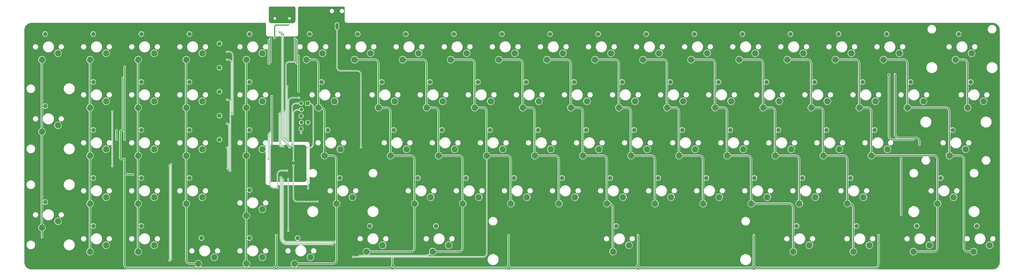
<source format=gtl>
G04 #@! TF.GenerationSoftware,KiCad,Pcbnew,(5.99.0-2660-g5096deeb3-dirty)*
G04 #@! TF.CreationDate,2020-08-21T02:02:08-04:00*
G04 #@! TF.ProjectId,Sinister,53696e69-7374-4657-922e-6b696361645f,rev?*
G04 #@! TF.SameCoordinates,Original*
G04 #@! TF.FileFunction,Copper,L1,Top*
G04 #@! TF.FilePolarity,Positive*
%FSLAX46Y46*%
G04 Gerber Fmt 4.6, Leading zero omitted, Abs format (unit mm)*
G04 Created by KiCad (PCBNEW (5.99.0-2660-g5096deeb3-dirty)) date 2020-08-21 02:02:08*
%MOMM*%
%LPD*%
G01*
G04 APERTURE LIST*
G04 #@! TA.AperFunction,ComponentPad*
%ADD10C,1.778000*%
G04 #@! TD*
G04 #@! TA.AperFunction,ComponentPad*
%ADD11C,2.540000*%
G04 #@! TD*
G04 #@! TA.AperFunction,ComponentPad*
%ADD12O,1.308000X2.616000*%
G04 #@! TD*
G04 #@! TA.AperFunction,ComponentPad*
%ADD13O,1.100000X2.200000*%
G04 #@! TD*
G04 #@! TA.AperFunction,ComponentPad*
%ADD14O,1.300000X1.900000*%
G04 #@! TD*
G04 #@! TA.AperFunction,ComponentPad*
%ADD15R,1.524000X1.524000*%
G04 #@! TD*
G04 #@! TA.AperFunction,ComponentPad*
%ADD16O,1.524000X1.524000*%
G04 #@! TD*
G04 #@! TA.AperFunction,ViaPad*
%ADD17C,0.508000*%
G04 #@! TD*
G04 #@! TA.AperFunction,ViaPad*
%ADD18C,0.800000*%
G04 #@! TD*
G04 #@! TA.AperFunction,Conductor*
%ADD19C,0.152400*%
G04 #@! TD*
G04 #@! TA.AperFunction,Conductor*
%ADD20C,0.457200*%
G04 #@! TD*
G04 #@! TA.AperFunction,Conductor*
%ADD21C,0.200000*%
G04 #@! TD*
G04 #@! TA.AperFunction,Conductor*
%ADD22C,0.508000*%
G04 #@! TD*
G04 APERTURE END LIST*
D10*
X244257449Y-41592500D03*
G04 #@! TA.AperFunction,ComponentPad*
G36*
G01*
X245908449Y-42303700D02*
X245908449Y-40881300D01*
G75*
G02*
X246086249Y-40703500I177800J0D01*
G01*
X247508649Y-40703500D01*
G75*
G02*
X247686449Y-40881300I0J-177800D01*
G01*
X247686449Y-42303700D01*
G75*
G02*
X247508649Y-42481500I-177800J0D01*
G01*
X246086249Y-42481500D01*
G75*
G02*
X245908449Y-42303700I0J177800D01*
G01*
G37*
G04 #@! TD.AperFunction*
X244257449Y-32067500D03*
G04 #@! TA.AperFunction,ComponentPad*
G36*
G01*
X245908449Y-32778700D02*
X245908449Y-31356300D01*
G75*
G02*
X246086249Y-31178500I177800J0D01*
G01*
X247508649Y-31178500D01*
G75*
G02*
X247686449Y-31356300I0J-177800D01*
G01*
X247686449Y-32778700D01*
G75*
G02*
X247508649Y-32956500I-177800J0D01*
G01*
X246086249Y-32956500D01*
G75*
G02*
X245908449Y-32778700I0J177800D01*
G01*
G37*
G04 #@! TD.AperFunction*
X244257449Y-51117500D03*
G04 #@! TA.AperFunction,ComponentPad*
G36*
G01*
X245908449Y-51828700D02*
X245908449Y-50406300D01*
G75*
G02*
X246086249Y-50228500I177800J0D01*
G01*
X247508649Y-50228500D01*
G75*
G02*
X247686449Y-50406300I0J-177800D01*
G01*
X247686449Y-51828700D01*
G75*
G02*
X247508649Y-52006500I-177800J0D01*
G01*
X246086249Y-52006500D01*
G75*
G02*
X245908449Y-51828700I0J177800D01*
G01*
G37*
G04 #@! TD.AperFunction*
X244257449Y-60642500D03*
G04 #@! TA.AperFunction,ComponentPad*
G36*
G01*
X245908449Y-61353700D02*
X245908449Y-59931300D01*
G75*
G02*
X246086249Y-59753500I177800J0D01*
G01*
X247508649Y-59753500D01*
G75*
G02*
X247686449Y-59931300I0J-177800D01*
G01*
X247686449Y-61353700D01*
G75*
G02*
X247508649Y-61531500I-177800J0D01*
G01*
X246086249Y-61531500D01*
G75*
G02*
X245908449Y-61353700I0J177800D01*
G01*
G37*
G04 #@! TD.AperFunction*
X244257449Y-70167500D03*
G04 #@! TA.AperFunction,ComponentPad*
G36*
G01*
X245908449Y-70878700D02*
X245908449Y-69456300D01*
G75*
G02*
X246086249Y-69278500I177800J0D01*
G01*
X247508649Y-69278500D01*
G75*
G02*
X247686449Y-69456300I0J-177800D01*
G01*
X247686449Y-70878700D01*
G75*
G02*
X247508649Y-71056500I-177800J0D01*
G01*
X246086249Y-71056500D01*
G75*
G02*
X245908449Y-70878700I0J177800D01*
G01*
G37*
G04 #@! TD.AperFunction*
X520482449Y-104457500D03*
G04 #@! TA.AperFunction,ComponentPad*
G36*
G01*
X522133449Y-105168700D02*
X522133449Y-103746300D01*
G75*
G02*
X522311249Y-103568500I177800J0D01*
G01*
X523733649Y-103568500D01*
G75*
G02*
X523911449Y-103746300I0J-177800D01*
G01*
X523911449Y-105168700D01*
G75*
G02*
X523733649Y-105346500I-177800J0D01*
G01*
X522311249Y-105346500D01*
G75*
G02*
X522133449Y-105168700I0J177800D01*
G01*
G37*
G04 #@! TD.AperFunction*
D11*
X173931199Y-38417500D03*
X180281199Y-35877500D03*
X431106199Y-38417500D03*
X437456199Y-35877500D03*
X488256199Y-38417500D03*
X494606199Y-35877500D03*
D10*
X494288699Y-85407500D03*
G04 #@! TA.AperFunction,ComponentPad*
G36*
G01*
X495939699Y-86118700D02*
X495939699Y-84696300D01*
G75*
G02*
X496117499Y-84518500I177800J0D01*
G01*
X497539899Y-84518500D01*
G75*
G02*
X497717699Y-84696300I0J-177800D01*
G01*
X497717699Y-86118700D01*
G75*
G02*
X497539899Y-86296500I-177800J0D01*
G01*
X496117499Y-86296500D01*
G75*
G02*
X495939699Y-86118700I0J177800D01*
G01*
G37*
G04 #@! TD.AperFunction*
D11*
X254893699Y-100330000D03*
X261243699Y-97790000D03*
D10*
X194251199Y-66357500D03*
G04 #@! TA.AperFunction,ComponentPad*
G36*
G01*
X195902199Y-67068700D02*
X195902199Y-65646300D01*
G75*
G02*
X196079999Y-65468500I177800J0D01*
G01*
X197502399Y-65468500D01*
G75*
G02*
X197680199Y-65646300I0J-177800D01*
G01*
X197680199Y-67068700D01*
G75*
G02*
X197502399Y-67246500I-177800J0D01*
G01*
X196079999Y-67246500D01*
G75*
G02*
X195902199Y-67068700I0J177800D01*
G01*
G37*
G04 #@! TD.AperFunction*
D11*
X326331199Y-57467500D03*
X332681199Y-54927500D03*
D10*
X427613699Y-66357500D03*
G04 #@! TA.AperFunction,ComponentPad*
G36*
G01*
X429264699Y-67068700D02*
X429264699Y-65646300D01*
G75*
G02*
X429442499Y-65468500I177800J0D01*
G01*
X430864899Y-65468500D01*
G75*
G02*
X431042699Y-65646300I0J-177800D01*
G01*
X431042699Y-67068700D01*
G75*
G02*
X430864899Y-67246500I-177800J0D01*
G01*
X429442499Y-67246500D01*
G75*
G02*
X429264699Y-67068700I0J177800D01*
G01*
G37*
G04 #@! TD.AperFunction*
D11*
X285849949Y-76517500D03*
X292199949Y-73977500D03*
D10*
X394276199Y-28257500D03*
G04 #@! TA.AperFunction,ComponentPad*
G36*
G01*
X395927199Y-28968700D02*
X395927199Y-27546300D01*
G75*
G02*
X396104999Y-27368500I177800J0D01*
G01*
X397527399Y-27368500D01*
G75*
G02*
X397705199Y-27546300I0J-177800D01*
G01*
X397705199Y-28968700D01*
G75*
G02*
X397527399Y-29146500I-177800J0D01*
G01*
X396104999Y-29146500D01*
G75*
G02*
X395927199Y-28968700I0J177800D01*
G01*
G37*
G04 #@! TD.AperFunction*
X465713699Y-66357500D03*
G04 #@! TA.AperFunction,ComponentPad*
G36*
G01*
X467364699Y-67068700D02*
X467364699Y-65646300D01*
G75*
G02*
X467542499Y-65468500I177800J0D01*
G01*
X468964899Y-65468500D01*
G75*
G02*
X469142699Y-65646300I0J-177800D01*
G01*
X469142699Y-67068700D01*
G75*
G02*
X468964899Y-67246500I-177800J0D01*
G01*
X467542499Y-67246500D01*
G75*
G02*
X467364699Y-67068700I0J177800D01*
G01*
G37*
G04 #@! TD.AperFunction*
X360938699Y-85407500D03*
G04 #@! TA.AperFunction,ComponentPad*
G36*
G01*
X362589699Y-86118700D02*
X362589699Y-84696300D01*
G75*
G02*
X362767499Y-84518500I177800J0D01*
G01*
X364189899Y-84518500D01*
G75*
G02*
X364367699Y-84696300I0J-177800D01*
G01*
X364367699Y-86118700D01*
G75*
G02*
X364189899Y-86296500I-177800J0D01*
G01*
X362767499Y-86296500D01*
G75*
G02*
X362589699Y-86118700I0J177800D01*
G01*
G37*
G04 #@! TD.AperFunction*
X399038699Y-85407500D03*
G04 #@! TA.AperFunction,ComponentPad*
G36*
G01*
X400689699Y-86118700D02*
X400689699Y-84696300D01*
G75*
G02*
X400867499Y-84518500I177800J0D01*
G01*
X402289899Y-84518500D01*
G75*
G02*
X402467699Y-84696300I0J-177800D01*
G01*
X402467699Y-86118700D01*
G75*
G02*
X402289899Y-86296500I-177800J0D01*
G01*
X400867499Y-86296500D01*
G75*
G02*
X400689699Y-86118700I0J177800D01*
G01*
G37*
G04 #@! TD.AperFunction*
D11*
X397768699Y-95567500D03*
X404118699Y-93027500D03*
D10*
X375226199Y-28257500D03*
G04 #@! TA.AperFunction,ComponentPad*
G36*
G01*
X376877199Y-28968700D02*
X376877199Y-27546300D01*
G75*
G02*
X377054999Y-27368500I177800J0D01*
G01*
X378477399Y-27368500D01*
G75*
G02*
X378655199Y-27546300I0J-177800D01*
G01*
X378655199Y-28968700D01*
G75*
G02*
X378477399Y-29146500I-177800J0D01*
G01*
X377054999Y-29146500D01*
G75*
G02*
X376877199Y-28968700I0J177800D01*
G01*
G37*
G04 #@! TD.AperFunction*
X413326199Y-28257500D03*
G04 #@! TA.AperFunction,ComponentPad*
G36*
G01*
X414977199Y-28968700D02*
X414977199Y-27546300D01*
G75*
G02*
X415154999Y-27368500I177800J0D01*
G01*
X416577399Y-27368500D01*
G75*
G02*
X416755199Y-27546300I0J-177800D01*
G01*
X416755199Y-28968700D01*
G75*
G02*
X416577399Y-29146500I-177800J0D01*
G01*
X415154999Y-29146500D01*
G75*
G02*
X414977199Y-28968700I0J177800D01*
G01*
G37*
G04 #@! TD.AperFunction*
X279976199Y-28257500D03*
G04 #@! TA.AperFunction,ComponentPad*
G36*
G01*
X281627199Y-28968700D02*
X281627199Y-27546300D01*
G75*
G02*
X281804999Y-27368500I177800J0D01*
G01*
X283227399Y-27368500D01*
G75*
G02*
X283405199Y-27546300I0J-177800D01*
G01*
X283405199Y-28968700D01*
G75*
G02*
X283227399Y-29146500I-177800J0D01*
G01*
X281804999Y-29146500D01*
G75*
G02*
X281627199Y-28968700I0J177800D01*
G01*
G37*
G04 #@! TD.AperFunction*
X256163699Y-28257500D03*
G04 #@! TA.AperFunction,ComponentPad*
G36*
G01*
X257814699Y-28968700D02*
X257814699Y-27546300D01*
G75*
G02*
X257992499Y-27368500I177800J0D01*
G01*
X259414899Y-27368500D01*
G75*
G02*
X259592699Y-27546300I0J-177800D01*
G01*
X259592699Y-28968700D01*
G75*
G02*
X259414899Y-29146500I-177800J0D01*
G01*
X257992499Y-29146500D01*
G75*
G02*
X257814699Y-28968700I0J177800D01*
G01*
G37*
G04 #@! TD.AperFunction*
D11*
X350143699Y-76517500D03*
X356493699Y-73977500D03*
D10*
X356176199Y-28257500D03*
G04 #@! TA.AperFunction,ComponentPad*
G36*
G01*
X357827199Y-28968700D02*
X357827199Y-27546300D01*
G75*
G02*
X358004999Y-27368500I177800J0D01*
G01*
X359427399Y-27368500D01*
G75*
G02*
X359605199Y-27546300I0J-177800D01*
G01*
X359605199Y-28968700D01*
G75*
G02*
X359427399Y-29146500I-177800J0D01*
G01*
X358004999Y-29146500D01*
G75*
G02*
X357827199Y-28968700I0J177800D01*
G01*
G37*
G04 #@! TD.AperFunction*
X508576199Y-28257500D03*
G04 #@! TA.AperFunction,ComponentPad*
G36*
G01*
X510227199Y-28968700D02*
X510227199Y-27546300D01*
G75*
G02*
X510404999Y-27368500I177800J0D01*
G01*
X511827399Y-27368500D01*
G75*
G02*
X512005199Y-27546300I0J-177800D01*
G01*
X512005199Y-28968700D01*
G75*
G02*
X511827399Y-29146500I-177800J0D01*
G01*
X510404999Y-29146500D01*
G75*
G02*
X510227199Y-28968700I0J177800D01*
G01*
G37*
G04 #@! TD.AperFunction*
X346651199Y-47307500D03*
G04 #@! TA.AperFunction,ComponentPad*
G36*
G01*
X348302199Y-48018700D02*
X348302199Y-46596300D01*
G75*
G02*
X348479999Y-46418500I177800J0D01*
G01*
X349902399Y-46418500D01*
G75*
G02*
X350080199Y-46596300I0J-177800D01*
G01*
X350080199Y-48018700D01*
G75*
G02*
X349902399Y-48196500I-177800J0D01*
G01*
X348479999Y-48196500D01*
G75*
G02*
X348302199Y-48018700I0J177800D01*
G01*
G37*
G04 #@! TD.AperFunction*
D11*
X426343699Y-76517500D03*
X432693699Y-73977500D03*
D10*
X341888699Y-85407500D03*
G04 #@! TA.AperFunction,ComponentPad*
G36*
G01*
X343539699Y-86118700D02*
X343539699Y-84696300D01*
G75*
G02*
X343717499Y-84518500I177800J0D01*
G01*
X345139899Y-84518500D01*
G75*
G02*
X345317699Y-84696300I0J-177800D01*
G01*
X345317699Y-86118700D01*
G75*
G02*
X345139899Y-86296500I-177800J0D01*
G01*
X343717499Y-86296500D01*
G75*
G02*
X343539699Y-86118700I0J177800D01*
G01*
G37*
G04 #@! TD.AperFunction*
X332363699Y-66357500D03*
G04 #@! TA.AperFunction,ComponentPad*
G36*
G01*
X334014699Y-67068700D02*
X334014699Y-65646300D01*
G75*
G02*
X334192499Y-65468500I177800J0D01*
G01*
X335614899Y-65468500D01*
G75*
G02*
X335792699Y-65646300I0J-177800D01*
G01*
X335792699Y-67068700D01*
G75*
G02*
X335614899Y-67246500I-177800J0D01*
G01*
X334192499Y-67246500D01*
G75*
G02*
X334014699Y-67068700I0J177800D01*
G01*
G37*
G04 #@! TD.AperFunction*
X213301199Y-66357500D03*
G04 #@! TA.AperFunction,ComponentPad*
G36*
G01*
X214952199Y-67068700D02*
X214952199Y-65646300D01*
G75*
G02*
X215129999Y-65468500I177800J0D01*
G01*
X216552399Y-65468500D01*
G75*
G02*
X216730199Y-65646300I0J-177800D01*
G01*
X216730199Y-67068700D01*
G75*
G02*
X216552399Y-67246500I-177800J0D01*
G01*
X215129999Y-67246500D01*
G75*
G02*
X214952199Y-67068700I0J177800D01*
G01*
G37*
G04 #@! TD.AperFunction*
D11*
X290612449Y-95567500D03*
X296962449Y-93027500D03*
X533499949Y-76517500D03*
X539849949Y-73977500D03*
X359668699Y-95567500D03*
X366018699Y-93027500D03*
D10*
X194251199Y-47307500D03*
G04 #@! TA.AperFunction,ComponentPad*
G36*
G01*
X195902199Y-48018700D02*
X195902199Y-46596300D01*
G75*
G02*
X196079999Y-46418500I177800J0D01*
G01*
X197502399Y-46418500D01*
G75*
G02*
X197680199Y-46596300I0J-177800D01*
G01*
X197680199Y-48018700D01*
G75*
G02*
X197502399Y-48196500I-177800J0D01*
G01*
X196079999Y-48196500D01*
G75*
G02*
X195902199Y-48018700I0J177800D01*
G01*
G37*
G04 #@! TD.AperFunction*
D11*
X400149949Y-114617500D03*
X406499949Y-112077500D03*
X454918699Y-95567500D03*
X461268699Y-93027500D03*
D10*
X275213699Y-109220000D03*
G04 #@! TA.AperFunction,ComponentPad*
G36*
G01*
X276864699Y-109931200D02*
X276864699Y-108508800D01*
G75*
G02*
X277042499Y-108331000I177800J0D01*
G01*
X278464899Y-108331000D01*
G75*
G02*
X278642699Y-108508800I0J-177800D01*
G01*
X278642699Y-109931200D01*
G75*
G02*
X278464899Y-110109000I-177800J0D01*
G01*
X277042499Y-110109000D01*
G75*
G02*
X276864699Y-109931200I0J177800D01*
G01*
G37*
G04 #@! TD.AperFunction*
X213301199Y-85407500D03*
G04 #@! TA.AperFunction,ComponentPad*
G36*
G01*
X214952199Y-86118700D02*
X214952199Y-84696300D01*
G75*
G02*
X215129999Y-84518500I177800J0D01*
G01*
X216552399Y-84518500D01*
G75*
G02*
X216730199Y-84696300I0J-177800D01*
G01*
X216730199Y-86118700D01*
G75*
G02*
X216552399Y-86296500I-177800J0D01*
G01*
X215129999Y-86296500D01*
G75*
G02*
X214952199Y-86118700I0J177800D01*
G01*
G37*
G04 #@! TD.AperFunction*
X256163699Y-90170000D03*
G04 #@! TA.AperFunction,ComponentPad*
G36*
G01*
X257814699Y-90881200D02*
X257814699Y-89458800D01*
G75*
G02*
X257992499Y-89281000I177800J0D01*
G01*
X259414899Y-89281000D01*
G75*
G02*
X259592699Y-89458800I0J-177800D01*
G01*
X259592699Y-90881200D01*
G75*
G02*
X259414899Y-91059000I-177800J0D01*
G01*
X257992499Y-91059000D01*
G75*
G02*
X257814699Y-90881200I0J177800D01*
G01*
G37*
G04 #@! TD.AperFunction*
D11*
X273943699Y-119380000D03*
X280293699Y-116840000D03*
X421581199Y-57467500D03*
X427931199Y-54927500D03*
D10*
X401419949Y-104457500D03*
G04 #@! TA.AperFunction,ComponentPad*
G36*
G01*
X403070949Y-105168700D02*
X403070949Y-103746300D01*
G75*
G02*
X403248749Y-103568500I177800J0D01*
G01*
X404671149Y-103568500D01*
G75*
G02*
X404848949Y-103746300I0J-177800D01*
G01*
X404848949Y-105168700D01*
G75*
G02*
X404671149Y-105346500I-177800J0D01*
G01*
X403248749Y-105346500D01*
G75*
G02*
X403070949Y-105168700I0J177800D01*
G01*
G37*
G04 #@! TD.AperFunction*
X194251199Y-104457500D03*
G04 #@! TA.AperFunction,ComponentPad*
G36*
G01*
X195902199Y-105168700D02*
X195902199Y-103746300D01*
G75*
G02*
X196079999Y-103568500I177800J0D01*
G01*
X197502399Y-103568500D01*
G75*
G02*
X197680199Y-103746300I0J-177800D01*
G01*
X197680199Y-105168700D01*
G75*
G02*
X197502399Y-105346500I-177800J0D01*
G01*
X196079999Y-105346500D01*
G75*
G02*
X195902199Y-105168700I0J177800D01*
G01*
G37*
G04 #@! TD.AperFunction*
D11*
X297756199Y-38417500D03*
X304106199Y-35877500D03*
D10*
X303788699Y-104457500D03*
G04 #@! TA.AperFunction,ComponentPad*
G36*
G01*
X305439699Y-105168700D02*
X305439699Y-103746300D01*
G75*
G02*
X305617499Y-103568500I177800J0D01*
G01*
X307039899Y-103568500D01*
G75*
G02*
X307217699Y-103746300I0J-177800D01*
G01*
X307217699Y-105168700D01*
G75*
G02*
X307039899Y-105346500I-177800J0D01*
G01*
X305617499Y-105346500D01*
G75*
G02*
X305439699Y-105168700I0J177800D01*
G01*
G37*
G04 #@! TD.AperFunction*
D11*
X495399949Y-114617500D03*
X501749949Y-112077500D03*
X212031199Y-95567500D03*
X218381199Y-93027500D03*
D10*
X351413699Y-66357500D03*
G04 #@! TA.AperFunction,ComponentPad*
G36*
G01*
X353064699Y-67068700D02*
X353064699Y-65646300D01*
G75*
G02*
X353242499Y-65468500I177800J0D01*
G01*
X354664899Y-65468500D01*
G75*
G02*
X354842699Y-65646300I0J-177800D01*
G01*
X354842699Y-67068700D01*
G75*
G02*
X354664899Y-67246500I-177800J0D01*
G01*
X353242499Y-67246500D01*
G75*
G02*
X353064699Y-67068700I0J177800D01*
G01*
G37*
G04 #@! TD.AperFunction*
D11*
X212031199Y-114617500D03*
X218381199Y-112077500D03*
D10*
X232351199Y-28257500D03*
G04 #@! TA.AperFunction,ComponentPad*
G36*
G01*
X234002199Y-28968700D02*
X234002199Y-27546300D01*
G75*
G02*
X234179999Y-27368500I177800J0D01*
G01*
X235602399Y-27368500D01*
G75*
G02*
X235780199Y-27546300I0J-177800D01*
G01*
X235780199Y-28968700D01*
G75*
G02*
X235602399Y-29146500I-177800J0D01*
G01*
X234179999Y-29146500D01*
G75*
G02*
X234002199Y-28968700I0J177800D01*
G01*
G37*
G04 #@! TD.AperFunction*
D11*
X354906199Y-38417500D03*
X361256199Y-35877500D03*
X388243699Y-76517500D03*
X394593699Y-73977500D03*
D10*
X284738699Y-47307500D03*
G04 #@! TA.AperFunction,ComponentPad*
G36*
G01*
X286389699Y-48018700D02*
X286389699Y-46596300D01*
G75*
G02*
X286567499Y-46418500I177800J0D01*
G01*
X287989899Y-46418500D01*
G75*
G02*
X288167699Y-46596300I0J-177800D01*
G01*
X288167699Y-48018700D01*
G75*
G02*
X287989899Y-48196500I-177800J0D01*
G01*
X286567499Y-48196500D01*
G75*
G02*
X286389699Y-48018700I0J177800D01*
G01*
G37*
G04 #@! TD.AperFunction*
D11*
X416818699Y-95567500D03*
X423168699Y-93027500D03*
X254893699Y-119380000D03*
X261243699Y-116840000D03*
D10*
X480001199Y-47307500D03*
G04 #@! TA.AperFunction,ComponentPad*
G36*
G01*
X481652199Y-48018700D02*
X481652199Y-46596300D01*
G75*
G02*
X481829999Y-46418500I177800J0D01*
G01*
X483252399Y-46418500D01*
G75*
G02*
X483430199Y-46596300I0J-177800D01*
G01*
X483430199Y-48018700D01*
G75*
G02*
X483252399Y-48196500I-177800J0D01*
G01*
X481829999Y-48196500D01*
G75*
G02*
X481652199Y-48018700I0J177800D01*
G01*
G37*
G04 #@! TD.AperFunction*
X175201199Y-94932500D03*
G04 #@! TA.AperFunction,ComponentPad*
G36*
G01*
X176852199Y-95643700D02*
X176852199Y-94221300D01*
G75*
G02*
X177029999Y-94043500I177800J0D01*
G01*
X178452399Y-94043500D01*
G75*
G02*
X178630199Y-94221300I0J-177800D01*
G01*
X178630199Y-95643700D01*
G75*
G02*
X178452399Y-95821500I-177800J0D01*
G01*
X177029999Y-95821500D01*
G75*
G02*
X176852199Y-95643700I0J177800D01*
G01*
G37*
G04 #@! TD.AperFunction*
D11*
X493018699Y-95567500D03*
X499368699Y-93027500D03*
X254893699Y-57467500D03*
X261243699Y-54927500D03*
D10*
X327601199Y-47307500D03*
G04 #@! TA.AperFunction,ComponentPad*
G36*
G01*
X329252199Y-48018700D02*
X329252199Y-46596300D01*
G75*
G02*
X329429999Y-46418500I177800J0D01*
G01*
X330852399Y-46418500D01*
G75*
G02*
X331030199Y-46596300I0J-177800D01*
G01*
X331030199Y-48018700D01*
G75*
G02*
X330852399Y-48196500I-177800J0D01*
G01*
X329429999Y-48196500D01*
G75*
G02*
X329252199Y-48018700I0J177800D01*
G01*
G37*
G04 #@! TD.AperFunction*
D11*
X402531199Y-57467500D03*
X408881199Y-54927500D03*
X519212449Y-114617500D03*
X525562449Y-112077500D03*
X528737449Y-95567500D03*
X535087449Y-93027500D03*
X445393699Y-76517500D03*
X451743699Y-73977500D03*
X473968699Y-95567500D03*
X480318699Y-93027500D03*
X231081199Y-57467500D03*
X237431199Y-54927500D03*
D10*
X408563699Y-66357500D03*
G04 #@! TA.AperFunction,ComponentPad*
G36*
G01*
X410214699Y-67068700D02*
X410214699Y-65646300D01*
G75*
G02*
X410392499Y-65468500I177800J0D01*
G01*
X411814899Y-65468500D01*
G75*
G02*
X411992699Y-65646300I0J-177800D01*
G01*
X411992699Y-67068700D01*
G75*
G02*
X411814899Y-67246500I-177800J0D01*
G01*
X410392499Y-67246500D01*
G75*
G02*
X410214699Y-67068700I0J177800D01*
G01*
G37*
G04 #@! TD.AperFunction*
D11*
X212031199Y-57467500D03*
X218381199Y-54927500D03*
X478731199Y-57467500D03*
X485081199Y-54927500D03*
X516831199Y-57467500D03*
X523181199Y-54927500D03*
X173931199Y-105092500D03*
X180281199Y-102552500D03*
X435868699Y-95567500D03*
X442218699Y-93027500D03*
D10*
X537151199Y-28257500D03*
G04 #@! TA.AperFunction,ComponentPad*
G36*
G01*
X538802199Y-28968700D02*
X538802199Y-27546300D01*
G75*
G02*
X538979999Y-27368500I177800J0D01*
G01*
X540402399Y-27368500D01*
G75*
G02*
X540580199Y-27546300I0J-177800D01*
G01*
X540580199Y-28968700D01*
G75*
G02*
X540402399Y-29146500I-177800J0D01*
G01*
X538979999Y-29146500D01*
G75*
G02*
X538802199Y-28968700I0J177800D01*
G01*
G37*
G04 #@! TD.AperFunction*
D11*
X328712449Y-114617500D03*
X335062449Y-112077500D03*
D10*
X318076199Y-28257500D03*
G04 #@! TA.AperFunction,ComponentPad*
G36*
G01*
X319727199Y-28968700D02*
X319727199Y-27546300D01*
G75*
G02*
X319904999Y-27368500I177800J0D01*
G01*
X321327399Y-27368500D01*
G75*
G02*
X321505199Y-27546300I0J-177800D01*
G01*
X321505199Y-28968700D01*
G75*
G02*
X321327399Y-29146500I-177800J0D01*
G01*
X319904999Y-29146500D01*
G75*
G02*
X319727199Y-28968700I0J177800D01*
G01*
G37*
G04 #@! TD.AperFunction*
D11*
X469206199Y-38417500D03*
X475556199Y-35877500D03*
D10*
X213301199Y-47307500D03*
G04 #@! TA.AperFunction,ComponentPad*
G36*
G01*
X214952199Y-48018700D02*
X214952199Y-46596300D01*
G75*
G02*
X215129999Y-46418500I177800J0D01*
G01*
X216552399Y-46418500D01*
G75*
G02*
X216730199Y-46596300I0J-177800D01*
G01*
X216730199Y-48018700D01*
G75*
G02*
X216552399Y-48196500I-177800J0D01*
G01*
X215129999Y-48196500D01*
G75*
G02*
X214952199Y-48018700I0J177800D01*
G01*
G37*
G04 #@! TD.AperFunction*
X503813699Y-66357500D03*
G04 #@! TA.AperFunction,ComponentPad*
G36*
G01*
X505464699Y-67068700D02*
X505464699Y-65646300D01*
G75*
G02*
X505642499Y-65468500I177800J0D01*
G01*
X507064899Y-65468500D01*
G75*
G02*
X507242699Y-65646300I0J-177800D01*
G01*
X507242699Y-67068700D01*
G75*
G02*
X507064899Y-67246500I-177800J0D01*
G01*
X505642499Y-67246500D01*
G75*
G02*
X505464699Y-67068700I0J177800D01*
G01*
G37*
G04 #@! TD.AperFunction*
X322838699Y-85407500D03*
G04 #@! TA.AperFunction,ComponentPad*
G36*
G01*
X324489699Y-86118700D02*
X324489699Y-84696300D01*
G75*
G02*
X324667499Y-84518500I177800J0D01*
G01*
X326089899Y-84518500D01*
G75*
G02*
X326267699Y-84696300I0J-177800D01*
G01*
X326267699Y-86118700D01*
G75*
G02*
X326089899Y-86296500I-177800J0D01*
G01*
X324667499Y-86296500D01*
G75*
G02*
X324489699Y-86118700I0J177800D01*
G01*
G37*
G04 #@! TD.AperFunction*
X456188699Y-85407500D03*
G04 #@! TA.AperFunction,ComponentPad*
G36*
G01*
X457839699Y-86118700D02*
X457839699Y-84696300D01*
G75*
G02*
X458017499Y-84518500I177800J0D01*
G01*
X459439899Y-84518500D01*
G75*
G02*
X459617699Y-84696300I0J-177800D01*
G01*
X459617699Y-86118700D01*
G75*
G02*
X459439899Y-86296500I-177800J0D01*
G01*
X458017499Y-86296500D01*
G75*
G02*
X457839699Y-86118700I0J177800D01*
G01*
G37*
G04 #@! TD.AperFunction*
D11*
X331093699Y-76517500D03*
X337443699Y-73977500D03*
X471587449Y-114617500D03*
X477937449Y-112077500D03*
D10*
X337126199Y-28257500D03*
G04 #@! TA.AperFunction,ComponentPad*
G36*
G01*
X338777199Y-28968700D02*
X338777199Y-27546300D01*
G75*
G02*
X338954999Y-27368500I177800J0D01*
G01*
X340377399Y-27368500D01*
G75*
G02*
X340555199Y-27546300I0J-177800D01*
G01*
X340555199Y-28968700D01*
G75*
G02*
X340377399Y-29146500I-177800J0D01*
G01*
X338954999Y-29146500D01*
G75*
G02*
X338777199Y-28968700I0J177800D01*
G01*
G37*
G04 #@! TD.AperFunction*
D12*
X292771199Y-25132299D03*
X290771199Y-25132299D03*
X288771199Y-25132299D03*
D10*
X194251199Y-85407500D03*
G04 #@! TA.AperFunction,ComponentPad*
G36*
G01*
X195902199Y-86118700D02*
X195902199Y-84696300D01*
G75*
G02*
X196079999Y-84518500I177800J0D01*
G01*
X197502399Y-84518500D01*
G75*
G02*
X197680199Y-84696300I0J-177800D01*
G01*
X197680199Y-86118700D01*
G75*
G02*
X197502399Y-86296500I-177800J0D01*
G01*
X196079999Y-86296500D01*
G75*
G02*
X195902199Y-86118700I0J177800D01*
G01*
G37*
G04 #@! TD.AperFunction*
D11*
X502543699Y-76517500D03*
X508893699Y-73977500D03*
X535881199Y-38417500D03*
X542231199Y-35877500D03*
D10*
X313313699Y-66357500D03*
G04 #@! TA.AperFunction,ComponentPad*
G36*
G01*
X314964699Y-67068700D02*
X314964699Y-65646300D01*
G75*
G02*
X315142499Y-65468500I177800J0D01*
G01*
X316564899Y-65468500D01*
G75*
G02*
X316742699Y-65646300I0J-177800D01*
G01*
X316742699Y-67068700D01*
G75*
G02*
X316564899Y-67246500I-177800J0D01*
G01*
X315142499Y-67246500D01*
G75*
G02*
X314964699Y-67068700I0J177800D01*
G01*
G37*
G04 #@! TD.AperFunction*
D11*
X192981199Y-114617500D03*
X199331199Y-112077500D03*
D10*
X232351199Y-66357500D03*
G04 #@! TA.AperFunction,ComponentPad*
G36*
G01*
X234002199Y-67068700D02*
X234002199Y-65646300D01*
G75*
G02*
X234179999Y-65468500I177800J0D01*
G01*
X235602399Y-65468500D01*
G75*
G02*
X235780199Y-65646300I0J-177800D01*
G01*
X235780199Y-67068700D01*
G75*
G02*
X235602399Y-67246500I-177800J0D01*
G01*
X234179999Y-67246500D01*
G75*
G02*
X234002199Y-67068700I0J177800D01*
G01*
G37*
G04 #@! TD.AperFunction*
D11*
X450156199Y-38417500D03*
X456506199Y-35877500D03*
X192981199Y-38417500D03*
X199331199Y-35877500D03*
X192981199Y-76517500D03*
X199331199Y-73977500D03*
D10*
X541913699Y-47307500D03*
G04 #@! TA.AperFunction,ComponentPad*
G36*
G01*
X543564699Y-48018700D02*
X543564699Y-46596300D01*
G75*
G02*
X543742499Y-46418500I177800J0D01*
G01*
X545164899Y-46418500D01*
G75*
G02*
X545342699Y-46596300I0J-177800D01*
G01*
X545342699Y-48018700D01*
G75*
G02*
X545164899Y-48196500I-177800J0D01*
G01*
X543742499Y-48196500D01*
G75*
G02*
X543564699Y-48018700I0J177800D01*
G01*
G37*
G04 #@! TD.AperFunction*
X484763699Y-66357500D03*
G04 #@! TA.AperFunction,ComponentPad*
G36*
G01*
X486414699Y-67068700D02*
X486414699Y-65646300D01*
G75*
G02*
X486592499Y-65468500I177800J0D01*
G01*
X488014899Y-65468500D01*
G75*
G02*
X488192699Y-65646300I0J-177800D01*
G01*
X488192699Y-67068700D01*
G75*
G02*
X488014899Y-67246500I-177800J0D01*
G01*
X486592499Y-67246500D01*
G75*
G02*
X486414699Y-67068700I0J177800D01*
G01*
G37*
G04 #@! TD.AperFunction*
X403801199Y-47307500D03*
G04 #@! TA.AperFunction,ComponentPad*
G36*
G01*
X405452199Y-48018700D02*
X405452199Y-46596300D01*
G75*
G02*
X405629999Y-46418500I177800J0D01*
G01*
X407052399Y-46418500D01*
G75*
G02*
X407230199Y-46596300I0J-177800D01*
G01*
X407230199Y-48018700D01*
G75*
G02*
X407052399Y-48196500I-177800J0D01*
G01*
X405629999Y-48196500D01*
G75*
G02*
X405452199Y-48018700I0J177800D01*
G01*
G37*
G04 #@! TD.AperFunction*
D11*
X283468699Y-57467500D03*
X289818699Y-54927500D03*
D10*
X213301199Y-28257500D03*
G04 #@! TA.AperFunction,ComponentPad*
G36*
G01*
X214952199Y-28968700D02*
X214952199Y-27546300D01*
G75*
G02*
X215129999Y-27368500I177800J0D01*
G01*
X216552399Y-27368500D01*
G75*
G02*
X216730199Y-27546300I0J-177800D01*
G01*
X216730199Y-28968700D01*
G75*
G02*
X216552399Y-29146500I-177800J0D01*
G01*
X215129999Y-29146500D01*
G75*
G02*
X214952199Y-28968700I0J177800D01*
G01*
G37*
G04 #@! TD.AperFunction*
D11*
X316806199Y-38417500D03*
X323156199Y-35877500D03*
X231081199Y-76517500D03*
X237431199Y-73977500D03*
X312043699Y-76517500D03*
X318393699Y-73977500D03*
X231081199Y-95567500D03*
X237431199Y-93027500D03*
D10*
X237113699Y-109220000D03*
G04 #@! TA.AperFunction,ComponentPad*
G36*
G01*
X238764699Y-109931200D02*
X238764699Y-108508800D01*
G75*
G02*
X238942499Y-108331000I177800J0D01*
G01*
X240364899Y-108331000D01*
G75*
G02*
X240542699Y-108508800I0J-177800D01*
G01*
X240542699Y-109931200D01*
G75*
G02*
X240364899Y-110109000I-177800J0D01*
G01*
X238942499Y-110109000D01*
G75*
G02*
X238764699Y-109931200I0J177800D01*
G01*
G37*
G04 #@! TD.AperFunction*
X437138699Y-85407500D03*
G04 #@! TA.AperFunction,ComponentPad*
G36*
G01*
X438789699Y-86118700D02*
X438789699Y-84696300D01*
G75*
G02*
X438967499Y-84518500I177800J0D01*
G01*
X440389899Y-84518500D01*
G75*
G02*
X440567699Y-84696300I0J-177800D01*
G01*
X440567699Y-86118700D01*
G75*
G02*
X440389899Y-86296500I-177800J0D01*
G01*
X438967499Y-86296500D01*
G75*
G02*
X438789699Y-86118700I0J177800D01*
G01*
G37*
G04 #@! TD.AperFunction*
D11*
X192981199Y-57467500D03*
X199331199Y-54927500D03*
X192981199Y-95567500D03*
X199331199Y-93027500D03*
X540643699Y-57467500D03*
X546993699Y-54927500D03*
D10*
X499051199Y-47307500D03*
G04 #@! TA.AperFunction,ComponentPad*
G36*
G01*
X500702199Y-48018700D02*
X500702199Y-46596300D01*
G75*
G02*
X500879999Y-46418500I177800J0D01*
G01*
X502302399Y-46418500D01*
G75*
G02*
X502480199Y-46596300I0J-177800D01*
G01*
X502480199Y-48018700D01*
G75*
G02*
X502302399Y-48196500I-177800J0D01*
G01*
X500879999Y-48196500D01*
G75*
G02*
X500702199Y-48018700I0J177800D01*
G01*
G37*
G04 #@! TD.AperFunction*
X213301199Y-104457500D03*
G04 #@! TA.AperFunction,ComponentPad*
G36*
G01*
X214952199Y-105168700D02*
X214952199Y-103746300D01*
G75*
G02*
X215129999Y-103568500I177800J0D01*
G01*
X216552399Y-103568500D01*
G75*
G02*
X216730199Y-103746300I0J-177800D01*
G01*
X216730199Y-105168700D01*
G75*
G02*
X216552399Y-105346500I-177800J0D01*
G01*
X215129999Y-105346500D01*
G75*
G02*
X214952199Y-105168700I0J177800D01*
G01*
G37*
G04 #@! TD.AperFunction*
X194251199Y-28257500D03*
G04 #@! TA.AperFunction,ComponentPad*
G36*
G01*
X195902199Y-28968700D02*
X195902199Y-27546300D01*
G75*
G02*
X196079999Y-27368500I177800J0D01*
G01*
X197502399Y-27368500D01*
G75*
G02*
X197680199Y-27546300I0J-177800D01*
G01*
X197680199Y-28968700D01*
G75*
G02*
X197502399Y-29146500I-177800J0D01*
G01*
X196079999Y-29146500D01*
G75*
G02*
X195902199Y-28968700I0J177800D01*
G01*
G37*
G04 #@! TD.AperFunction*
D11*
X254893699Y-38417500D03*
X261243699Y-35877500D03*
D10*
X530007449Y-85407500D03*
G04 #@! TA.AperFunction,ComponentPad*
G36*
G01*
X531658449Y-86118700D02*
X531658449Y-84696300D01*
G75*
G02*
X531836249Y-84518500I177800J0D01*
G01*
X533258649Y-84518500D01*
G75*
G02*
X533436449Y-84696300I0J-177800D01*
G01*
X533436449Y-86118700D01*
G75*
G02*
X533258649Y-86296500I-177800J0D01*
G01*
X531836249Y-86296500D01*
G75*
G02*
X531658449Y-86118700I0J177800D01*
G01*
G37*
G04 #@! TD.AperFunction*
X384751199Y-47307500D03*
G04 #@! TA.AperFunction,ComponentPad*
G36*
G01*
X386402199Y-48018700D02*
X386402199Y-46596300D01*
G75*
G02*
X386579999Y-46418500I177800J0D01*
G01*
X388002399Y-46418500D01*
G75*
G02*
X388180199Y-46596300I0J-177800D01*
G01*
X388180199Y-48018700D01*
G75*
G02*
X388002399Y-48196500I-177800J0D01*
G01*
X386579999Y-48196500D01*
G75*
G02*
X386402199Y-48018700I0J177800D01*
G01*
G37*
G04 #@! TD.AperFunction*
X232351199Y-85407500D03*
G04 #@! TA.AperFunction,ComponentPad*
G36*
G01*
X234002199Y-86118700D02*
X234002199Y-84696300D01*
G75*
G02*
X234179999Y-84518500I177800J0D01*
G01*
X235602399Y-84518500D01*
G75*
G02*
X235780199Y-84696300I0J-177800D01*
G01*
X235780199Y-86118700D01*
G75*
G02*
X235602399Y-86296500I-177800J0D01*
G01*
X234179999Y-86296500D01*
G75*
G02*
X234002199Y-86118700I0J177800D01*
G01*
G37*
G04 #@! TD.AperFunction*
D11*
X364431199Y-57467500D03*
X370781199Y-54927500D03*
D10*
X496669949Y-104457500D03*
G04 #@! TA.AperFunction,ComponentPad*
G36*
G01*
X498320949Y-105168700D02*
X498320949Y-103746300D01*
G75*
G02*
X498498749Y-103568500I177800J0D01*
G01*
X499921149Y-103568500D01*
G75*
G02*
X500098949Y-103746300I0J-177800D01*
G01*
X500098949Y-105168700D01*
G75*
G02*
X499921149Y-105346500I-177800J0D01*
G01*
X498498749Y-105346500D01*
G75*
G02*
X498320949Y-105168700I0J177800D01*
G01*
G37*
G04 #@! TD.AperFunction*
X256163699Y-47307500D03*
G04 #@! TA.AperFunction,ComponentPad*
G36*
G01*
X257814699Y-48018700D02*
X257814699Y-46596300D01*
G75*
G02*
X257992499Y-46418500I177800J0D01*
G01*
X259414899Y-46418500D01*
G75*
G02*
X259592699Y-46596300I0J-177800D01*
G01*
X259592699Y-48018700D01*
G75*
G02*
X259414899Y-48196500I-177800J0D01*
G01*
X257992499Y-48196500D01*
G75*
G02*
X257814699Y-48018700I0J177800D01*
G01*
G37*
G04 #@! TD.AperFunction*
D11*
X369193699Y-76517500D03*
X375543699Y-73977500D03*
D10*
X299026199Y-28257500D03*
G04 #@! TA.AperFunction,ComponentPad*
G36*
G01*
X300677199Y-28968700D02*
X300677199Y-27546300D01*
G75*
G02*
X300854999Y-27368500I177800J0D01*
G01*
X302277399Y-27368500D01*
G75*
G02*
X302455199Y-27546300I0J-177800D01*
G01*
X302455199Y-28968700D01*
G75*
G02*
X302277399Y-29146500I-177800J0D01*
G01*
X300854999Y-29146500D01*
G75*
G02*
X300677199Y-28968700I0J177800D01*
G01*
G37*
G04 #@! TD.AperFunction*
D11*
X340618699Y-95567500D03*
X346968699Y-93027500D03*
X407293699Y-76517500D03*
X413643699Y-73977500D03*
D10*
X460951199Y-47307500D03*
G04 #@! TA.AperFunction,ComponentPad*
G36*
G01*
X462602199Y-48018700D02*
X462602199Y-46596300D01*
G75*
G02*
X462779999Y-46418500I177800J0D01*
G01*
X464202399Y-46418500D01*
G75*
G02*
X464380199Y-46596300I0J-177800D01*
G01*
X464380199Y-48018700D01*
G75*
G02*
X464202399Y-48196500I-177800J0D01*
G01*
X462779999Y-48196500D01*
G75*
G02*
X462602199Y-48018700I0J177800D01*
G01*
G37*
G04 #@! TD.AperFunction*
X175201199Y-56832500D03*
G04 #@! TA.AperFunction,ComponentPad*
G36*
G01*
X176852199Y-57543700D02*
X176852199Y-56121300D01*
G75*
G02*
X177029999Y-55943500I177800J0D01*
G01*
X178452399Y-55943500D01*
G75*
G02*
X178630199Y-56121300I0J-177800D01*
G01*
X178630199Y-57543700D01*
G75*
G02*
X178452399Y-57721500I-177800J0D01*
G01*
X177029999Y-57721500D01*
G75*
G02*
X176852199Y-57543700I0J177800D01*
G01*
G37*
G04 #@! TD.AperFunction*
D11*
X235843699Y-119380000D03*
X242193699Y-116840000D03*
D10*
X308551199Y-47307500D03*
G04 #@! TA.AperFunction,ComponentPad*
G36*
G01*
X310202199Y-48018700D02*
X310202199Y-46596300D01*
G75*
G02*
X310379999Y-46418500I177800J0D01*
G01*
X311802399Y-46418500D01*
G75*
G02*
X311980199Y-46596300I0J-177800D01*
G01*
X311980199Y-48018700D01*
G75*
G02*
X311802399Y-48196500I-177800J0D01*
G01*
X310379999Y-48196500D01*
G75*
G02*
X310202199Y-48018700I0J177800D01*
G01*
G37*
G04 #@! TD.AperFunction*
X472857449Y-104457500D03*
G04 #@! TA.AperFunction,ComponentPad*
G36*
G01*
X474508449Y-105168700D02*
X474508449Y-103746300D01*
G75*
G02*
X474686249Y-103568500I177800J0D01*
G01*
X476108649Y-103568500D01*
G75*
G02*
X476286449Y-103746300I0J-177800D01*
G01*
X476286449Y-105168700D01*
G75*
G02*
X476108649Y-105346500I-177800J0D01*
G01*
X474686249Y-105346500D01*
G75*
G02*
X474508449Y-105168700I0J177800D01*
G01*
G37*
G04 #@! TD.AperFunction*
D13*
X273379599Y-22591900D03*
D14*
X264779599Y-18391900D03*
X273379599Y-18391900D03*
D13*
X264779599Y-22591900D03*
D11*
X254893699Y-76517500D03*
X261243699Y-73977500D03*
D10*
X432376199Y-28257500D03*
G04 #@! TA.AperFunction,ComponentPad*
G36*
G01*
X434027199Y-28968700D02*
X434027199Y-27546300D01*
G75*
G02*
X434204999Y-27368500I177800J0D01*
G01*
X435627399Y-27368500D01*
G75*
G02*
X435805199Y-27546300I0J-177800D01*
G01*
X435805199Y-28968700D01*
G75*
G02*
X435627399Y-29146500I-177800J0D01*
G01*
X434204999Y-29146500D01*
G75*
G02*
X434027199Y-28968700I0J177800D01*
G01*
G37*
G04 #@! TD.AperFunction*
X418088699Y-85407500D03*
G04 #@! TA.AperFunction,ComponentPad*
G36*
G01*
X419739699Y-86118700D02*
X419739699Y-84696300D01*
G75*
G02*
X419917499Y-84518500I177800J0D01*
G01*
X421339899Y-84518500D01*
G75*
G02*
X421517699Y-84696300I0J-177800D01*
G01*
X421517699Y-86118700D01*
G75*
G02*
X421339899Y-86296500I-177800J0D01*
G01*
X419917499Y-86296500D01*
G75*
G02*
X419739699Y-86118700I0J177800D01*
G01*
G37*
G04 #@! TD.AperFunction*
X475238699Y-85407500D03*
G04 #@! TA.AperFunction,ComponentPad*
G36*
G01*
X476889699Y-86118700D02*
X476889699Y-84696300D01*
G75*
G02*
X477067499Y-84518500I177800J0D01*
G01*
X478489899Y-84518500D01*
G75*
G02*
X478667699Y-84696300I0J-177800D01*
G01*
X478667699Y-86118700D01*
G75*
G02*
X478489899Y-86296500I-177800J0D01*
G01*
X477067499Y-86296500D01*
G75*
G02*
X476889699Y-86118700I0J177800D01*
G01*
G37*
G04 #@! TD.AperFunction*
X544294949Y-104457500D03*
G04 #@! TA.AperFunction,ComponentPad*
G36*
G01*
X545945949Y-105168700D02*
X545945949Y-103746300D01*
G75*
G02*
X546123749Y-103568500I177800J0D01*
G01*
X547546149Y-103568500D01*
G75*
G02*
X547723949Y-103746300I0J-177800D01*
G01*
X547723949Y-105168700D01*
G75*
G02*
X547546149Y-105346500I-177800J0D01*
G01*
X546123749Y-105346500D01*
G75*
G02*
X545945949Y-105168700I0J177800D01*
G01*
G37*
G04 #@! TD.AperFunction*
X446663699Y-66357500D03*
G04 #@! TA.AperFunction,ComponentPad*
G36*
G01*
X448314699Y-67068700D02*
X448314699Y-65646300D01*
G75*
G02*
X448492499Y-65468500I177800J0D01*
G01*
X449914899Y-65468500D01*
G75*
G02*
X450092699Y-65646300I0J-177800D01*
G01*
X450092699Y-67068700D01*
G75*
G02*
X449914899Y-67246500I-177800J0D01*
G01*
X448492499Y-67246500D01*
G75*
G02*
X448314699Y-67068700I0J177800D01*
G01*
G37*
G04 #@! TD.AperFunction*
X518101199Y-47307500D03*
G04 #@! TA.AperFunction,ComponentPad*
G36*
G01*
X519752199Y-48018700D02*
X519752199Y-46596300D01*
G75*
G02*
X519929999Y-46418500I177800J0D01*
G01*
X521352399Y-46418500D01*
G75*
G02*
X521530199Y-46596300I0J-177800D01*
G01*
X521530199Y-48018700D01*
G75*
G02*
X521352399Y-48196500I-177800J0D01*
G01*
X519929999Y-48196500D01*
G75*
G02*
X519752199Y-48018700I0J177800D01*
G01*
G37*
G04 #@! TD.AperFunction*
D11*
X497781199Y-57467500D03*
X504131199Y-54927500D03*
X373956199Y-38417500D03*
X380306199Y-35877500D03*
X307281199Y-57467500D03*
X313631199Y-54927500D03*
D10*
X232351199Y-47307500D03*
G04 #@! TA.AperFunction,ComponentPad*
G36*
G01*
X234002199Y-48018700D02*
X234002199Y-46596300D01*
G75*
G02*
X234179999Y-46418500I177800J0D01*
G01*
X235602399Y-46418500D01*
G75*
G02*
X235780199Y-46596300I0J-177800D01*
G01*
X235780199Y-48018700D01*
G75*
G02*
X235602399Y-48196500I-177800J0D01*
G01*
X234179999Y-48196500D01*
G75*
G02*
X234002199Y-48018700I0J177800D01*
G01*
G37*
G04 #@! TD.AperFunction*
D11*
X378718699Y-95567500D03*
X385068699Y-93027500D03*
X543024949Y-114617500D03*
X549374949Y-112077500D03*
D10*
X534769949Y-66357500D03*
G04 #@! TA.AperFunction,ComponentPad*
G36*
G01*
X536420949Y-67068700D02*
X536420949Y-65646300D01*
G75*
G02*
X536598749Y-65468500I177800J0D01*
G01*
X538021149Y-65468500D01*
G75*
G02*
X538198949Y-65646300I0J-177800D01*
G01*
X538198949Y-67068700D01*
G75*
G02*
X538021149Y-67246500I-177800J0D01*
G01*
X536598749Y-67246500D01*
G75*
G02*
X536420949Y-67068700I0J177800D01*
G01*
G37*
G04 #@! TD.AperFunction*
D11*
X212031199Y-76517500D03*
X218381199Y-73977500D03*
D10*
X379988699Y-85407500D03*
G04 #@! TA.AperFunction,ComponentPad*
G36*
G01*
X381639699Y-86118700D02*
X381639699Y-84696300D01*
G75*
G02*
X381817499Y-84518500I177800J0D01*
G01*
X383239899Y-84518500D01*
G75*
G02*
X383417699Y-84696300I0J-177800D01*
G01*
X383417699Y-86118700D01*
G75*
G02*
X383239899Y-86296500I-177800J0D01*
G01*
X381817499Y-86296500D01*
G75*
G02*
X381639699Y-86118700I0J177800D01*
G01*
G37*
G04 #@! TD.AperFunction*
D11*
X335856199Y-38417500D03*
X342206199Y-35877500D03*
D10*
X291882449Y-85407500D03*
G04 #@! TA.AperFunction,ComponentPad*
G36*
G01*
X293533449Y-86118700D02*
X293533449Y-84696300D01*
G75*
G02*
X293711249Y-84518500I177800J0D01*
G01*
X295133649Y-84518500D01*
G75*
G02*
X295311449Y-84696300I0J-177800D01*
G01*
X295311449Y-86118700D01*
G75*
G02*
X295133649Y-86296500I-177800J0D01*
G01*
X293711249Y-86296500D01*
G75*
G02*
X293533449Y-86118700I0J177800D01*
G01*
G37*
G04 #@! TD.AperFunction*
X329982449Y-104457500D03*
G04 #@! TA.AperFunction,ComponentPad*
G36*
G01*
X331633449Y-105168700D02*
X331633449Y-103746300D01*
G75*
G02*
X331811249Y-103568500I177800J0D01*
G01*
X333233649Y-103568500D01*
G75*
G02*
X333411449Y-103746300I0J-177800D01*
G01*
X333411449Y-105168700D01*
G75*
G02*
X333233649Y-105346500I-177800J0D01*
G01*
X331811249Y-105346500D01*
G75*
G02*
X331633449Y-105168700I0J177800D01*
G01*
G37*
G04 #@! TD.AperFunction*
D11*
X173931199Y-66992500D03*
X180281199Y-64452500D03*
D10*
X287119949Y-66357500D03*
G04 #@! TA.AperFunction,ComponentPad*
G36*
G01*
X288770949Y-67068700D02*
X288770949Y-65646300D01*
G75*
G02*
X288948749Y-65468500I177800J0D01*
G01*
X290371149Y-65468500D01*
G75*
G02*
X290548949Y-65646300I0J-177800D01*
G01*
X290548949Y-67068700D01*
G75*
G02*
X290371149Y-67246500I-177800J0D01*
G01*
X288948749Y-67246500D01*
G75*
G02*
X288770949Y-67068700I0J177800D01*
G01*
G37*
G04 #@! TD.AperFunction*
D11*
X393006199Y-38417500D03*
X399356199Y-35877500D03*
X278706199Y-38417500D03*
X285056199Y-35877500D03*
D10*
X441901199Y-47307500D03*
G04 #@! TA.AperFunction,ComponentPad*
G36*
G01*
X443552199Y-48018700D02*
X443552199Y-46596300D01*
G75*
G02*
X443729999Y-46418500I177800J0D01*
G01*
X445152399Y-46418500D01*
G75*
G02*
X445330199Y-46596300I0J-177800D01*
G01*
X445330199Y-48018700D01*
G75*
G02*
X445152399Y-48196500I-177800J0D01*
G01*
X443729999Y-48196500D01*
G75*
G02*
X443552199Y-48018700I0J177800D01*
G01*
G37*
G04 #@! TD.AperFunction*
D11*
X440631199Y-57467500D03*
X446981199Y-54927500D03*
X483493699Y-76517500D03*
X489843699Y-73977500D03*
D10*
X489526199Y-28257500D03*
G04 #@! TA.AperFunction,ComponentPad*
G36*
G01*
X491177199Y-28968700D02*
X491177199Y-27546300D01*
G75*
G02*
X491354999Y-27368500I177800J0D01*
G01*
X492777399Y-27368500D01*
G75*
G02*
X492955199Y-27546300I0J-177800D01*
G01*
X492955199Y-28968700D01*
G75*
G02*
X492777399Y-29146500I-177800J0D01*
G01*
X491354999Y-29146500D01*
G75*
G02*
X491177199Y-28968700I0J177800D01*
G01*
G37*
G04 #@! TD.AperFunction*
D11*
X231081199Y-38417500D03*
X237431199Y-35877500D03*
D10*
X256163699Y-109220000D03*
G04 #@! TA.AperFunction,ComponentPad*
G36*
G01*
X257814699Y-109931200D02*
X257814699Y-108508800D01*
G75*
G02*
X257992499Y-108331000I177800J0D01*
G01*
X259414899Y-108331000D01*
G75*
G02*
X259592699Y-108508800I0J-177800D01*
G01*
X259592699Y-109931200D01*
G75*
G02*
X259414899Y-110109000I-177800J0D01*
G01*
X257992499Y-110109000D01*
G75*
G02*
X257814699Y-109931200I0J177800D01*
G01*
G37*
G04 #@! TD.AperFunction*
D11*
X412056199Y-38417500D03*
X418406199Y-35877500D03*
D10*
X422851199Y-47307500D03*
G04 #@! TA.AperFunction,ComponentPad*
G36*
G01*
X424502199Y-48018700D02*
X424502199Y-46596300D01*
G75*
G02*
X424679999Y-46418500I177800J0D01*
G01*
X426102399Y-46418500D01*
G75*
G02*
X426280199Y-46596300I0J-177800D01*
G01*
X426280199Y-48018700D01*
G75*
G02*
X426102399Y-48196500I-177800J0D01*
G01*
X424679999Y-48196500D01*
G75*
G02*
X424502199Y-48018700I0J177800D01*
G01*
G37*
G04 #@! TD.AperFunction*
D11*
X383481199Y-57467500D03*
X389831199Y-54927500D03*
D10*
X451426199Y-28257500D03*
G04 #@! TA.AperFunction,ComponentPad*
G36*
G01*
X453077199Y-28968700D02*
X453077199Y-27546300D01*
G75*
G02*
X453254999Y-27368500I177800J0D01*
G01*
X454677399Y-27368500D01*
G75*
G02*
X454855199Y-27546300I0J-177800D01*
G01*
X454855199Y-28968700D01*
G75*
G02*
X454677399Y-29146500I-177800J0D01*
G01*
X453254999Y-29146500D01*
G75*
G02*
X453077199Y-28968700I0J177800D01*
G01*
G37*
G04 #@! TD.AperFunction*
X256163699Y-66357500D03*
G04 #@! TA.AperFunction,ComponentPad*
G36*
G01*
X257814699Y-67068700D02*
X257814699Y-65646300D01*
G75*
G02*
X257992499Y-65468500I177800J0D01*
G01*
X259414899Y-65468500D01*
G75*
G02*
X259592699Y-65646300I0J-177800D01*
G01*
X259592699Y-67068700D01*
G75*
G02*
X259414899Y-67246500I-177800J0D01*
G01*
X257992499Y-67246500D01*
G75*
G02*
X257814699Y-67068700I0J177800D01*
G01*
G37*
G04 #@! TD.AperFunction*
X175201199Y-28257500D03*
G04 #@! TA.AperFunction,ComponentPad*
G36*
G01*
X176852199Y-28968700D02*
X176852199Y-27546300D01*
G75*
G02*
X177029999Y-27368500I177800J0D01*
G01*
X178452399Y-27368500D01*
G75*
G02*
X178630199Y-27546300I0J-177800D01*
G01*
X178630199Y-28968700D01*
G75*
G02*
X178452399Y-29146500I-177800J0D01*
G01*
X177029999Y-29146500D01*
G75*
G02*
X176852199Y-28968700I0J177800D01*
G01*
G37*
G04 #@! TD.AperFunction*
D11*
X321568699Y-95567500D03*
X327918699Y-93027500D03*
X507306199Y-38417500D03*
X513656199Y-35877500D03*
X459681199Y-57467500D03*
X466031199Y-54927500D03*
D10*
X389513699Y-66357500D03*
G04 #@! TA.AperFunction,ComponentPad*
G36*
G01*
X391164699Y-67068700D02*
X391164699Y-65646300D01*
G75*
G02*
X391342499Y-65468500I177800J0D01*
G01*
X392764899Y-65468500D01*
G75*
G02*
X392942699Y-65646300I0J-177800D01*
G01*
X392942699Y-67068700D01*
G75*
G02*
X392764899Y-67246500I-177800J0D01*
G01*
X391342499Y-67246500D01*
G75*
G02*
X391164699Y-67068700I0J177800D01*
G01*
G37*
G04 #@! TD.AperFunction*
X370463699Y-66357500D03*
G04 #@! TA.AperFunction,ComponentPad*
G36*
G01*
X372114699Y-67068700D02*
X372114699Y-65646300D01*
G75*
G02*
X372292499Y-65468500I177800J0D01*
G01*
X373714899Y-65468500D01*
G75*
G02*
X373892699Y-65646300I0J-177800D01*
G01*
X373892699Y-67068700D01*
G75*
G02*
X373714899Y-67246500I-177800J0D01*
G01*
X372292499Y-67246500D01*
G75*
G02*
X372114699Y-67068700I0J177800D01*
G01*
G37*
G04 #@! TD.AperFunction*
X365701199Y-47307500D03*
G04 #@! TA.AperFunction,ComponentPad*
G36*
G01*
X367352199Y-48018700D02*
X367352199Y-46596300D01*
G75*
G02*
X367529999Y-46418500I177800J0D01*
G01*
X368952399Y-46418500D01*
G75*
G02*
X369130199Y-46596300I0J-177800D01*
G01*
X369130199Y-48018700D01*
G75*
G02*
X368952399Y-48196500I-177800J0D01*
G01*
X367529999Y-48196500D01*
G75*
G02*
X367352199Y-48018700I0J177800D01*
G01*
G37*
G04 #@! TD.AperFunction*
D11*
X212031199Y-38417500D03*
X218381199Y-35877500D03*
X302518699Y-114617500D03*
X308868699Y-112077500D03*
D10*
X470476199Y-28257500D03*
G04 #@! TA.AperFunction,ComponentPad*
G36*
G01*
X472127199Y-28968700D02*
X472127199Y-27546300D01*
G75*
G02*
X472304999Y-27368500I177800J0D01*
G01*
X473727399Y-27368500D01*
G75*
G02*
X473905199Y-27546300I0J-177800D01*
G01*
X473905199Y-28968700D01*
G75*
G02*
X473727399Y-29146500I-177800J0D01*
G01*
X472304999Y-29146500D01*
G75*
G02*
X472127199Y-28968700I0J177800D01*
G01*
G37*
G04 #@! TD.AperFunction*
D11*
X464443699Y-76517500D03*
X470793699Y-73977500D03*
X345381199Y-57467500D03*
X351731199Y-54927500D03*
D15*
X279119294Y-55744798D03*
D16*
X276579294Y-55744798D03*
X279246294Y-58284798D03*
X276706294Y-58284798D03*
X279119294Y-60824798D03*
X276579294Y-60824798D03*
X279246294Y-63364798D03*
X276706294Y-63364798D03*
X279119294Y-65904798D03*
X276579294Y-65904798D03*
D17*
X284237049Y-83578700D03*
X267041194Y-69963198D03*
X311262649Y-83527900D03*
X264972276Y-52917131D03*
X275379794Y-84529998D03*
X265390594Y-83396375D03*
X267326999Y-74231500D03*
X276724999Y-75907900D03*
X279360594Y-89501398D03*
X273543594Y-80453398D03*
X282967395Y-94751832D03*
X276591994Y-67478300D03*
X264247594Y-67478300D03*
X270998794Y-82419998D03*
X267192791Y-89298196D03*
X505394849Y-108089700D03*
X275553399Y-45708993D03*
X206527400Y-108080200D03*
X275553399Y-36999598D03*
X312837449Y-117251599D03*
X455991849Y-108089700D03*
X521614400Y-72107400D03*
X205971800Y-45694600D03*
X266736449Y-108089700D03*
X206572067Y-77851000D03*
X511934600Y-44247300D03*
X410068649Y-108089700D03*
X275550594Y-50994998D03*
X205971800Y-66471800D03*
X209966394Y-83990997D03*
X358786049Y-108064300D03*
X203454000Y-66471800D03*
X203454000Y-70180200D03*
X270528994Y-70004978D03*
X274188199Y-39233500D03*
X264469188Y-30048511D03*
X274184999Y-30060900D03*
X264478999Y-39233500D03*
X271032564Y-70502656D03*
X271066098Y-49097890D03*
X263640800Y-77966992D03*
X263642492Y-68147890D03*
X206654400Y-41249600D03*
X206654400Y-70154800D03*
X519040799Y-70181300D03*
D18*
X509498600Y-44475400D03*
D17*
X514341999Y-77635100D03*
X514341999Y-100012500D03*
X266642600Y-24633699D03*
X266044989Y-29769490D03*
X271544800Y-24633699D03*
X268843830Y-28451870D03*
X271968594Y-73262382D03*
X267831701Y-27428702D03*
X272493394Y-72786988D03*
X269612999Y-28435300D03*
X268593701Y-27403301D03*
X273543649Y-78473300D03*
X273011647Y-72304618D03*
X263796399Y-30730490D03*
X274870799Y-30730490D03*
X274870799Y-39916100D03*
X263796399Y-39916100D03*
X270005697Y-59013701D03*
X270004194Y-69513090D03*
X201781297Y-59013701D03*
X201779794Y-80703798D03*
X173928799Y-108902500D03*
X224526194Y-80441162D03*
X224521994Y-118166010D03*
X225035682Y-79927703D03*
X225080794Y-117508800D03*
X275677594Y-53509598D03*
X271531516Y-71004964D03*
X289929849Y-110679398D03*
X269468594Y-86139789D03*
X299883394Y-116191198D03*
X289463491Y-111212105D03*
X268968594Y-85634585D03*
X297241794Y-116724598D03*
X268468594Y-85132354D03*
X288986794Y-111746198D03*
X378671098Y-82050628D03*
X397721098Y-81698218D03*
X416771098Y-81345808D03*
X271514096Y-106247890D03*
X271497432Y-85920266D03*
X249497513Y-60074101D03*
X267993849Y-60074101D03*
X247229249Y-35242500D03*
X268489049Y-72783700D03*
X249026250Y-59543901D03*
X247229249Y-38417500D03*
X268464930Y-59543901D03*
X269468594Y-72783700D03*
X248475740Y-82493398D03*
X247229249Y-54292500D03*
X247965849Y-81993398D03*
X247232449Y-63817500D03*
X247229249Y-73342500D03*
X247432459Y-81501562D03*
X300296199Y-73139300D03*
D19*
X280468019Y-55858978D02*
X280329421Y-55809387D01*
X278860594Y-85978798D02*
X278909602Y-85981205D01*
X281053509Y-56293208D02*
X280954654Y-56184137D01*
X281393994Y-57244798D02*
X281386771Y-57097772D01*
X279350986Y-86381252D02*
X279358186Y-86429789D01*
X279177790Y-86092292D02*
X279214147Y-86125244D01*
X279360594Y-86478798D02*
X279360594Y-88645798D01*
X281279813Y-72421023D02*
X281329404Y-72282425D01*
X278958139Y-85988405D02*
X279005736Y-86000327D01*
X280329421Y-55809387D02*
X280186629Y-55773620D01*
X279322533Y-86287456D02*
X279339064Y-86333655D01*
D20*
X264972276Y-52917131D02*
X264972276Y-72420680D01*
D19*
X281365171Y-72139633D02*
X281386771Y-71994023D01*
X279051935Y-86016858D02*
X279096292Y-86037837D01*
X281053509Y-72798587D02*
X281141198Y-72680353D01*
X280954654Y-56184137D02*
X280845583Y-56085282D01*
X280601089Y-55921916D02*
X280468019Y-55858978D01*
X279247099Y-86161601D02*
X279276328Y-86201012D01*
X281141198Y-56411442D02*
X281053509Y-56293208D01*
X279301554Y-86243099D02*
X279322533Y-86287456D01*
X279893994Y-73346998D02*
X280041019Y-73339775D01*
X279119294Y-55744798D02*
X279893994Y-55744798D01*
X280186629Y-55773620D02*
X280041019Y-55752020D01*
X280601089Y-73169879D02*
X280727349Y-73094202D01*
X280329421Y-73282408D02*
X280468019Y-73232817D01*
X279005736Y-86000327D02*
X279051935Y-86016858D01*
X279339064Y-86333655D02*
X279350986Y-86381252D01*
X279360594Y-88645798D02*
X279360594Y-89501398D01*
X279893994Y-73346998D02*
X278039794Y-73346998D01*
X279138379Y-86063063D02*
X279177790Y-86092292D01*
X281141198Y-72680353D02*
X281216875Y-72554093D01*
X279096292Y-86037837D02*
X279138379Y-86063063D01*
X280468019Y-73232817D02*
X280601089Y-73169879D01*
X280727349Y-55997593D02*
X280601089Y-55921916D01*
X280954654Y-72907658D02*
X281053509Y-72798587D01*
X280041019Y-73339775D02*
X280186629Y-73318175D01*
X280041019Y-55752020D02*
X279893994Y-55744798D01*
X278860594Y-85978798D02*
X278446194Y-85978798D01*
X281386771Y-57097772D02*
X281365171Y-56952162D01*
X280186629Y-73318175D02*
X280329421Y-73282408D01*
X281386771Y-71994023D02*
X281393994Y-71846998D01*
X281329404Y-72282425D02*
X281365171Y-72139633D01*
X279214147Y-86125244D02*
X279247099Y-86161601D01*
X281216875Y-56537702D02*
X281141198Y-56411442D01*
X278909602Y-85981205D02*
X278958139Y-85988405D01*
X280845583Y-56085282D02*
X280727349Y-55997593D01*
X281365171Y-56952162D02*
X281329404Y-56809370D01*
X281279813Y-56670772D02*
X281216875Y-56537702D01*
X280727349Y-73094202D02*
X280845583Y-73006513D01*
X279276328Y-86201012D02*
X279301554Y-86243099D01*
X281216875Y-72554093D02*
X281279813Y-72421023D01*
X281329404Y-56809370D02*
X281279813Y-56670772D01*
X279358186Y-86429789D02*
X279360594Y-86478798D01*
X281393994Y-71846998D02*
X281393994Y-57802198D01*
X281393994Y-57244798D02*
X281393994Y-57802198D01*
X280845583Y-73006513D02*
X280954654Y-72907658D01*
X273608183Y-93687259D02*
X273572416Y-93544467D01*
X273884078Y-94203421D02*
X273796389Y-94085187D01*
X273982933Y-94312492D02*
X273884078Y-94203421D01*
X273657774Y-93825857D02*
X273608183Y-93687259D01*
X274469568Y-94637651D02*
X274336498Y-94574713D01*
X275043594Y-94751832D02*
X274896568Y-94744609D01*
X273543594Y-85457198D02*
X273543594Y-80453398D01*
X274336498Y-94574713D02*
X274210238Y-94499036D01*
X273572416Y-93544467D02*
X273550816Y-93398857D01*
X274210238Y-94499036D02*
X274092004Y-94411347D01*
X274092004Y-94411347D02*
X273982933Y-94312492D01*
X275043594Y-94751832D02*
X282967395Y-94751832D01*
X273720712Y-93958927D02*
X273657774Y-93825857D01*
X274896568Y-94744609D02*
X274750958Y-94723009D01*
X273550816Y-93398857D02*
X273543594Y-93251832D01*
X274750958Y-94723009D02*
X274608166Y-94687242D01*
X273543594Y-93251832D02*
X273543594Y-85457198D01*
X274608166Y-94687242D02*
X274469568Y-94637651D01*
X273796389Y-94085187D02*
X273720712Y-93958927D01*
X267221613Y-83627362D02*
X267257380Y-83484570D01*
X268257363Y-82484587D02*
X268400155Y-82448820D01*
X267533275Y-82968408D02*
X267632130Y-82859337D01*
X264424712Y-88505291D02*
X264361774Y-88372221D01*
X267985695Y-82597116D02*
X268118765Y-82534178D01*
X265600568Y-89290973D02*
X265454958Y-89269373D01*
X264247594Y-67465600D02*
X264247594Y-67478300D01*
X276579294Y-65904798D02*
X276579294Y-67465600D01*
X264361774Y-88372221D02*
X264312183Y-88233623D01*
X267369909Y-83212902D02*
X267445586Y-83086642D01*
X264312183Y-88233623D02*
X264276416Y-88090831D01*
X264796004Y-88957711D02*
X264686933Y-88858856D01*
X267192791Y-83919998D02*
X267192791Y-89298196D01*
X268400155Y-82448820D02*
X268545765Y-82427220D01*
X265747594Y-89298196D02*
X265600568Y-89290973D01*
X276579294Y-67465600D02*
X276591994Y-67478300D01*
X264276416Y-88090831D02*
X264254816Y-87945221D01*
X264500389Y-88631551D02*
X264424712Y-88505291D01*
X267859435Y-82672793D02*
X267985695Y-82597116D01*
X265312166Y-89233606D02*
X265173568Y-89184015D01*
X265747594Y-89298196D02*
X267192791Y-89298196D01*
X264686933Y-88858856D02*
X264588078Y-88749785D01*
X264254816Y-87945221D02*
X264247594Y-87798196D01*
X268118765Y-82534178D02*
X268257363Y-82484587D01*
X265454958Y-89269373D02*
X265312166Y-89233606D01*
X268545765Y-82427220D02*
X268692791Y-82419998D01*
X268692791Y-82419998D02*
X270998794Y-82419998D01*
X267257380Y-83484570D02*
X267306971Y-83345972D01*
X264914238Y-89045400D02*
X264796004Y-88957711D01*
X267632130Y-82859337D02*
X267741201Y-82760482D01*
X265040498Y-89121077D02*
X264914238Y-89045400D01*
X264247594Y-87798196D02*
X264247594Y-67465600D01*
X267192791Y-83919998D02*
X267200013Y-83772972D01*
X265173568Y-89184015D02*
X265040498Y-89121077D01*
X267200013Y-83772972D02*
X267221613Y-83627362D01*
X267741201Y-82760482D02*
X267859435Y-82672793D01*
X267306971Y-83345972D02*
X267369909Y-83212902D01*
X264588078Y-88749785D02*
X264500389Y-88631551D01*
X267445586Y-83086642D02*
X267533275Y-82968408D01*
D20*
X512048780Y-68543525D02*
X512111718Y-68676595D01*
X360286049Y-121094500D02*
X360139023Y-121087277D01*
X504728204Y-120841704D02*
X504846438Y-120754015D01*
X204965260Y-66755058D02*
X204986239Y-66710701D01*
X206534622Y-82638022D02*
X206527400Y-82490997D01*
X455739053Y-120427855D02*
X455814730Y-120301595D01*
X455991849Y-119594500D02*
X455999071Y-119741525D01*
X206867884Y-83442586D02*
X206780195Y-83324352D01*
X268089423Y-121087277D02*
X268236449Y-121094500D01*
X266765271Y-119887135D02*
X266801038Y-120029927D01*
X204948729Y-66801257D02*
X204965260Y-66755058D01*
X504846438Y-120754015D02*
X504955509Y-120655160D01*
X512187395Y-68802855D02*
X512275084Y-68921089D01*
X454927276Y-121029910D02*
X455065874Y-120980319D01*
X521359204Y-70136144D02*
X521434881Y-70262404D01*
X455443438Y-120754015D02*
X455552509Y-120655160D01*
X206641580Y-83065022D02*
X206591989Y-82926424D01*
X205329654Y-66456007D02*
X205378191Y-66448807D01*
X205282057Y-77829470D02*
X205235858Y-77812939D01*
X456917823Y-120980319D02*
X457056421Y-121029910D01*
X358786049Y-108064300D02*
X358786049Y-119594500D01*
X265671876Y-121029910D02*
X265810474Y-120980319D01*
X266069804Y-120841704D02*
X266188038Y-120754015D01*
X409142674Y-120980319D02*
X409004076Y-121029910D01*
X410061426Y-119741525D02*
X410039826Y-119887135D01*
X204948729Y-77496142D02*
X204936807Y-77448545D01*
X455991849Y-119594500D02*
X455991849Y-108089700D01*
X313763423Y-120980319D02*
X313902021Y-121029910D01*
X358786049Y-119594500D02*
X358778826Y-119741525D01*
X409891530Y-120301595D02*
X409815853Y-120427855D01*
X205191501Y-77791960D02*
X205149414Y-77766734D01*
X266989244Y-120427855D02*
X267076933Y-120546089D01*
X206527400Y-108080200D02*
X206527400Y-80902192D01*
X266736449Y-119594500D02*
X266736449Y-119594500D01*
X312772859Y-120029927D02*
X312723268Y-120168525D01*
X512601244Y-69216704D02*
X512727504Y-69292381D01*
X410182829Y-120168525D02*
X410245767Y-120301595D01*
X205946400Y-66446400D02*
X205971800Y-66471800D01*
X408861284Y-121065677D02*
X408715674Y-121087277D01*
X205235858Y-77812939D02*
X205191501Y-77791960D01*
X410994623Y-120980319D02*
X411133221Y-121029910D01*
X505394849Y-119594500D02*
X505394849Y-108089700D01*
X207075810Y-83650512D02*
X206966739Y-83551657D01*
X456056438Y-120029927D02*
X456106029Y-120168525D01*
X512373939Y-69030160D02*
X512483010Y-69129015D01*
X359578953Y-120917381D02*
X359452693Y-120841704D01*
X205427200Y-77851000D02*
X205378191Y-77848592D01*
X312723268Y-120168525D02*
X312660330Y-120301595D01*
X205073646Y-77704553D02*
X205040694Y-77668196D01*
X409004076Y-121029910D02*
X408861284Y-121065677D01*
X456658493Y-120841704D02*
X456784753Y-120917381D01*
X207320304Y-83813878D02*
X207194044Y-83738201D01*
X505280668Y-120168525D02*
X505330259Y-120029927D01*
X206527400Y-82490997D02*
X206527400Y-80902192D01*
X457199213Y-121065677D02*
X457344823Y-121087277D01*
X204927200Y-77351000D02*
X204927200Y-76349200D01*
X204929607Y-66897391D02*
X204936807Y-66848854D01*
X410321444Y-120427855D02*
X410409133Y-120546089D01*
X520686025Y-69583680D02*
X520819095Y-69646618D01*
X267801021Y-121029910D02*
X267943813Y-121065677D01*
X207591972Y-121029910D02*
X207734764Y-121065677D01*
X455963026Y-119887135D02*
X455984626Y-119741525D01*
X206591989Y-82926424D02*
X206556222Y-82783632D01*
X206780195Y-83324352D02*
X206704518Y-83198092D01*
X204965260Y-77542341D02*
X204948729Y-77496142D01*
X266913567Y-120301595D02*
X266989244Y-120427855D01*
X358608930Y-120301595D02*
X358533253Y-120427855D01*
X409728164Y-120546089D02*
X409629309Y-120655160D01*
X265383474Y-121087277D02*
X265529084Y-121065677D01*
X357433074Y-121087277D02*
X357286049Y-121094500D01*
X513141964Y-69440677D02*
X513287574Y-69462277D01*
X410507988Y-120655160D02*
X410617059Y-120754015D01*
X358757226Y-119887135D02*
X358721459Y-120029927D01*
X206527400Y-77895667D02*
X206572067Y-77851000D01*
X512275084Y-68921089D02*
X512373939Y-69030160D01*
X410861553Y-120917381D02*
X410994623Y-120980319D01*
X410039826Y-119887135D02*
X410004059Y-120029927D01*
X411133221Y-121029910D02*
X411276013Y-121065677D01*
X456431188Y-120655160D02*
X456540259Y-120754015D01*
X205110003Y-66559894D02*
X205149414Y-66530665D01*
X455984626Y-119741525D02*
X455991849Y-119594500D01*
X312866271Y-119887135D02*
X312902038Y-120029927D01*
X521583177Y-70676864D02*
X521604777Y-70822474D01*
X208027400Y-83990997D02*
X207880374Y-83983774D01*
X358533253Y-120427855D02*
X358445564Y-120546089D01*
X206780195Y-120427855D02*
X206867884Y-120546089D01*
X207591972Y-83926407D02*
X207453374Y-83876816D01*
X454491849Y-121094500D02*
X454638874Y-121087277D01*
X456106029Y-120168525D02*
X456168967Y-120301595D01*
X205110003Y-77737505D02*
X205073646Y-77704553D01*
X311337449Y-121094500D02*
X268236449Y-121094500D01*
X357993144Y-120917381D02*
X357860074Y-120980319D01*
X266743671Y-119741525D02*
X266765271Y-119887135D01*
X521063589Y-69809984D02*
X521172660Y-69908839D01*
X204936807Y-77448545D02*
X204929607Y-77400008D01*
X520259025Y-69476722D02*
X520404635Y-69498322D01*
X312844671Y-119741525D02*
X312866271Y-119887135D01*
X275553399Y-36999598D02*
X275553399Y-45708993D01*
X456020671Y-119887135D02*
X456056438Y-120029927D01*
X455991849Y-119594500D02*
X455991849Y-119594500D01*
X505217730Y-120301595D02*
X505280668Y-120168525D01*
X266736449Y-119594500D02*
X266736449Y-108089700D01*
X205149414Y-66530665D02*
X205191501Y-66505439D01*
X205040694Y-66629203D02*
X205073646Y-66592846D01*
X454638874Y-121087277D02*
X454784484Y-121065677D01*
X455999071Y-119741525D02*
X456020671Y-119887135D01*
X358671868Y-120168525D02*
X358608930Y-120301595D01*
X204927200Y-66946400D02*
X204927200Y-76349200D01*
X455877668Y-120168525D02*
X455927259Y-120029927D01*
X205149414Y-77766734D02*
X205110003Y-77737505D01*
X267943813Y-121065677D02*
X268089423Y-121087277D01*
X266707626Y-119887135D02*
X266729226Y-119741525D01*
X455325204Y-120841704D02*
X455443438Y-120754015D01*
X521612000Y-70969500D02*
X521612000Y-72105000D01*
X205427200Y-66446400D02*
X205946400Y-66446400D01*
X358721459Y-120029927D02*
X358671868Y-120168525D01*
X359850621Y-121029910D02*
X359712023Y-120980319D01*
X266736449Y-119594500D02*
X266743671Y-119741525D01*
X504330276Y-121029910D02*
X504468874Y-120980319D01*
X511934600Y-67969500D02*
X511934600Y-44247300D01*
X409275744Y-120917381D02*
X409142674Y-120980319D01*
X204986239Y-66710701D02*
X205011465Y-66668614D01*
X206527400Y-119594500D02*
X206534622Y-119741525D01*
X206591989Y-120029927D02*
X206641580Y-120168525D01*
X205040694Y-77668196D02*
X205011465Y-77628785D01*
X358850638Y-120029927D02*
X358814871Y-119887135D01*
X410075871Y-119741525D02*
X410097471Y-119887135D01*
X265236449Y-121094500D02*
X240793548Y-121094500D01*
X266729226Y-119741525D02*
X266736449Y-119594500D01*
X505387626Y-119741525D02*
X505394849Y-119594500D01*
X313902021Y-121029910D02*
X314044813Y-121065677D01*
X204929607Y-77400008D02*
X204927200Y-77351000D01*
X205235858Y-66484460D02*
X205282057Y-66467929D01*
X207734764Y-121065677D02*
X207880374Y-121087277D01*
X411276013Y-121065677D02*
X411421623Y-121087277D01*
X312837449Y-119594500D02*
X312837449Y-117251599D01*
X455198944Y-120917381D02*
X455325204Y-120841704D01*
X505142053Y-120427855D02*
X505217730Y-120301595D01*
X455814730Y-120301595D02*
X455877668Y-120168525D01*
X359126533Y-120546089D02*
X359038844Y-120427855D01*
X312170804Y-120841704D02*
X312044544Y-120917381D01*
X267175788Y-120655160D02*
X267284859Y-120754015D01*
X505330259Y-120029927D02*
X505366026Y-119887135D01*
X409402004Y-120841704D02*
X409275744Y-120917381D01*
X312951629Y-120168525D02*
X313014567Y-120301595D01*
X521434881Y-70262404D02*
X521497819Y-70395474D01*
X265529084Y-121065677D02*
X265671876Y-121029910D01*
X311911474Y-120980319D02*
X311772876Y-121029910D01*
X206556222Y-119887135D02*
X206591989Y-120029927D01*
X512860574Y-69355319D02*
X512999172Y-69404910D01*
X204936807Y-66848854D02*
X204948729Y-66801257D01*
X266622268Y-120168525D02*
X266671859Y-120029927D01*
X312830226Y-119741525D02*
X312808626Y-119887135D01*
X312808626Y-119887135D02*
X312772859Y-120029927D01*
X521547410Y-70534072D02*
X521583177Y-70676864D01*
X455065874Y-120980319D02*
X455198944Y-120917381D01*
X266671859Y-120029927D02*
X266707626Y-119887135D01*
X359334459Y-120754015D02*
X359225388Y-120655160D01*
X457491849Y-121094500D02*
X503894849Y-121094500D01*
X265236449Y-121094500D02*
X265383474Y-121087277D01*
X511963422Y-68262135D02*
X511999189Y-68404927D01*
X312044544Y-120917381D02*
X311911474Y-120980319D01*
X511999189Y-68404927D02*
X512048780Y-68543525D01*
X457344823Y-121087277D02*
X457491849Y-121094500D01*
X359993413Y-121065677D02*
X359850621Y-121029910D01*
X207453374Y-83876816D02*
X207320304Y-83813878D01*
X311630084Y-121065677D02*
X311484474Y-121087277D01*
X512999172Y-69404910D02*
X513141964Y-69440677D01*
X456540259Y-120754015D02*
X456658493Y-120841704D01*
X206527400Y-119594500D02*
X206527400Y-108080200D01*
X312837449Y-119594500D02*
X312830226Y-119741525D01*
X207880374Y-121087277D02*
X208027400Y-121094500D01*
X410735293Y-120841704D02*
X410861553Y-120917381D01*
X504187484Y-121065677D02*
X504330276Y-121029910D01*
X314190423Y-121087277D02*
X314337449Y-121094500D01*
X265810474Y-120980319D02*
X265943544Y-120917381D01*
X312837449Y-119594500D02*
X312844671Y-119741525D01*
X313385859Y-120754015D02*
X313504093Y-120841704D01*
X208027400Y-121094500D02*
X240793548Y-121094500D01*
X207320304Y-120917381D02*
X207453374Y-120980319D01*
X512111718Y-68676595D02*
X512187395Y-68802855D01*
X520112000Y-69469500D02*
X520259025Y-69476722D01*
X205378191Y-77848592D02*
X205329654Y-77841392D01*
X358445564Y-120546089D02*
X358346709Y-120655160D01*
X266188038Y-120754015D02*
X266297109Y-120655160D01*
X358963167Y-120301595D02*
X358900229Y-120168525D01*
X521612000Y-72105000D02*
X521614400Y-72107400D01*
X267529353Y-120917381D02*
X267662423Y-120980319D01*
X359452693Y-120841704D02*
X359334459Y-120754015D01*
X410004059Y-120029927D02*
X409954468Y-120168525D01*
X267662423Y-120980319D02*
X267801021Y-121029910D01*
X204986239Y-77586698D02*
X204965260Y-77542341D01*
X207880374Y-83983774D02*
X207734764Y-83962174D01*
X206527400Y-80902192D02*
X206527400Y-77895667D01*
X359712023Y-120980319D02*
X359578953Y-120917381D01*
X311772876Y-121029910D02*
X311630084Y-121065677D01*
X411421623Y-121087277D02*
X411568649Y-121094500D01*
X314044813Y-121065677D02*
X314190423Y-121087277D01*
X456168967Y-120301595D02*
X456244644Y-120427855D01*
X504955509Y-120655160D02*
X505054364Y-120546089D01*
X410097471Y-119887135D02*
X410133238Y-120029927D01*
X357578684Y-121065677D02*
X357433074Y-121087277D01*
X205282057Y-66467929D02*
X205329654Y-66456007D01*
X454491849Y-121094500D02*
X411568649Y-121094500D01*
X314337449Y-121094500D02*
X357286049Y-121094500D01*
X205073646Y-66592846D02*
X205110003Y-66559894D01*
X275550594Y-47266808D02*
X275553399Y-47264003D01*
X312837449Y-119594500D02*
X312837449Y-119594500D01*
X266483653Y-120427855D02*
X266559330Y-120301595D01*
X456784753Y-120917381D02*
X456917823Y-120980319D01*
X312289038Y-120754015D02*
X312170804Y-120841704D01*
X511934600Y-67969500D02*
X511941822Y-68116525D01*
X312398109Y-120655160D02*
X312289038Y-120754015D01*
X520547427Y-69534089D02*
X520686025Y-69583680D01*
X410245767Y-120301595D02*
X410321444Y-120427855D01*
X521271515Y-70017910D02*
X521359204Y-70136144D01*
X512483010Y-69129015D02*
X512601244Y-69216704D01*
X207194044Y-83738201D02*
X207075810Y-83650512D01*
X207075810Y-120754015D02*
X207194044Y-120841704D01*
X455651364Y-120546089D02*
X455739053Y-120427855D01*
X267403093Y-120841704D02*
X267529353Y-120917381D01*
X266395964Y-120546089D02*
X266483653Y-120427855D01*
X206867884Y-120546089D02*
X206966739Y-120655160D01*
X504468874Y-120980319D02*
X504601944Y-120917381D01*
X455927259Y-120029927D02*
X455963026Y-119887135D01*
X505366026Y-119887135D02*
X505387626Y-119741525D01*
X311484474Y-121087277D02*
X311337449Y-121094500D01*
X205971800Y-46153299D02*
X205971800Y-45694600D01*
X410409133Y-120546089D02*
X410507988Y-120655160D01*
X410068649Y-119594500D02*
X410061426Y-119741525D01*
X358119404Y-120841704D02*
X357993144Y-120917381D01*
X409520238Y-120754015D02*
X409402004Y-120841704D01*
X205191501Y-66505439D02*
X205235858Y-66484460D01*
X207734764Y-83962174D02*
X207591972Y-83926407D01*
X207453374Y-120980319D02*
X207591972Y-121029910D01*
X267284859Y-120754015D02*
X267403093Y-120841704D01*
X206534622Y-119741525D02*
X206556222Y-119887135D01*
X521172660Y-69908839D02*
X521271515Y-70017910D01*
X513287574Y-69462277D02*
X513434600Y-69469500D01*
X312496964Y-120546089D02*
X312398109Y-120655160D01*
X357721476Y-121029910D02*
X357578684Y-121065677D01*
X408715674Y-121087277D02*
X408568649Y-121094500D01*
X359038844Y-120427855D02*
X358963167Y-120301595D01*
X504041874Y-121087277D02*
X504187484Y-121065677D01*
X205011465Y-66668614D02*
X205040694Y-66629203D01*
X512727504Y-69292381D02*
X512860574Y-69355319D01*
X358793271Y-119741525D02*
X358786049Y-119594500D01*
X312660330Y-120301595D02*
X312584653Y-120427855D01*
X275553399Y-45708993D02*
X275553399Y-47264003D01*
X266297109Y-120655160D02*
X266395964Y-120546089D01*
X521604777Y-70822474D02*
X521612000Y-70969500D01*
X520112000Y-69469500D02*
X513434600Y-69469500D01*
X266850629Y-120168525D02*
X266913567Y-120301595D01*
X454784484Y-121065677D02*
X454927276Y-121029910D01*
X511941822Y-68116525D02*
X511963422Y-68262135D01*
X505054364Y-120546089D02*
X505142053Y-120427855D01*
X313276788Y-120655160D02*
X313385859Y-120754015D01*
X521497819Y-70395474D02*
X521547410Y-70534072D01*
X205427200Y-77851000D02*
X206429000Y-77851000D01*
X206556222Y-82783632D02*
X206534622Y-82638022D01*
X410068649Y-119594500D02*
X410075871Y-119741525D01*
X358237638Y-120754015D02*
X358119404Y-120841704D01*
X313090244Y-120427855D02*
X313177933Y-120546089D01*
X456244644Y-120427855D02*
X456332333Y-120546089D01*
X410617059Y-120754015D02*
X410735293Y-120841704D01*
X312902038Y-120029927D02*
X312951629Y-120168525D01*
X313630353Y-120917381D02*
X313763423Y-120980319D01*
X206966739Y-83551657D02*
X206867884Y-83442586D01*
X266801038Y-120029927D02*
X266850629Y-120168525D01*
X520404635Y-69498322D02*
X520547427Y-69534089D01*
X410133238Y-120029927D02*
X410182829Y-120168525D01*
X520819095Y-69646618D02*
X520945355Y-69722295D01*
X206641580Y-120168525D02*
X206704518Y-120301595D01*
X266559330Y-120301595D02*
X266622268Y-120168525D01*
X205378191Y-66448807D02*
X205427200Y-66446400D01*
X457056421Y-121029910D02*
X457199213Y-121065677D01*
X456332333Y-120546089D02*
X456431188Y-120655160D01*
X206704518Y-83198092D02*
X206641580Y-83065022D01*
X205011465Y-77628785D02*
X204986239Y-77586698D01*
X275550594Y-50994998D02*
X275550594Y-47266808D01*
X358778826Y-119741525D02*
X358757226Y-119887135D01*
X208027400Y-83990997D02*
X209966394Y-83990997D01*
X205329654Y-77841392D02*
X205282057Y-77829470D01*
X206966739Y-120655160D02*
X207075810Y-120754015D01*
X455552509Y-120655160D02*
X455651364Y-120546089D01*
X409629309Y-120655160D02*
X409520238Y-120754015D01*
X410068649Y-119594500D02*
X410068649Y-119594500D01*
X520945355Y-69722295D02*
X521063589Y-69809984D01*
X503894849Y-121094500D02*
X504041874Y-121087277D01*
X410068649Y-119594500D02*
X410068649Y-108089700D01*
X313177933Y-120546089D02*
X313276788Y-120655160D01*
X207194044Y-120841704D02*
X207320304Y-120917381D01*
X359225388Y-120655160D02*
X359126533Y-120546089D01*
X409954468Y-120168525D02*
X409891530Y-120301595D01*
X204927200Y-66946400D02*
X204929607Y-66897391D01*
X265943544Y-120917381D02*
X266069804Y-120841704D01*
X408568649Y-121094500D02*
X360286049Y-121094500D01*
X358814871Y-119887135D02*
X358793271Y-119741525D01*
X206704518Y-120301595D02*
X206780195Y-120427855D01*
X312584653Y-120427855D02*
X312496964Y-120546089D01*
X267076933Y-120546089D02*
X267175788Y-120655160D01*
X357860074Y-120980319D02*
X357721476Y-121029910D01*
X313504093Y-120841704D02*
X313630353Y-120917381D01*
X358900229Y-120168525D02*
X358850638Y-120029927D01*
X358346709Y-120655160D02*
X358237638Y-120754015D01*
X504601944Y-120917381D02*
X504728204Y-120841704D01*
X409815853Y-120427855D02*
X409728164Y-120546089D01*
X205971800Y-66471800D02*
X205971800Y-46153299D01*
X360139023Y-121087277D02*
X359993413Y-121065677D01*
X313014567Y-120301595D02*
X313090244Y-120427855D01*
X203454000Y-70180200D02*
X203454000Y-66471800D01*
D19*
X270600487Y-40298072D02*
X270564720Y-40440864D01*
X270543120Y-40586474D02*
X270535898Y-40733500D01*
X271202542Y-39486295D02*
X271084308Y-39573984D01*
X271328802Y-39410618D02*
X271202542Y-39486295D01*
X270975237Y-39672839D02*
X270876382Y-39781910D01*
X271743262Y-39262322D02*
X271600470Y-39298089D01*
D20*
X264479000Y-39233499D02*
X264478999Y-39233500D01*
D19*
X271084308Y-39573984D02*
X270975237Y-39672839D01*
X270650078Y-40159474D02*
X270600487Y-40298072D01*
D20*
X264469188Y-30048511D02*
X264479000Y-30058323D01*
D19*
X271888872Y-39240722D02*
X271743262Y-39262322D01*
X272035898Y-39233500D02*
X271888872Y-39240722D01*
D20*
X274184999Y-30399642D02*
X274184999Y-30060900D01*
D19*
X270534395Y-67009397D02*
X270535898Y-67007894D01*
X271461872Y-39347680D02*
X271328802Y-39410618D01*
X271600470Y-39298089D02*
X271461872Y-39347680D01*
X270876382Y-39781910D02*
X270788693Y-39900144D01*
D20*
X274188199Y-39233500D02*
X274188198Y-30402841D01*
D19*
X270713016Y-40026404D02*
X270650078Y-40159474D01*
X270535898Y-67007894D02*
X270535898Y-58502502D01*
X272035898Y-39233500D02*
X274188199Y-39233500D01*
X270534395Y-69767587D02*
X270534395Y-67009397D01*
X270528994Y-70004978D02*
X270445194Y-69921178D01*
X270788693Y-39900144D02*
X270713016Y-40026404D01*
X270445194Y-69856788D02*
X270534395Y-69767587D01*
X270445194Y-69921178D02*
X270445194Y-69856788D01*
D20*
X274188198Y-30402841D02*
X274184999Y-30399642D01*
X264479000Y-30058323D02*
X264479000Y-39233499D01*
D19*
X270535898Y-40733500D02*
X270535898Y-58502502D01*
X270564720Y-40440864D02*
X270543120Y-40586474D01*
X271059195Y-70476025D02*
X271059195Y-49104793D01*
X271059195Y-49104793D02*
X271066098Y-49097890D01*
X271032564Y-70502656D02*
X271059195Y-70476025D01*
X263663049Y-70065900D02*
X263663049Y-72478900D01*
X263663049Y-70065900D02*
X263663049Y-68147890D01*
X263640800Y-68149582D02*
X263642492Y-68147890D01*
X263663049Y-72478900D02*
X263663049Y-77965300D01*
D20*
X206654400Y-70154800D02*
X206654400Y-41249600D01*
X510291504Y-69977681D02*
X510165244Y-69902004D01*
X510165244Y-69902004D02*
X510047010Y-69814315D01*
X509675718Y-69361895D02*
X509612780Y-69228825D01*
X510705964Y-70125977D02*
X510563172Y-70090210D01*
X509563189Y-69090227D02*
X509527422Y-68947435D01*
X509839084Y-69606389D02*
X509751395Y-69488155D01*
X510424574Y-70040619D02*
X510291504Y-69977681D01*
X509505822Y-68801825D02*
X509498600Y-68654800D01*
X509751395Y-69488155D02*
X509675718Y-69361895D01*
X509937939Y-69715460D02*
X509839084Y-69606389D01*
X510851574Y-70147577D02*
X510705964Y-70125977D01*
X509498600Y-68654800D02*
X509498600Y-44475400D01*
X510047010Y-69814315D02*
X509937939Y-69715460D01*
X510998600Y-70154800D02*
X519014299Y-70154800D01*
X510563172Y-70090210D02*
X510424574Y-70040619D01*
X519014299Y-70154800D02*
X519040799Y-70181300D01*
X510998600Y-70154800D02*
X510851574Y-70147577D01*
X509527422Y-68947435D02*
X509505822Y-68801825D01*
X509612780Y-69228825D02*
X509563189Y-69090227D01*
X514341999Y-77635100D02*
X514341999Y-100012500D01*
X266642600Y-24633699D02*
X266041399Y-25234900D01*
X266041399Y-29765900D02*
X266044989Y-29769490D01*
X266041399Y-25234900D02*
X266041399Y-29765900D01*
X271544800Y-24633699D02*
X266642600Y-24633699D01*
D19*
X267831701Y-27428702D02*
X267831701Y-27441402D01*
X268995130Y-70131723D02*
X271968594Y-73105187D01*
X268843831Y-28451870D02*
X268995130Y-28603169D01*
X268577130Y-28172470D02*
X268577131Y-28172470D01*
D21*
X268843830Y-28451870D02*
X268843831Y-28451870D01*
D19*
X267831701Y-27428702D02*
X267831701Y-27439741D01*
X267831701Y-27439741D02*
X268843830Y-28451870D01*
X271968594Y-73105187D02*
X271968594Y-73262382D01*
X268995130Y-28603169D02*
X268995130Y-70131723D01*
X272286793Y-72786988D02*
X272493394Y-72786988D01*
X268593701Y-27416002D02*
X269612999Y-28435300D01*
X269445130Y-69945325D02*
X272286793Y-72786988D01*
X269445130Y-28603169D02*
X269445130Y-69945325D01*
X269612999Y-28435300D02*
X269445130Y-28603169D01*
X268593701Y-27403301D02*
X268593701Y-27417663D01*
X268593701Y-27403301D02*
X268593701Y-27416002D01*
X273981187Y-58724137D02*
X273882332Y-58833208D01*
X273541848Y-72434744D02*
X273541848Y-72559115D01*
X273656028Y-59210772D02*
X273606437Y-59349370D01*
X273541848Y-59784798D02*
X273541848Y-69892589D01*
X273541848Y-78471499D02*
X273543649Y-78473300D01*
X273606437Y-59349370D02*
X273570670Y-59492162D01*
X275041848Y-58284798D02*
X274894822Y-58292020D01*
X274090258Y-58625282D02*
X273981187Y-58724137D01*
X274606420Y-58349387D02*
X274467822Y-58398978D01*
X273541848Y-69892589D02*
X273541848Y-72434744D01*
X274749212Y-58313620D02*
X274606420Y-58349387D01*
X273882332Y-58833208D02*
X273794643Y-58951442D01*
X274467822Y-58398978D02*
X274334752Y-58461916D01*
X273794643Y-58951442D02*
X273718966Y-59077702D01*
X273718966Y-59077702D02*
X273656028Y-59210772D01*
X273549070Y-59637772D02*
X273541848Y-59784798D01*
X273541848Y-75630852D02*
X273541848Y-78471499D01*
X274208492Y-58537593D02*
X274090258Y-58625282D01*
X274334752Y-58461916D02*
X274208492Y-58537593D01*
X274894822Y-58292020D02*
X274749212Y-58313620D01*
X273570670Y-59492162D02*
X273549070Y-59637772D01*
X273541848Y-72434744D02*
X273541848Y-75630852D01*
X275041848Y-58284798D02*
X276706294Y-58284798D01*
X273011647Y-57244798D02*
X273011647Y-72304618D01*
X273560057Y-56085282D02*
X273450986Y-56184137D01*
X274511647Y-55744798D02*
X274364621Y-55752020D01*
X273937621Y-55858978D02*
X273804551Y-55921916D01*
X273450986Y-56184137D02*
X273352131Y-56293208D01*
X274364621Y-55752020D02*
X274219011Y-55773620D01*
X274219011Y-55773620D02*
X274076219Y-55809387D01*
X273040469Y-56952162D02*
X273018869Y-57097772D01*
X273018869Y-57097772D02*
X273011647Y-57244798D01*
X273352131Y-56293208D02*
X273264442Y-56411442D01*
X273076236Y-56809370D02*
X273040469Y-56952162D01*
X273804551Y-55921916D02*
X273678291Y-55997593D01*
X274076219Y-55809387D02*
X273937621Y-55858978D01*
X274511647Y-55744798D02*
X276579294Y-55744798D01*
X273264442Y-56411442D02*
X273188765Y-56537702D01*
X273678291Y-55997593D02*
X273560057Y-56085282D01*
X273125827Y-56670772D02*
X273076236Y-56809370D01*
X273188765Y-56537702D02*
X273125827Y-56670772D01*
D20*
X263796399Y-30730490D02*
X263796399Y-39916100D01*
X274870799Y-30730490D02*
X274870799Y-39941500D01*
D19*
X201779794Y-62974598D02*
X201779794Y-59015204D01*
X201779794Y-59015204D02*
X201781297Y-59013701D01*
X270004194Y-59015204D02*
X270005697Y-59013701D01*
X270005697Y-69511587D02*
X270004194Y-69513090D01*
X270005697Y-59013701D02*
X270005697Y-69511587D01*
X201779794Y-80703798D02*
X201779794Y-62974598D01*
D20*
X173883598Y-66944899D02*
X173931199Y-66992500D01*
D19*
X224526194Y-80441162D02*
X224526194Y-118161810D01*
D20*
X173883598Y-67040101D02*
X173883598Y-105044899D01*
X173928799Y-108902500D02*
X173928799Y-105094900D01*
X173883598Y-105044899D02*
X173931199Y-105092500D01*
X173931199Y-66992500D02*
X173883598Y-67040101D01*
X173928799Y-105094900D02*
X173931199Y-105092500D01*
X173883598Y-38465101D02*
X173883598Y-66944899D01*
X173931199Y-38417500D02*
X173883598Y-38465101D01*
D19*
X224526194Y-118161810D02*
X224521994Y-118166010D01*
D20*
X192933598Y-114569899D02*
X192981199Y-114617500D01*
D19*
X225056395Y-117364197D02*
X225056395Y-117484401D01*
X225035682Y-79927703D02*
X225056395Y-79948416D01*
D20*
X192933598Y-76469899D02*
X192981199Y-76517500D01*
X192933598Y-38465101D02*
X192933598Y-57419899D01*
X192933598Y-95615101D02*
X192933598Y-114569899D01*
X192933598Y-57515101D02*
X192933598Y-76469899D01*
X192981199Y-57467500D02*
X192933598Y-57515101D01*
X192933598Y-95519899D02*
X192981199Y-95567500D01*
X192981199Y-76517500D02*
X192933598Y-76565101D01*
D19*
X225056395Y-79948416D02*
X225056395Y-117364197D01*
D20*
X192981199Y-38417500D02*
X192933598Y-38465101D01*
X192933598Y-76565101D02*
X192933598Y-95519899D01*
X192933598Y-57419899D02*
X192981199Y-57467500D01*
X192981199Y-95567500D02*
X192933598Y-95615101D01*
D19*
X225056395Y-117484401D02*
X225080794Y-117508800D01*
D20*
X211983598Y-57515101D02*
X212031199Y-57467500D01*
X211983598Y-114569899D02*
X211983598Y-95615101D01*
X211983598Y-38465101D02*
X212031199Y-38417500D01*
X211983598Y-95519899D02*
X211983598Y-76565101D01*
X211983598Y-76469899D02*
X211983598Y-57515101D01*
X212031199Y-57467500D02*
X211983598Y-57419899D01*
X212031199Y-76517500D02*
X211983598Y-76469899D01*
X211983598Y-76565101D02*
X212031199Y-76517500D01*
X211983598Y-57419899D02*
X211983598Y-38465101D01*
X212031199Y-114617500D02*
X211983598Y-114569899D01*
X231874103Y-119215581D02*
X232007173Y-119278519D01*
X231033598Y-38465101D02*
X231033598Y-57419899D01*
X231081199Y-57467500D02*
X231033598Y-57515101D01*
X231088421Y-118039725D02*
X231110021Y-118185335D01*
X232434173Y-119385477D02*
X232581199Y-119392700D01*
X231033598Y-95519899D02*
X231081199Y-95567500D01*
X231747843Y-119139904D02*
X231874103Y-119215581D01*
X231629609Y-119052215D02*
X231747843Y-119139904D01*
X231081199Y-117892700D02*
X231081199Y-95567500D01*
X231520538Y-118953360D02*
X231629609Y-119052215D01*
X231145788Y-118328127D02*
X231195379Y-118466725D01*
X232288563Y-119363877D02*
X232434173Y-119385477D01*
X232581199Y-119392700D02*
X235830999Y-119392700D01*
D22*
X235581199Y-119377500D02*
X235841199Y-119377500D01*
D20*
X232007173Y-119278519D02*
X232145771Y-119328110D01*
X231033598Y-57515101D02*
X231033598Y-76469899D01*
X231195379Y-118466725D02*
X231258317Y-118599795D01*
X231258317Y-118599795D02*
X231333994Y-118726055D01*
X231333994Y-118726055D02*
X231421683Y-118844289D01*
X232145771Y-119328110D02*
X232288563Y-119363877D01*
X231081199Y-117892700D02*
X231088421Y-118039725D01*
X231033598Y-57419899D02*
X231081199Y-57467500D01*
X231033598Y-76469899D02*
X231081199Y-76517500D01*
X231421683Y-118844289D02*
X231520538Y-118953360D01*
X231110021Y-118185335D02*
X231145788Y-118328127D01*
X235830999Y-119392700D02*
X235843699Y-119380000D01*
X231033598Y-76565101D02*
X231033598Y-95519899D01*
X231081199Y-38417500D02*
X231033598Y-38465101D01*
X254846098Y-100377601D02*
X254846098Y-119332399D01*
X254846098Y-100282399D02*
X254893699Y-100330000D01*
X254893699Y-100330000D02*
X254846098Y-100377601D01*
X254893699Y-38417500D02*
X254846098Y-38465101D01*
X254846098Y-119332399D02*
X254893699Y-119380000D01*
X254846098Y-76565101D02*
X254846098Y-100282399D01*
X254846098Y-57515101D02*
X254846098Y-76469899D01*
X254846098Y-38465101D02*
X254846098Y-57419899D01*
X254846098Y-57419899D02*
X254893699Y-57467500D01*
X254893699Y-57467500D02*
X254846098Y-57515101D01*
X283080613Y-38986508D02*
X283168302Y-39104742D01*
X290387729Y-77334256D02*
X290450667Y-77467326D01*
X281921098Y-38438098D02*
X282068123Y-38445320D01*
D19*
X272627337Y-53574187D02*
X272488739Y-53623778D01*
D20*
X290016437Y-76881836D02*
X290125508Y-76980691D01*
X289500275Y-76605941D02*
X289638873Y-76655532D01*
X283168302Y-39104742D02*
X283243979Y-39231002D01*
X282495123Y-38552278D02*
X282628193Y-38615216D01*
X289064848Y-76541352D02*
X289211873Y-76548574D01*
X283306917Y-39364072D02*
X283356508Y-39502670D01*
X282981758Y-38877437D02*
X283080613Y-38986508D01*
X290536025Y-77748716D02*
X290557625Y-77894326D01*
D19*
X272355669Y-53686716D02*
X272229409Y-53762393D01*
D20*
X273943699Y-119380000D02*
X273896098Y-119332399D01*
X283421098Y-39938098D02*
X283421098Y-57419899D01*
X290605226Y-118033375D02*
X290583626Y-118178985D01*
X285688167Y-58407722D02*
X285737758Y-58546320D01*
X282356525Y-38502687D02*
X282495123Y-38552278D01*
X290224363Y-77089762D02*
X290312052Y-77207996D01*
D19*
X272915739Y-53516820D02*
X272770129Y-53538420D01*
D20*
X289357483Y-76570174D02*
X289500275Y-76605941D01*
X289547876Y-119321760D02*
X289405084Y-119357527D01*
X284302348Y-57481748D02*
X284449373Y-57488970D01*
D19*
X271676945Y-54435572D02*
X271627354Y-54574170D01*
D20*
X289686474Y-119272169D02*
X289547876Y-119321760D01*
X290583626Y-118178985D02*
X290547859Y-118321777D01*
D19*
X272488739Y-53623778D02*
X272355669Y-53686716D01*
X271627354Y-54574170D02*
X271591587Y-54716962D01*
D20*
X285625229Y-58274652D02*
X285688167Y-58407722D01*
X289112449Y-119386350D02*
X273950049Y-119386350D01*
X290359653Y-118719705D02*
X290271964Y-118837939D01*
X273950049Y-119386350D02*
X273943699Y-119380000D01*
X281921098Y-38438098D02*
X278726797Y-38438098D01*
X285549552Y-58148392D02*
X285625229Y-58274652D01*
X283468699Y-57467500D02*
X283421098Y-57419899D01*
X282628193Y-38615216D02*
X282754453Y-38690893D01*
D19*
X271903249Y-54058008D02*
X271815560Y-54176242D01*
X272111175Y-53850082D02*
X272002104Y-53948937D01*
D20*
X283243979Y-39231002D02*
X283306917Y-39364072D01*
X283392275Y-39645462D02*
X283413875Y-39791072D01*
X290612449Y-95567500D02*
X290564848Y-95519899D01*
X290125508Y-76980691D02*
X290224363Y-77089762D01*
X285253937Y-57822232D02*
X285363008Y-57921087D01*
D19*
X271739883Y-54302502D02*
X271676945Y-54435572D01*
D20*
X283482947Y-57481748D02*
X283468699Y-57467500D01*
D19*
X272002104Y-53948937D02*
X271903249Y-54058008D01*
X271562765Y-55009598D02*
X271562765Y-70973715D01*
X273062765Y-53509598D02*
X275677594Y-53509598D01*
D20*
X285802348Y-58981748D02*
X285802348Y-76469899D01*
D19*
X272229409Y-53762393D02*
X272111175Y-53850082D01*
X271531516Y-71004964D02*
X271562765Y-70973715D01*
D20*
X285009443Y-57658866D02*
X285135703Y-57734543D01*
D19*
X271591587Y-54716962D02*
X271569987Y-54862572D01*
D20*
X285737758Y-58546320D02*
X285773525Y-58689112D01*
X289638873Y-76655532D02*
X289771943Y-76718470D01*
X285795125Y-58834722D02*
X285802348Y-58981748D01*
X285873801Y-76541352D02*
X285849949Y-76517500D01*
X282068123Y-38445320D02*
X282213733Y-38466920D01*
X290173109Y-118947010D02*
X290064038Y-119045865D01*
X282754453Y-38690893D02*
X282872687Y-38778582D01*
D19*
X271569987Y-54862572D02*
X271562765Y-55009598D01*
D20*
X289064848Y-76541352D02*
X285873801Y-76541352D01*
X285135703Y-57734543D02*
X285253937Y-57822232D01*
X285773525Y-58689112D02*
X285795125Y-58834722D01*
X289945804Y-119133554D02*
X289819544Y-119209231D01*
X282872687Y-38778582D02*
X282981758Y-38877437D01*
X285849949Y-67037550D02*
X285849949Y-76517500D01*
X290312052Y-77207996D02*
X290387729Y-77334256D01*
X290564848Y-78041352D02*
X290564848Y-95519899D01*
D19*
X273062765Y-53509598D02*
X272915739Y-53516820D01*
X271531516Y-71004964D02*
X271486594Y-70960042D01*
X271815560Y-54176242D02*
X271739883Y-54302502D01*
D20*
X284302348Y-57481748D02*
X283482947Y-57481748D01*
X284594983Y-57510570D02*
X284737775Y-57546337D01*
X289819544Y-119209231D02*
X289686474Y-119272169D01*
X285461863Y-58030158D02*
X285549552Y-58148392D01*
D19*
X272770129Y-53538420D02*
X272627337Y-53574187D01*
D20*
X289259474Y-119379127D02*
X289112449Y-119386350D01*
X284737775Y-57546337D02*
X284876373Y-57595928D01*
X289211873Y-76548574D02*
X289357483Y-76570174D01*
X289898203Y-76794147D02*
X290016437Y-76881836D01*
X290612449Y-117886350D02*
X290612449Y-95567500D01*
X290612449Y-117886350D02*
X290605226Y-118033375D01*
X278726797Y-38438098D02*
X278706199Y-38417500D01*
X283413875Y-39791072D02*
X283421098Y-39938098D01*
X290500258Y-77605924D02*
X290536025Y-77748716D01*
X290498268Y-118460375D02*
X290435330Y-118593445D01*
X290271964Y-118837939D02*
X290173109Y-118947010D01*
X290435330Y-118593445D02*
X290359653Y-118719705D01*
X289405084Y-119357527D02*
X289259474Y-119379127D01*
X290064038Y-119045865D02*
X289945804Y-119133554D01*
X285849949Y-76517500D02*
X285802348Y-76469899D01*
X283356508Y-39502670D02*
X283392275Y-39645462D01*
X289771943Y-76718470D02*
X289898203Y-76794147D01*
X290557625Y-77894326D02*
X290564848Y-78041352D01*
X282213733Y-38466920D02*
X282356525Y-38502687D01*
X284449373Y-57488970D02*
X284594983Y-57510570D01*
X284876373Y-57595928D02*
X285009443Y-57658866D01*
X285363008Y-57921087D02*
X285461863Y-58030158D01*
X290547859Y-118321777D02*
X290498268Y-118460375D01*
X290450667Y-77467326D02*
X290500258Y-77605924D01*
X312064297Y-76538098D02*
X312043699Y-76517500D01*
D19*
X269497416Y-109472033D02*
X269475816Y-109326423D01*
X269533183Y-109614825D02*
X269497416Y-109472033D01*
X270261498Y-110502279D02*
X270135238Y-110426602D01*
D20*
X321081758Y-76977437D02*
X321180613Y-77086508D01*
X321268302Y-77204742D02*
X321343979Y-77331002D01*
X311556758Y-57937041D02*
X311655613Y-58046112D01*
X320068699Y-114604800D02*
X302531399Y-114604800D01*
X321391580Y-113811895D02*
X321454518Y-113678825D01*
X306893113Y-38983412D02*
X306980802Y-39101646D01*
X311203193Y-57674820D02*
X311329453Y-57750497D01*
X320595123Y-76652278D02*
X320728193Y-76715216D01*
X297773701Y-38435002D02*
X297756199Y-38417500D01*
X307226375Y-39787976D02*
X307233598Y-39935002D01*
X321454518Y-113678825D02*
X321504109Y-113540227D01*
X302531399Y-114604800D02*
X302518699Y-114617500D01*
X311931508Y-58562274D02*
X311967275Y-58705066D01*
X305733598Y-38435002D02*
X297773701Y-38435002D01*
X306026233Y-38463824D02*
X306169025Y-38499591D01*
D19*
X270968594Y-110679398D02*
X270821568Y-110672175D01*
D20*
X307119417Y-39360976D02*
X307169008Y-39499574D01*
X321129359Y-114165460D02*
X321228214Y-114056389D01*
D19*
X269645712Y-109886493D02*
X269582774Y-109753423D01*
D20*
X320854453Y-76790893D02*
X320972687Y-76878582D01*
X321492275Y-77745462D02*
X321513875Y-77891072D01*
X311967275Y-58705066D02*
X311988875Y-58850676D01*
X321521098Y-78038098D02*
X321521098Y-95519899D01*
X320775794Y-114427681D02*
X320902054Y-114352004D01*
X307233598Y-39935002D02*
X307233598Y-57419899D01*
X321406917Y-77464072D02*
X321456508Y-77602670D01*
X310643123Y-57504924D02*
X310788733Y-57526524D01*
X306685187Y-38775486D02*
X306794258Y-38874341D01*
X307169008Y-39499574D02*
X307204775Y-39642366D01*
X311655613Y-58046112D02*
X311743302Y-58164346D01*
X321228214Y-114056389D02*
X321315903Y-113938155D01*
D19*
X270968594Y-110679398D02*
X289929849Y-110679398D01*
D20*
X320504126Y-114540210D02*
X320642724Y-114490619D01*
D19*
X270394568Y-110565217D02*
X270261498Y-110502279D01*
X269809078Y-110130987D02*
X269721389Y-110012753D01*
X270675958Y-110650575D02*
X270533166Y-110614808D01*
D20*
X320021098Y-76538098D02*
X312064297Y-76538098D01*
X311881917Y-58423676D02*
X311931508Y-58562274D01*
D19*
X270821568Y-110672175D02*
X270675958Y-110650575D01*
D20*
X306169025Y-38499591D02*
X306307623Y-38549182D01*
X307281199Y-57467500D02*
X307233598Y-57419899D01*
X306307623Y-38549182D02*
X306440693Y-38612120D01*
D19*
X269582774Y-109753423D02*
X269533183Y-109614825D01*
D20*
X320728193Y-76715216D02*
X320854453Y-76790893D01*
X321561476Y-113251825D02*
X321568699Y-113104800D01*
X320068699Y-114604800D02*
X320215724Y-114597577D01*
X310496098Y-57497702D02*
X307311401Y-57497702D01*
X321504109Y-113540227D02*
X321539876Y-113397435D01*
X320361334Y-114575977D02*
X320504126Y-114540210D01*
X311447687Y-57838186D02*
X311556758Y-57937041D01*
X320313733Y-76566920D02*
X320456525Y-76602687D01*
X320902054Y-114352004D02*
X321020288Y-114264315D01*
X321513875Y-77891072D02*
X321521098Y-78038098D01*
X320021098Y-76538098D02*
X320168123Y-76545320D01*
X321180613Y-77086508D02*
X321268302Y-77204742D01*
X307056479Y-39227906D02*
X307119417Y-39360976D01*
X306440693Y-38612120D02*
X306566953Y-38687797D01*
X311329453Y-57750497D02*
X311447687Y-57838186D01*
D19*
X269907933Y-110240058D02*
X269809078Y-110130987D01*
D20*
X307204775Y-39642366D02*
X307226375Y-39787976D01*
X320972687Y-76878582D02*
X321081758Y-76977437D01*
X321568699Y-113104800D02*
X321568699Y-95567500D01*
X311818979Y-58290606D02*
X311881917Y-58423676D01*
X306980802Y-39101646D02*
X307056479Y-39227906D01*
X305733598Y-38435002D02*
X305880623Y-38442224D01*
D19*
X270533166Y-110614808D02*
X270394568Y-110565217D01*
X270135238Y-110426602D02*
X270017004Y-110338913D01*
X270017004Y-110338913D02*
X269907933Y-110240058D01*
D20*
X321568699Y-95567500D02*
X321521098Y-95519899D01*
X320215724Y-114597577D02*
X320361334Y-114575977D01*
X310496098Y-57497702D02*
X310643123Y-57504924D01*
X310931525Y-57562291D02*
X311070123Y-57611882D01*
X321315903Y-113938155D02*
X321391580Y-113811895D01*
X320642724Y-114490619D02*
X320775794Y-114427681D01*
X321343979Y-77331002D02*
X321406917Y-77464072D01*
D19*
X269475816Y-109326423D02*
X269468594Y-109179398D01*
D20*
X311070123Y-57611882D02*
X311203193Y-57674820D01*
X306566953Y-38687797D02*
X306685187Y-38775486D01*
X311743302Y-58164346D02*
X311818979Y-58290606D01*
X321020288Y-114264315D02*
X321129359Y-114165460D01*
X310788733Y-57526524D02*
X310931525Y-57562291D01*
D19*
X269468594Y-109179398D02*
X269468594Y-86139789D01*
D20*
X320168123Y-76545320D02*
X320313733Y-76566920D01*
X311988875Y-58850676D02*
X311996098Y-58997702D01*
X311996098Y-58997702D02*
X311996098Y-76469899D01*
X321539876Y-113397435D02*
X321561476Y-113251825D01*
X306794258Y-38874341D02*
X306893113Y-38983412D01*
D19*
X269721389Y-110012753D02*
X269645712Y-109886493D01*
D20*
X307311401Y-57497702D02*
X307281199Y-57467500D01*
X321456508Y-77602670D02*
X321492275Y-77745462D01*
X320456525Y-76602687D02*
X320595123Y-76652278D01*
X312043699Y-76517500D02*
X311996098Y-76469899D01*
X305880623Y-38442224D02*
X306026233Y-38463824D01*
X329838733Y-57516920D02*
X329981525Y-57552687D01*
D19*
X325666248Y-116163701D02*
X301659297Y-116163701D01*
X268920794Y-109178706D02*
X268920794Y-94093198D01*
D20*
X339363733Y-76541520D02*
X339506525Y-76577287D01*
X325219025Y-38474191D02*
X325357623Y-38523782D01*
D19*
X326886234Y-115952012D02*
X327052067Y-115888043D01*
D20*
X339265724Y-114597577D02*
X339411334Y-114575977D01*
X331017275Y-58695462D02*
X331038875Y-58841072D01*
D19*
X268968594Y-85634585D02*
X268920794Y-85682385D01*
D20*
X326276375Y-39762576D02*
X326283598Y-39909602D01*
X339506525Y-76577287D02*
X339645123Y-76626878D01*
X340571098Y-78012698D02*
X340571098Y-95519899D01*
D19*
X327373326Y-115736099D02*
X327527978Y-115648490D01*
X268959865Y-109575402D02*
X268930585Y-109378013D01*
D20*
X330120123Y-57602278D02*
X330253193Y-57665216D01*
X339645123Y-76626878D02*
X339778193Y-76689816D01*
D19*
X269382354Y-110468680D02*
X269263483Y-110308401D01*
D20*
X340563875Y-77865672D02*
X340571098Y-78012698D01*
X339952054Y-114352004D02*
X340070288Y-114264315D01*
X325616953Y-38662397D02*
X325735187Y-38750086D01*
D19*
X268930585Y-109378013D02*
X268920794Y-109178706D01*
D20*
X339904453Y-76765493D02*
X340022687Y-76853182D01*
X340506508Y-77577270D02*
X340542275Y-77720062D01*
X326254775Y-39616966D02*
X326276375Y-39762576D01*
X326169417Y-39335576D02*
X326219008Y-39474174D01*
D19*
X327678145Y-115553397D02*
X327823465Y-115451051D01*
D20*
X325735187Y-38750086D02*
X325844258Y-38848941D01*
X340131758Y-76952037D02*
X340230613Y-77061108D01*
X339218123Y-76519920D02*
X339363733Y-76541520D01*
X330497687Y-57828582D02*
X330606758Y-57927437D01*
X340318302Y-77179342D02*
X340393979Y-77305602D01*
X326219008Y-39474174D02*
X326254775Y-39616966D01*
X325490693Y-38586720D02*
X325616953Y-38662397D01*
D19*
X269160895Y-110137243D02*
X269075577Y-109956854D01*
D20*
X330793302Y-58154742D02*
X330868979Y-58281002D01*
X330868979Y-58281002D02*
X330931917Y-58414072D01*
X330253193Y-57665216D02*
X330379453Y-57740893D01*
X340365903Y-113938155D02*
X340441580Y-113811895D01*
D19*
X326021199Y-116146262D02*
X326197606Y-116124505D01*
X270954193Y-111212105D02*
X270754885Y-111202313D01*
D20*
X340393979Y-77305602D02*
X340456917Y-77438672D01*
X330931917Y-58414072D02*
X330981508Y-58552670D01*
X339554126Y-114540210D02*
X339692724Y-114490619D01*
X340504518Y-113678825D02*
X340554109Y-113540227D01*
X339071098Y-76512698D02*
X331098501Y-76512698D01*
D19*
X327527978Y-115648490D02*
X327678145Y-115553397D01*
X327823465Y-115451051D02*
X327963589Y-115341698D01*
D20*
X340589876Y-113397435D02*
X340611476Y-113251825D01*
D19*
X269824497Y-110869415D02*
X269664218Y-110750544D01*
X326546157Y-116055174D02*
X326717461Y-116007767D01*
D20*
X339071098Y-76512698D02*
X339218123Y-76519920D01*
D19*
X300973497Y-116163701D02*
X300972498Y-116162702D01*
X269075577Y-109956854D02*
X269008351Y-109768970D01*
X327214561Y-115816014D02*
X327373326Y-115736099D01*
D20*
X340278214Y-114056389D02*
X340365903Y-113938155D01*
X328725149Y-114604800D02*
X328712449Y-114617500D01*
X324930623Y-38416824D02*
X325076233Y-38438424D01*
X331093699Y-76517500D02*
X331046098Y-76469899D01*
X330705613Y-58036508D02*
X330793302Y-58154742D01*
D19*
X269008351Y-109768970D02*
X268959865Y-109575402D01*
D20*
X340179359Y-114165460D02*
X340278214Y-114056389D01*
X340230613Y-77061108D02*
X340318302Y-77179342D01*
X329546098Y-57488098D02*
X329693123Y-57495320D01*
D19*
X327052067Y-115888043D02*
X327214561Y-115816014D01*
X269516362Y-110616536D02*
X269382354Y-110468680D01*
D20*
X326351797Y-57488098D02*
X326331199Y-57467500D01*
D19*
X270954193Y-111212105D02*
X289463491Y-111212105D01*
D20*
X339778193Y-76689816D02*
X339904453Y-76765493D01*
X339411334Y-114575977D02*
X339554126Y-114540210D01*
D19*
X268920794Y-85682385D02*
X268920794Y-94093198D01*
D20*
X340070288Y-114264315D02*
X340179359Y-114165460D01*
X339692724Y-114490619D02*
X339825794Y-114427681D01*
D19*
X325666248Y-116163701D02*
X325843937Y-116159338D01*
D20*
X326106479Y-39202506D02*
X326169417Y-39335576D01*
D19*
X300973497Y-116163701D02*
X299910891Y-116163701D01*
D20*
X331046098Y-58988098D02*
X331046098Y-76469899D01*
X331038875Y-58841072D02*
X331046098Y-58988098D01*
X325943113Y-38958012D02*
X326030802Y-39076246D01*
X326331199Y-57467500D02*
X326283598Y-57419899D01*
X325076233Y-38438424D02*
X325219025Y-38474191D01*
D19*
X326197606Y-116124505D02*
X326372732Y-116094117D01*
D20*
X339118699Y-114604800D02*
X339265724Y-114597577D01*
D19*
X270557496Y-111173033D02*
X270363928Y-111124547D01*
D20*
X330981508Y-58552670D02*
X331017275Y-58695462D01*
X340618699Y-113104800D02*
X340618699Y-95567500D01*
D19*
X270754885Y-111202313D02*
X270557496Y-111173033D01*
D20*
X330379453Y-57740893D02*
X330497687Y-57828582D01*
D19*
X301659297Y-116163701D02*
X300973497Y-116163701D01*
X326372732Y-116094117D02*
X326546157Y-116055174D01*
D20*
X330606758Y-57927437D02*
X330705613Y-58036508D01*
X340554109Y-113540227D02*
X340589876Y-113397435D01*
D19*
X299910891Y-116163701D02*
X299883394Y-116191198D01*
D20*
X324783598Y-38409602D02*
X324930623Y-38416824D01*
X340542275Y-77720062D02*
X340563875Y-77865672D01*
D19*
X328098177Y-115225601D02*
X328226908Y-115103040D01*
D20*
X339118699Y-114604800D02*
X328725149Y-114604800D01*
X339825794Y-114427681D02*
X339952054Y-114352004D01*
D19*
X326717461Y-116007767D02*
X326886234Y-115952012D01*
X269995655Y-110972003D02*
X269824497Y-110869415D01*
D20*
X326030802Y-39076246D02*
X326106479Y-39202506D01*
D19*
X325843937Y-116159338D02*
X326021199Y-116146262D01*
D20*
X325844258Y-38848941D02*
X325943113Y-38958012D01*
X324783598Y-38409602D02*
X316814097Y-38409602D01*
X326283598Y-39909602D02*
X326283598Y-57419899D01*
X340611476Y-113251825D02*
X340618699Y-113104800D01*
X340618699Y-95567500D02*
X340571098Y-95519899D01*
X325357623Y-38523782D02*
X325490693Y-38586720D01*
X340022687Y-76853182D02*
X340131758Y-76952037D01*
D19*
X270363928Y-111124547D02*
X270176044Y-111057321D01*
X327963589Y-115341698D02*
X328098177Y-115225601D01*
X328226908Y-115103040D02*
X328712449Y-114617500D01*
D20*
X340456917Y-77438672D02*
X340506508Y-77577270D01*
D19*
X270176044Y-111057321D02*
X269995655Y-110972003D01*
D20*
X329693123Y-57495320D02*
X329838733Y-57516920D01*
X316814097Y-38409602D02*
X316806199Y-38417500D01*
D19*
X269664218Y-110750544D02*
X269516362Y-110616536D01*
D20*
X340441580Y-113811895D02*
X340504518Y-113678825D01*
X329546098Y-57488098D02*
X326351797Y-57488098D01*
X329981525Y-57552687D02*
X330120123Y-57602278D01*
X331098501Y-76512698D02*
X331093699Y-76517500D01*
D19*
X269263483Y-110308401D02*
X269160895Y-110137243D01*
D20*
X359621098Y-78012698D02*
X359621098Y-95519899D01*
X358828193Y-76689816D02*
X358954453Y-76765493D01*
X358954453Y-76765493D02*
X359072687Y-76853182D01*
X349656758Y-57902037D02*
X349755613Y-58011108D01*
X344540693Y-38586720D02*
X344666953Y-38662397D01*
D19*
X270954194Y-111746198D02*
X288986794Y-111746198D01*
X269528156Y-111313614D02*
X269325833Y-111163561D01*
X350143699Y-115221399D02*
X350143699Y-76517500D01*
D20*
X344407623Y-38523782D02*
X344540693Y-38586720D01*
X359280613Y-77061108D02*
X359368302Y-77179342D01*
X359592275Y-77720062D02*
X359613875Y-77865672D01*
D19*
X349803214Y-116172988D02*
X349890903Y-116054754D01*
D20*
X345080802Y-39076246D02*
X345156479Y-39202506D01*
D19*
X349350794Y-116544280D02*
X349477054Y-116468603D01*
D20*
X349429453Y-57715493D02*
X349547687Y-57803182D01*
X344666953Y-38662397D02*
X344785187Y-38750086D01*
X359368302Y-77179342D02*
X359443979Y-77305602D01*
X359443979Y-77305602D02*
X359506917Y-77438672D01*
X358268123Y-76519920D02*
X358413733Y-76541520D01*
X359556508Y-77577270D02*
X359592275Y-77720062D01*
D19*
X269325833Y-111163561D02*
X269139192Y-110994399D01*
D20*
X349981917Y-58388672D02*
X350031508Y-58527270D01*
D19*
X299067395Y-116721399D02*
X300438995Y-116721399D01*
D20*
X359072687Y-76853182D02*
X359181758Y-76952037D01*
X349303193Y-57639816D02*
X349429453Y-57715493D01*
X345326375Y-39762576D02*
X345333598Y-39909602D01*
D19*
X268468594Y-85132354D02*
X268438194Y-85162754D01*
X268970030Y-110807758D02*
X268819977Y-110605435D01*
X270954194Y-111746198D02*
X270702603Y-111733838D01*
X269139192Y-110994399D02*
X268970030Y-110807758D01*
D20*
X350067275Y-58670062D02*
X350088875Y-58815672D01*
X349755613Y-58011108D02*
X349843302Y-58129342D01*
X343833598Y-38409602D02*
X335864097Y-38409602D01*
X345386001Y-57462698D02*
X345381199Y-57467500D01*
X350088875Y-58815672D02*
X350096098Y-58962698D01*
X359181758Y-76952037D02*
X359280613Y-77061108D01*
D19*
X349890903Y-116054754D02*
X349966580Y-115928494D01*
X297244993Y-116721399D02*
X297241794Y-116724598D01*
D20*
X345304775Y-39616966D02*
X345326375Y-39762576D01*
X349547687Y-57803182D02*
X349656758Y-57902037D01*
X344785187Y-38750086D02*
X344894258Y-38848941D01*
X358695123Y-76626878D02*
X358828193Y-76689816D01*
X358121098Y-76512698D02*
X350148501Y-76512698D01*
X345269008Y-39474174D02*
X345304775Y-39616966D01*
X335864097Y-38409602D02*
X335856199Y-38417500D01*
D19*
X269744212Y-111443113D02*
X269528156Y-111313614D01*
D20*
X348596098Y-57462698D02*
X348743123Y-57469920D01*
X350031508Y-58527270D02*
X350067275Y-58670062D01*
D19*
X268387394Y-85162754D02*
X268387394Y-87311398D01*
X349079126Y-116656809D02*
X349217724Y-116607218D01*
X348790724Y-116714176D02*
X348936334Y-116692576D01*
D20*
X345333598Y-39909602D02*
X345333598Y-57419899D01*
D19*
X350029518Y-115795424D02*
X350079109Y-115656826D01*
X270453436Y-111696877D02*
X270209091Y-111635672D01*
D20*
X344126233Y-38438424D02*
X344269025Y-38474191D01*
X348743123Y-57469920D02*
X348888733Y-57491520D01*
X358121098Y-76512698D02*
X358268123Y-76519920D01*
X358413733Y-76541520D02*
X358556525Y-76577287D01*
D19*
X348643699Y-116721399D02*
X300438995Y-116721399D01*
X270209091Y-111635672D02*
X269971922Y-111550811D01*
D20*
X359613875Y-77865672D02*
X359621098Y-78012698D01*
X348596098Y-57462698D02*
X345386001Y-57462698D01*
X359668699Y-95567500D02*
X359621098Y-95519899D01*
X359506917Y-77438672D02*
X359556508Y-77577270D01*
X344894258Y-38848941D02*
X344993113Y-38958012D01*
D19*
X349217724Y-116607218D02*
X349350794Y-116544280D01*
X268497919Y-109924500D02*
X268436714Y-109680155D01*
X348643699Y-116721399D02*
X348790724Y-116714176D01*
X268582780Y-110161669D02*
X268497919Y-109924500D01*
X299067395Y-116721399D02*
X297244993Y-116721399D01*
D20*
X344993113Y-38958012D02*
X345080802Y-39076246D01*
D19*
X268690478Y-110389379D02*
X268582780Y-110161669D01*
D20*
X349843302Y-58129342D02*
X349918979Y-58255602D01*
D19*
X268819977Y-110605435D02*
X268690478Y-110389379D01*
D20*
X345219417Y-39335576D02*
X345269008Y-39474174D01*
X349918979Y-58255602D02*
X349981917Y-58388672D01*
D19*
X270702603Y-111733838D02*
X270453436Y-111696877D01*
X268436714Y-109680155D02*
X268399753Y-109430988D01*
X349477054Y-116468603D02*
X349595288Y-116380914D01*
X350114876Y-115514034D02*
X350136476Y-115368424D01*
X268387394Y-109179398D02*
X268387394Y-87311398D01*
X268399753Y-109430988D02*
X268387394Y-109179398D01*
D20*
X349170123Y-57576878D02*
X349303193Y-57639816D01*
X358556525Y-76577287D02*
X358695123Y-76626878D01*
D19*
X269971922Y-111550811D02*
X269744212Y-111443113D01*
D20*
X348888733Y-57491520D02*
X349031525Y-57527287D01*
X343980623Y-38416824D02*
X344126233Y-38438424D01*
X343833598Y-38409602D02*
X343980623Y-38416824D01*
D19*
X349704359Y-116282059D02*
X349803214Y-116172988D01*
X350136476Y-115368424D02*
X350143699Y-115221399D01*
X348936334Y-116692576D02*
X349079126Y-116656809D01*
D20*
X350096098Y-58962698D02*
X350096098Y-76469899D01*
X350143699Y-76517500D02*
X350096098Y-76469899D01*
D19*
X350079109Y-115656826D02*
X350114876Y-115514034D01*
D20*
X345381199Y-57467500D02*
X345333598Y-57419899D01*
X350148501Y-76512698D02*
X350143699Y-76517500D01*
X344269025Y-38474191D02*
X344407623Y-38523782D01*
X345156479Y-39202506D02*
X345219417Y-39335576D01*
X349031525Y-57527287D02*
X349170123Y-57576878D01*
D19*
X349966580Y-115928494D02*
X350029518Y-115795424D01*
X349595288Y-116380914D02*
X349704359Y-116282059D01*
D20*
X369138875Y-58825276D02*
X369146098Y-58972302D01*
X364436001Y-57472302D02*
X364431199Y-57467500D01*
X362883598Y-38409602D02*
X363030623Y-38416824D01*
X367646098Y-57472302D02*
X367793123Y-57479524D01*
X362883598Y-38409602D02*
X354914097Y-38409602D01*
X378556917Y-77464072D02*
X378606508Y-77602670D01*
X377463733Y-76566920D02*
X377606525Y-76602687D01*
X378231758Y-76977437D02*
X378330613Y-77086508D01*
X364269417Y-39335576D02*
X364319008Y-39474174D01*
X368597687Y-57812786D02*
X368706758Y-57911641D01*
X363835187Y-38750086D02*
X363944258Y-38848941D01*
X377171098Y-76538098D02*
X369214297Y-76538098D01*
X368968979Y-58265206D02*
X369031917Y-58398276D01*
X368353193Y-57649420D02*
X368479453Y-57725097D01*
X364130802Y-39076246D02*
X364206479Y-39202506D01*
X368220123Y-57586482D02*
X368353193Y-57649420D01*
X368081525Y-57536891D02*
X368220123Y-57586482D01*
X378663875Y-77891072D02*
X378671098Y-78038098D01*
X368479453Y-57725097D02*
X368597687Y-57812786D01*
X364383598Y-39909602D02*
X364383598Y-57419899D01*
X363944258Y-38848941D02*
X364043113Y-38958012D01*
X354914097Y-38409602D02*
X354906199Y-38417500D01*
X367646098Y-57472302D02*
X364436001Y-57472302D01*
X363319025Y-38474191D02*
X363457623Y-38523782D01*
X378718699Y-95567500D02*
X378671098Y-95519899D01*
X363030623Y-38416824D02*
X363176233Y-38438424D01*
X369214297Y-76538098D02*
X369193699Y-76517500D01*
X378122687Y-76878582D02*
X378231758Y-76977437D01*
X364376375Y-39762576D02*
X364383598Y-39909602D01*
X367793123Y-57479524D02*
X367938733Y-57501124D01*
X368706758Y-57911641D02*
X368805613Y-58020712D01*
X364354775Y-39616966D02*
X364376375Y-39762576D01*
X364206479Y-39202506D02*
X364269417Y-39335576D01*
X364043113Y-38958012D02*
X364130802Y-39076246D01*
X363716953Y-38662397D02*
X363835187Y-38750086D01*
X378606508Y-77602670D02*
X378642275Y-77745462D01*
X368893302Y-58138946D02*
X368968979Y-58265206D01*
X378004453Y-76790893D02*
X378122687Y-76878582D01*
X377318123Y-76545320D02*
X377463733Y-76566920D01*
X363590693Y-38586720D02*
X363716953Y-38662397D01*
X377171098Y-76538098D02*
X377318123Y-76545320D01*
X368805613Y-58020712D02*
X368893302Y-58138946D01*
X378671098Y-78038098D02*
X378671098Y-95519899D01*
X378418302Y-77204742D02*
X378493979Y-77331002D01*
X378330613Y-77086508D02*
X378418302Y-77204742D01*
X378493979Y-77331002D02*
X378556917Y-77464072D01*
X369117275Y-58679666D02*
X369138875Y-58825276D01*
X369081508Y-58536874D02*
X369117275Y-58679666D01*
X364319008Y-39474174D02*
X364354775Y-39616966D01*
X377745123Y-76652278D02*
X377878193Y-76715216D01*
X377878193Y-76715216D02*
X378004453Y-76790893D01*
X377606525Y-76602687D02*
X377745123Y-76652278D01*
X369031917Y-58398276D02*
X369081508Y-58536874D01*
X369193699Y-76517500D02*
X369146098Y-76469899D01*
X363457623Y-38523782D02*
X363590693Y-38586720D01*
X378642275Y-77745462D02*
X378663875Y-77891072D01*
X369146098Y-58972302D02*
X369146098Y-76469899D01*
X367938733Y-57501124D02*
X368081525Y-57536891D01*
X364431199Y-57467500D02*
X364383598Y-57419899D01*
X363176233Y-38438424D02*
X363319025Y-38474191D01*
X398602348Y-95556348D02*
X398749373Y-95563570D01*
X399925229Y-96349252D02*
X399988167Y-96482322D01*
X397656508Y-77577270D02*
X397692275Y-77720062D01*
X397692275Y-77720062D02*
X397713875Y-77865672D01*
X399176373Y-95670528D02*
X399309443Y-95733466D01*
X383180802Y-39092042D02*
X383256479Y-39218302D01*
X400149949Y-114617500D02*
X400102348Y-114569899D01*
X383404775Y-39632762D02*
X383426375Y-39778372D01*
X388188875Y-58841072D02*
X388196098Y-58988098D01*
X382226233Y-38454220D02*
X382369025Y-38489987D01*
X387943302Y-58154742D02*
X388018979Y-58281002D01*
X382507623Y-38539578D02*
X382640693Y-38602516D01*
X383501797Y-57488098D02*
X383481199Y-57467500D01*
X383256479Y-39218302D02*
X383319417Y-39351372D01*
X399663008Y-95995687D02*
X399761863Y-96104758D01*
X398749373Y-95563570D02*
X398894983Y-95585170D01*
X382080623Y-38432620D02*
X382226233Y-38454220D01*
X387403193Y-57665216D02*
X387529453Y-57740893D01*
X400102348Y-97056348D02*
X400102348Y-114569899D01*
X382885187Y-38765882D02*
X382994258Y-38864737D01*
X399435703Y-95809143D02*
X399553937Y-95896832D01*
X396368123Y-76519920D02*
X396513733Y-76541520D01*
X386843123Y-57495320D02*
X386988733Y-57516920D01*
X399761863Y-96104758D02*
X399849552Y-96222992D01*
X400073525Y-96763712D02*
X400095125Y-96909322D01*
X387855613Y-58036508D02*
X387943302Y-58154742D01*
X398894983Y-95585170D02*
X399037775Y-95620937D01*
X399309443Y-95733466D02*
X399435703Y-95809143D01*
X399553937Y-95896832D02*
X399663008Y-95995687D01*
X396795123Y-76626878D02*
X396928193Y-76689816D01*
X383481199Y-57467500D02*
X383433598Y-57419899D01*
X382640693Y-38602516D02*
X382766953Y-38678193D01*
X388196098Y-58988098D02*
X388196098Y-76469899D01*
X373964097Y-38425398D02*
X373956199Y-38417500D01*
X400137249Y-114604800D02*
X400149949Y-114617500D01*
X383433598Y-39925398D02*
X383433598Y-57419899D01*
X398602348Y-95556348D02*
X397779851Y-95556348D01*
X397606917Y-77438672D02*
X397656508Y-77577270D01*
X400095125Y-96909322D02*
X400102348Y-97056348D01*
X400037758Y-96620920D02*
X400073525Y-96763712D01*
X383426375Y-39778372D02*
X383433598Y-39925398D01*
X387529453Y-57740893D02*
X387647687Y-57828582D01*
X383319417Y-39351372D02*
X383369008Y-39489970D01*
X396513733Y-76541520D02*
X396656525Y-76577287D01*
X383369008Y-39489970D02*
X383404775Y-39632762D01*
X399849552Y-96222992D02*
X399925229Y-96349252D01*
X397054453Y-76765493D02*
X397172687Y-76853182D01*
X388248501Y-76512698D02*
X388243699Y-76517500D01*
X396221098Y-76512698D02*
X396368123Y-76519920D01*
X397768699Y-95567500D02*
X397721098Y-95519899D01*
X387756758Y-57927437D02*
X387855613Y-58036508D01*
X387131525Y-57552687D02*
X387270123Y-57602278D01*
X397380613Y-77061108D02*
X397468302Y-77179342D01*
X399037775Y-95620937D02*
X399176373Y-95670528D01*
X388167275Y-58695462D02*
X388188875Y-58841072D01*
X386696098Y-57488098D02*
X386843123Y-57495320D01*
X388243699Y-76517500D02*
X388196098Y-76469899D01*
X388018979Y-58281002D02*
X388081917Y-58414072D01*
X397172687Y-76853182D02*
X397281758Y-76952037D01*
X397281758Y-76952037D02*
X397380613Y-77061108D01*
X397721098Y-78012698D02*
X397721098Y-95519899D01*
X397543979Y-77305602D02*
X397606917Y-77438672D01*
X382994258Y-38864737D02*
X383093113Y-38973808D01*
X381933598Y-38425398D02*
X382080623Y-38432620D01*
X397468302Y-77179342D02*
X397543979Y-77305602D01*
X387647687Y-57828582D02*
X387756758Y-57927437D01*
X381933598Y-38425398D02*
X373964097Y-38425398D01*
X396221098Y-76512698D02*
X388248501Y-76512698D01*
X387270123Y-57602278D02*
X387403193Y-57665216D01*
X382369025Y-38489987D02*
X382507623Y-38539578D01*
X397713875Y-77865672D02*
X397721098Y-78012698D01*
X386988733Y-57516920D02*
X387131525Y-57552687D01*
X397779851Y-95556348D02*
X397768699Y-95567500D01*
X382766953Y-38678193D02*
X382885187Y-38765882D01*
X383093113Y-38973808D02*
X383180802Y-39092042D01*
X396656525Y-76577287D02*
X396795123Y-76626878D01*
X388131508Y-58552670D02*
X388167275Y-58695462D01*
X396928193Y-76689816D02*
X397054453Y-76765493D01*
X388081917Y-58414072D02*
X388131508Y-58552670D01*
X386696098Y-57488098D02*
X383501797Y-57488098D01*
X399988167Y-96482322D02*
X400037758Y-96620920D01*
X406579453Y-57715493D02*
X406697687Y-57803182D01*
X416430613Y-77061108D02*
X416518302Y-77179342D01*
X400983598Y-38409602D02*
X393014097Y-38409602D01*
X402230802Y-39076246D02*
X402306479Y-39202506D01*
X407217275Y-58670062D02*
X407238875Y-58815672D01*
X415706525Y-76577287D02*
X415845123Y-76626878D01*
X406038733Y-57491520D02*
X406181525Y-57527287D01*
X416104453Y-76765493D02*
X416222687Y-76853182D01*
X402476375Y-39762576D02*
X402483598Y-39909602D01*
X416706508Y-77577270D02*
X416742275Y-77720062D01*
X416763875Y-77865672D02*
X416771098Y-78012698D01*
X406181525Y-57527287D02*
X406320123Y-57576878D01*
X415563733Y-76541520D02*
X415706525Y-76577287D01*
X402143113Y-38958012D02*
X402230802Y-39076246D01*
X402536001Y-57462698D02*
X402531199Y-57467500D01*
X401557623Y-38523782D02*
X401690693Y-38586720D01*
X405746098Y-57462698D02*
X405893123Y-57469920D01*
X405746098Y-57462698D02*
X402536001Y-57462698D01*
X416656917Y-77438672D02*
X416706508Y-77577270D01*
X402306479Y-39202506D02*
X402369417Y-39335576D01*
X406697687Y-57803182D02*
X406806758Y-57902037D01*
X416818699Y-95567500D02*
X416771098Y-95519899D01*
X401419025Y-38474191D02*
X401557623Y-38523782D01*
X401130623Y-38416824D02*
X401276233Y-38438424D01*
X416742275Y-77720062D02*
X416763875Y-77865672D01*
X415271098Y-76512698D02*
X415418123Y-76519920D01*
X416518302Y-77179342D02*
X416593979Y-77305602D01*
X402531199Y-57467500D02*
X402483598Y-57419899D01*
X401690693Y-38586720D02*
X401816953Y-38662397D01*
X416593979Y-77305602D02*
X416656917Y-77438672D01*
X393014097Y-38409602D02*
X393006199Y-38417500D01*
X406453193Y-57639816D02*
X406579453Y-57715493D01*
X407238875Y-58815672D02*
X407246098Y-58962698D01*
X416331758Y-76952037D02*
X416430613Y-77061108D01*
X402454775Y-39616966D02*
X402476375Y-39762576D01*
X415271098Y-76512698D02*
X407298501Y-76512698D01*
X415845123Y-76626878D02*
X415978193Y-76689816D01*
X406993302Y-58129342D02*
X407068979Y-58255602D01*
X407181508Y-58527270D02*
X407217275Y-58670062D01*
X407298501Y-76512698D02*
X407293699Y-76517500D01*
X416222687Y-76853182D02*
X416331758Y-76952037D01*
X402483598Y-39909602D02*
X402483598Y-57419899D01*
X407293699Y-76517500D02*
X407246098Y-76469899D01*
X406905613Y-58011108D02*
X406993302Y-58129342D01*
X407131917Y-58388672D02*
X407181508Y-58527270D01*
X406320123Y-57576878D02*
X406453193Y-57639816D01*
X402044258Y-38848941D02*
X402143113Y-38958012D01*
X400983598Y-38409602D02*
X401130623Y-38416824D01*
X415418123Y-76519920D02*
X415563733Y-76541520D01*
X401816953Y-38662397D02*
X401935187Y-38750086D01*
X405893123Y-57469920D02*
X406038733Y-57491520D01*
X416771098Y-78012698D02*
X416771098Y-83524749D01*
X402419008Y-39474174D02*
X402454775Y-39616966D01*
X401276233Y-38438424D02*
X401419025Y-38474191D01*
X401935187Y-38750086D02*
X402044258Y-38848941D01*
X416771098Y-83524749D02*
X416771098Y-95519899D01*
X406806758Y-57902037D02*
X406905613Y-58011108D01*
X402369417Y-39335576D02*
X402419008Y-39474174D01*
X415978193Y-76689816D02*
X416104453Y-76765493D01*
X407068979Y-58255602D02*
X407131917Y-58388672D01*
X407246098Y-58962698D02*
X407246098Y-76469899D01*
X425747687Y-57803182D02*
X425856758Y-57902037D01*
X434468123Y-76519920D02*
X434613733Y-76541520D01*
X435272687Y-76853182D02*
X435381758Y-76952037D01*
X426043302Y-58129342D02*
X426118979Y-58255602D01*
X435868699Y-95567500D02*
X435821098Y-95519899D01*
X421504775Y-39616966D02*
X421526375Y-39762576D01*
X420326233Y-38438424D02*
X420469025Y-38474191D01*
X435568302Y-77179342D02*
X435643979Y-77305602D01*
X421280802Y-39076246D02*
X421356479Y-39202506D01*
X435028193Y-76689816D02*
X435154453Y-76765493D01*
X412064097Y-38409602D02*
X412056199Y-38417500D01*
X421419417Y-39335576D02*
X421469008Y-39474174D01*
X426343699Y-76517500D02*
X426296098Y-76469899D01*
X435813875Y-77865672D02*
X435821098Y-78012698D01*
X420033598Y-38409602D02*
X420180623Y-38416824D01*
X435480613Y-77061108D02*
X435568302Y-77179342D01*
X421193113Y-38958012D02*
X421280802Y-39076246D01*
X426181917Y-58388672D02*
X426231508Y-58527270D01*
X420469025Y-38474191D02*
X420607623Y-38523782D01*
X425629453Y-57715493D02*
X425747687Y-57803182D01*
X425231525Y-57527287D02*
X425370123Y-57576878D01*
X425955613Y-58011108D02*
X426043302Y-58129342D01*
X420740693Y-38586720D02*
X420866953Y-38662397D01*
X424796098Y-57462698D02*
X424943123Y-57469920D01*
X434613733Y-76541520D02*
X434756525Y-76577287D01*
X420985187Y-38750086D02*
X421094258Y-38848941D01*
X426296098Y-58962698D02*
X426296098Y-76469899D01*
X420033598Y-38409602D02*
X412064097Y-38409602D01*
X434321098Y-76512698D02*
X426348501Y-76512698D01*
X435706917Y-77438672D02*
X435756508Y-77577270D01*
X420180623Y-38416824D02*
X420326233Y-38438424D01*
X421356479Y-39202506D02*
X421419417Y-39335576D01*
X435821098Y-78012698D02*
X435821098Y-95519899D01*
X421533598Y-39909602D02*
X421533598Y-57419899D01*
X434895123Y-76626878D02*
X435028193Y-76689816D01*
X421581199Y-57467500D02*
X421533598Y-57419899D01*
X426288875Y-58815672D02*
X426296098Y-58962698D01*
X421469008Y-39474174D02*
X421504775Y-39616966D01*
X421094258Y-38848941D02*
X421193113Y-38958012D01*
X425088733Y-57491520D02*
X425231525Y-57527287D01*
X435756508Y-77577270D02*
X435792275Y-77720062D01*
X426231508Y-58527270D02*
X426267275Y-58670062D01*
X434321098Y-76512698D02*
X434468123Y-76519920D01*
X426267275Y-58670062D02*
X426288875Y-58815672D01*
X425503193Y-57639816D02*
X425629453Y-57715493D01*
X434756525Y-76577287D02*
X434895123Y-76626878D01*
X420607623Y-38523782D02*
X420740693Y-38586720D01*
X435381758Y-76952037D02*
X435480613Y-77061108D01*
X420866953Y-38662397D02*
X420985187Y-38750086D01*
X426348501Y-76512698D02*
X426343699Y-76517500D01*
X425856758Y-57902037D02*
X425955613Y-58011108D01*
X435792275Y-77720062D02*
X435813875Y-77865672D01*
X425370123Y-57576878D02*
X425503193Y-57639816D01*
X421586001Y-57462698D02*
X421581199Y-57467500D01*
X424796098Y-57462698D02*
X421586001Y-57462698D01*
X435154453Y-76765493D02*
X435272687Y-76853182D01*
X426118979Y-58255602D02*
X426181917Y-58388672D01*
X421526375Y-39762576D02*
X421533598Y-39909602D01*
X424943123Y-57469920D02*
X425088733Y-57491520D01*
X435643979Y-77305602D02*
X435706917Y-77438672D01*
X471539848Y-97069048D02*
X471539848Y-114569899D01*
X445398501Y-76512698D02*
X445393699Y-76517500D01*
X439083598Y-38409602D02*
X439230623Y-38416824D01*
X471425667Y-96495022D02*
X471475258Y-96633620D01*
X439657623Y-38523782D02*
X439790693Y-38586720D01*
X440330802Y-39076246D02*
X440406479Y-39202506D01*
X454530613Y-77061108D02*
X454618302Y-77179342D01*
X445168979Y-58255602D02*
X445231917Y-58388672D01*
X453371098Y-76512698D02*
X453518123Y-76519920D01*
X443846098Y-57462698D02*
X440636001Y-57462698D01*
X470039848Y-95569048D02*
X470186873Y-95576270D01*
X445005613Y-58011108D02*
X445093302Y-58129342D01*
X453945123Y-76626878D02*
X454078193Y-76689816D01*
X454920247Y-95569048D02*
X454918699Y-95567500D01*
X471475258Y-96633620D02*
X471511025Y-96776412D01*
X445281508Y-58527270D02*
X445317275Y-58670062D01*
X440406479Y-39202506D02*
X440469417Y-39335576D01*
X445338875Y-58815672D02*
X445346098Y-58962698D01*
X470475275Y-95633637D02*
X470613873Y-95683228D01*
X440243113Y-38958012D02*
X440330802Y-39076246D01*
X440519008Y-39474174D02*
X440554775Y-39616966D01*
X454322687Y-76853182D02*
X454431758Y-76952037D01*
X454806508Y-77577270D02*
X454842275Y-77720062D01*
X439230623Y-38416824D02*
X439376233Y-38438424D01*
X471511025Y-96776412D02*
X471532625Y-96922022D01*
X470746943Y-95746166D02*
X470873203Y-95821843D01*
X440035187Y-38750086D02*
X440144258Y-38848941D01*
X444281525Y-57527287D02*
X444420123Y-57576878D01*
X445317275Y-58670062D02*
X445338875Y-58815672D01*
X445093302Y-58129342D02*
X445168979Y-58255602D01*
X453806525Y-76577287D02*
X453945123Y-76626878D01*
X454756917Y-77438672D02*
X454806508Y-77577270D01*
X445393699Y-76517500D02*
X445346098Y-76469899D01*
X440576375Y-39762576D02*
X440583598Y-39909602D01*
X471532625Y-96922022D02*
X471539848Y-97069048D01*
X470873203Y-95821843D02*
X470991437Y-95909532D01*
X454618302Y-77179342D02*
X454693979Y-77305602D01*
X470991437Y-95909532D02*
X471100508Y-96008387D01*
X444797687Y-57803182D02*
X444906758Y-57902037D01*
X471100508Y-96008387D02*
X471199363Y-96117458D01*
X454863875Y-77865672D02*
X454871098Y-78012698D01*
X444906758Y-57902037D02*
X445005613Y-58011108D01*
X454204453Y-76765493D02*
X454322687Y-76853182D01*
X440554775Y-39616966D02*
X440576375Y-39762576D01*
X471362729Y-96361952D02*
X471425667Y-96495022D01*
X444138733Y-57491520D02*
X444281525Y-57527287D01*
X440469417Y-39335576D02*
X440519008Y-39474174D01*
X470613873Y-95683228D02*
X470746943Y-95746166D01*
X453518123Y-76519920D02*
X453663733Y-76541520D01*
X454078193Y-76689816D02*
X454204453Y-76765493D01*
X444420123Y-57576878D02*
X444553193Y-57639816D01*
X454918699Y-95567500D02*
X454871098Y-95519899D01*
X445231917Y-58388672D02*
X445281508Y-58527270D01*
X454842275Y-77720062D02*
X454863875Y-77865672D01*
X454431758Y-76952037D02*
X454530613Y-77061108D01*
X439519025Y-38474191D02*
X439657623Y-38523782D01*
X440583598Y-39909602D02*
X440583598Y-57419899D01*
X443993123Y-57469920D02*
X444138733Y-57491520D01*
X471199363Y-96117458D02*
X471287052Y-96235692D01*
X453663733Y-76541520D02*
X453806525Y-76577287D01*
X439376233Y-38438424D02*
X439519025Y-38474191D01*
X454871098Y-78012698D02*
X454871098Y-95519899D01*
X444553193Y-57639816D02*
X444679453Y-57715493D01*
X471587449Y-114617500D02*
X471539848Y-114569899D01*
X443846098Y-57462698D02*
X443993123Y-57469920D01*
X440631199Y-57467500D02*
X440583598Y-57419899D01*
X440144258Y-38848941D02*
X440243113Y-38958012D01*
X453371098Y-76512698D02*
X445398501Y-76512698D01*
X470039848Y-95569048D02*
X454920247Y-95569048D01*
X439916953Y-38662397D02*
X440035187Y-38750086D01*
X440636001Y-57462698D02*
X440631199Y-57467500D01*
X470186873Y-95576270D02*
X470332483Y-95597870D01*
X439790693Y-38586720D02*
X439916953Y-38662397D01*
X471287052Y-96235692D02*
X471362729Y-96361952D01*
X431114097Y-38409602D02*
X431106199Y-38417500D01*
X445346098Y-58962698D02*
X445346098Y-76469899D01*
X454693979Y-77305602D02*
X454756917Y-77438672D01*
X444679453Y-57715493D02*
X444797687Y-57803182D01*
X439083598Y-38409602D02*
X431114097Y-38409602D01*
X470332483Y-95597870D02*
X470475275Y-95633637D01*
X463956758Y-57902037D02*
X464055613Y-58011108D01*
X473481758Y-76952037D02*
X473580613Y-77061108D01*
X459456479Y-39202506D02*
X459519417Y-39335576D01*
X458133598Y-38409602D02*
X450164097Y-38409602D01*
X464281917Y-58388672D02*
X464331508Y-58527270D01*
X473580613Y-77061108D02*
X473668302Y-77179342D01*
X458426233Y-38438424D02*
X458569025Y-38474191D01*
X459604775Y-39616966D02*
X459626375Y-39762576D01*
X473968699Y-95567500D02*
X473921098Y-95519899D01*
X459626375Y-39762576D02*
X459633598Y-39909602D01*
X458707623Y-38523782D02*
X458840693Y-38586720D01*
X459681199Y-57467500D02*
X459633598Y-57419899D01*
X473668302Y-77179342D02*
X473743979Y-77305602D01*
X463331525Y-57527287D02*
X463470123Y-57576878D01*
X473254453Y-76765493D02*
X473372687Y-76853182D01*
X459686001Y-57462698D02*
X459681199Y-57467500D01*
X459085187Y-38750086D02*
X459194258Y-38848941D01*
X472856525Y-76577287D02*
X472995123Y-76626878D01*
X472713733Y-76541520D02*
X472856525Y-76577287D01*
X459380802Y-39076246D02*
X459456479Y-39202506D01*
X472995123Y-76626878D02*
X473128193Y-76689816D01*
X473892275Y-77720062D02*
X473913875Y-77865672D01*
X464367275Y-58670062D02*
X464388875Y-58815672D01*
X464388875Y-58815672D02*
X464396098Y-58962698D01*
X473913875Y-77865672D02*
X473921098Y-78012698D01*
X473372687Y-76853182D02*
X473481758Y-76952037D01*
X464443699Y-76517500D02*
X464396098Y-76469899D01*
X473806917Y-77438672D02*
X473856508Y-77577270D01*
X473856508Y-77577270D02*
X473892275Y-77720062D01*
X464396098Y-58962698D02*
X464396098Y-76469899D01*
X459519417Y-39335576D02*
X459569008Y-39474174D01*
X464143302Y-58129342D02*
X464218979Y-58255602D01*
X462896098Y-57462698D02*
X459686001Y-57462698D01*
X464218979Y-58255602D02*
X464281917Y-58388672D01*
X464448501Y-76512698D02*
X464443699Y-76517500D01*
X450164097Y-38409602D02*
X450156199Y-38417500D01*
X459293113Y-38958012D02*
X459380802Y-39076246D01*
X473128193Y-76689816D02*
X473254453Y-76765493D01*
X458569025Y-38474191D02*
X458707623Y-38523782D01*
X462896098Y-57462698D02*
X463043123Y-57469920D01*
X473921098Y-78012698D02*
X473921098Y-95519899D01*
X463043123Y-57469920D02*
X463188733Y-57491520D01*
X463603193Y-57639816D02*
X463729453Y-57715493D01*
X458966953Y-38662397D02*
X459085187Y-38750086D01*
X458133598Y-38409602D02*
X458280623Y-38416824D01*
X458840693Y-38586720D02*
X458966953Y-38662397D01*
X464331508Y-58527270D02*
X464367275Y-58670062D01*
X473743979Y-77305602D02*
X473806917Y-77438672D01*
X458280623Y-38416824D02*
X458426233Y-38438424D01*
X472421098Y-76512698D02*
X464448501Y-76512698D01*
X463729453Y-57715493D02*
X463847687Y-57803182D01*
X472568123Y-76519920D02*
X472713733Y-76541520D01*
X472421098Y-76512698D02*
X472568123Y-76519920D01*
X463847687Y-57803182D02*
X463956758Y-57902037D01*
X464055613Y-58011108D02*
X464143302Y-58129342D01*
X459633598Y-39909602D02*
X459633598Y-57419899D01*
X463188733Y-57491520D02*
X463331525Y-57527287D01*
X463470123Y-57576878D02*
X463603193Y-57639816D01*
X459194258Y-38848941D02*
X459293113Y-38958012D01*
X459569008Y-39474174D02*
X459604775Y-39616966D01*
X491763733Y-76541520D02*
X491906525Y-76577287D01*
X495175229Y-96369953D02*
X495238167Y-96503023D01*
X478683598Y-39909602D02*
X478683598Y-57419899D01*
X483381508Y-58527270D02*
X483417275Y-58670062D01*
X478676375Y-39762576D02*
X478683598Y-39909602D01*
X477757623Y-38523782D02*
X477890693Y-38586720D01*
X477330623Y-38416824D02*
X477476233Y-38438424D01*
X477890693Y-38586720D02*
X478016953Y-38662397D01*
X482897687Y-57803182D02*
X483006758Y-57902037D01*
X493028248Y-95577049D02*
X493018699Y-95567500D01*
X483193302Y-58129342D02*
X483268979Y-58255602D01*
X494559443Y-95754167D02*
X494685703Y-95829844D01*
X494685703Y-95829844D02*
X494803937Y-95917533D01*
X495323525Y-96784413D02*
X495345125Y-96930023D01*
X483446098Y-58962698D02*
X483446098Y-76469899D01*
X495399949Y-114617500D02*
X495352348Y-114569899D01*
X492045123Y-76626878D02*
X492178193Y-76689816D01*
X492304453Y-76765493D02*
X492422687Y-76853182D01*
X483268979Y-58255602D02*
X483331917Y-58388672D01*
X493999373Y-95584271D02*
X494144983Y-95605871D01*
X492942275Y-77720062D02*
X492963875Y-77865672D01*
X492422687Y-76853182D02*
X492531758Y-76952037D01*
X482653193Y-57639816D02*
X482779453Y-57715493D01*
X492906508Y-77577270D02*
X492942275Y-77720062D01*
X492971098Y-78012698D02*
X492971098Y-95519899D01*
X482093123Y-57469920D02*
X482238733Y-57491520D01*
X492718302Y-77179342D02*
X492793979Y-77305602D01*
X469214097Y-38409602D02*
X469206199Y-38417500D01*
X477476233Y-38438424D02*
X477619025Y-38474191D01*
X483006758Y-57902037D02*
X483105613Y-58011108D01*
X478244258Y-38848941D02*
X478343113Y-38958012D01*
X482238733Y-57491520D02*
X482381525Y-57527287D01*
X493852348Y-95577049D02*
X493999373Y-95584271D01*
X492630613Y-77061108D02*
X492718302Y-77179342D01*
X482520123Y-57576878D02*
X482653193Y-57639816D01*
X492793979Y-77305602D02*
X492856917Y-77438672D01*
X492963875Y-77865672D02*
X492971098Y-78012698D01*
X478506479Y-39202506D02*
X478569417Y-39335576D01*
X494426373Y-95691229D02*
X494559443Y-95754167D01*
X492178193Y-76689816D02*
X492304453Y-76765493D01*
X492531758Y-76952037D02*
X492630613Y-77061108D01*
X477183598Y-38409602D02*
X477330623Y-38416824D01*
X491471098Y-76512698D02*
X483498501Y-76512698D01*
X495238167Y-96503023D02*
X495287758Y-96641621D01*
X478736001Y-57462698D02*
X478731199Y-57467500D01*
X495099552Y-96243693D02*
X495175229Y-96369953D01*
X491906525Y-76577287D02*
X492045123Y-76626878D01*
X493018699Y-95567500D02*
X492971098Y-95519899D01*
X478619008Y-39474174D02*
X478654775Y-39616966D01*
X478569417Y-39335576D02*
X478619008Y-39474174D01*
X477619025Y-38474191D02*
X477757623Y-38523782D01*
X495011863Y-96125459D02*
X495099552Y-96243693D01*
X491471098Y-76512698D02*
X491618123Y-76519920D01*
X481946098Y-57462698D02*
X478736001Y-57462698D01*
X492856917Y-77438672D02*
X492906508Y-77577270D01*
X483105613Y-58011108D02*
X483193302Y-58129342D01*
X483438875Y-58815672D02*
X483446098Y-58962698D01*
X477183598Y-38409602D02*
X469214097Y-38409602D01*
X483493699Y-76517500D02*
X483446098Y-76469899D01*
X494803937Y-95917533D02*
X494913008Y-96016388D01*
X494913008Y-96016388D02*
X495011863Y-96125459D01*
X478135187Y-38750086D02*
X478244258Y-38848941D01*
X481946098Y-57462698D02*
X482093123Y-57469920D01*
X494287775Y-95641638D02*
X494426373Y-95691229D01*
X495352348Y-97077049D02*
X495352348Y-114569899D01*
X483331917Y-58388672D02*
X483381508Y-58527270D01*
X483498501Y-76512698D02*
X483493699Y-76517500D01*
X482779453Y-57715493D02*
X482897687Y-57803182D01*
X495287758Y-96641621D02*
X495323525Y-96784413D01*
X482381525Y-57527287D02*
X482520123Y-57576878D01*
X478016953Y-38662397D02*
X478135187Y-38750086D01*
X483417275Y-58670062D02*
X483438875Y-58815672D01*
X478430802Y-39076246D02*
X478506479Y-39202506D01*
X478654775Y-39616966D02*
X478676375Y-39762576D01*
X495345125Y-96930023D02*
X495352348Y-97077049D01*
X478343113Y-38958012D02*
X478430802Y-39076246D01*
X493852348Y-95577049D02*
X493028248Y-95577049D01*
X491618123Y-76519920D02*
X491763733Y-76541520D01*
X494144983Y-95605871D02*
X494287775Y-95641638D01*
X478731199Y-57467500D02*
X478683598Y-57419899D01*
X528023203Y-76706795D02*
X528141437Y-76794484D01*
X527189848Y-76454000D02*
X502607199Y-76454000D01*
X502467275Y-58670062D02*
X502488875Y-58815672D01*
X497185187Y-38765882D02*
X497294258Y-38864737D01*
X502431508Y-58527270D02*
X502467275Y-58670062D01*
X528349363Y-77002410D02*
X528437052Y-77120644D01*
X502488875Y-58815672D02*
X502496098Y-58962698D01*
X500996098Y-57462698D02*
X501143123Y-57469920D01*
X500996098Y-57462698D02*
X497786001Y-57462698D01*
X497393113Y-38973808D02*
X497480802Y-39092042D01*
X528437052Y-77120644D02*
X528512729Y-77246904D01*
X496233598Y-38425398D02*
X488264097Y-38425398D01*
X528484653Y-113944505D02*
X528560330Y-113818245D01*
X528298109Y-114171810D02*
X528396964Y-114062739D01*
X497480802Y-39092042D02*
X497556479Y-39218302D01*
X527811474Y-114496969D02*
X527944544Y-114434031D01*
X528141437Y-76794484D02*
X528250508Y-76893339D01*
X502591300Y-76469899D02*
X502543699Y-76517500D01*
X497066953Y-38678193D02*
X497185187Y-38765882D01*
X488264097Y-38425398D02*
X488256199Y-38417500D01*
X528672859Y-113546577D02*
X528708626Y-113403785D01*
X528682625Y-77806974D02*
X528689848Y-77954000D01*
X527944544Y-114434031D02*
X528070804Y-114358354D01*
X497556479Y-39218302D02*
X497619417Y-39351372D01*
X497619417Y-39351372D02*
X497669008Y-39489970D01*
X497294258Y-38864737D02*
X497393113Y-38973808D01*
X501703193Y-57639816D02*
X501829453Y-57715493D01*
X502243302Y-58129342D02*
X502318979Y-58255602D01*
X528575667Y-77379974D02*
X528625258Y-77518572D01*
X501431525Y-57527287D02*
X501570123Y-57576878D01*
X527763873Y-76568180D02*
X527896943Y-76631118D01*
X527482483Y-76482822D02*
X527625275Y-76518589D01*
X496526233Y-38454220D02*
X496669025Y-38489987D01*
X528396964Y-114062739D02*
X528484653Y-113944505D01*
X502318979Y-58255602D02*
X502381917Y-58388672D01*
X502381917Y-58388672D02*
X502431508Y-58527270D01*
X528737449Y-95567500D02*
X528689848Y-95519899D01*
X528625258Y-77518572D02*
X528661025Y-77661364D01*
X497669008Y-39489970D02*
X497704775Y-39632762D01*
X528708626Y-113403785D02*
X528730226Y-113258175D01*
X501829453Y-57715493D02*
X501947687Y-57803182D01*
X527189848Y-76454000D02*
X527336873Y-76461222D01*
X497733598Y-39925398D02*
X497733598Y-57419899D01*
X501570123Y-57576878D02*
X501703193Y-57639816D01*
X527384474Y-114603927D02*
X527530084Y-114582327D01*
X527625275Y-76518589D02*
X527763873Y-76568180D01*
X528560330Y-113818245D02*
X528623268Y-113685175D01*
X527672876Y-114546560D02*
X527811474Y-114496969D01*
X528189038Y-114270665D02*
X528298109Y-114171810D01*
X497704775Y-39632762D02*
X497726375Y-39778372D01*
X497786001Y-57462698D02*
X497781199Y-57467500D01*
X528070804Y-114358354D02*
X528189038Y-114270665D01*
X501947687Y-57803182D02*
X502056758Y-57902037D01*
X501143123Y-57469920D02*
X501288733Y-57491520D01*
X527336873Y-76461222D02*
X527482483Y-76482822D01*
X519218799Y-114611150D02*
X519212449Y-114617500D01*
X502056758Y-57902037D02*
X502155613Y-58011108D01*
X528623268Y-113685175D02*
X528672859Y-113546577D01*
X528661025Y-77661364D02*
X528682625Y-77806974D01*
X496380623Y-38432620D02*
X496526233Y-38454220D01*
X528689848Y-77954000D02*
X528689848Y-95457947D01*
X528730226Y-113258175D02*
X528737449Y-113111150D01*
X527237449Y-114611150D02*
X519218799Y-114611150D01*
X502496098Y-58962698D02*
X502496098Y-76469899D01*
X496233598Y-38425398D02*
X496380623Y-38432620D01*
X528250508Y-76893339D02*
X528349363Y-77002410D01*
X527237449Y-114611150D02*
X527384474Y-114603927D01*
X496807623Y-38539578D02*
X496940693Y-38602516D01*
X497726375Y-39778372D02*
X497733598Y-39925398D01*
X496669025Y-38489987D02*
X496807623Y-38539578D01*
X527896943Y-76631118D02*
X528023203Y-76706795D01*
X496940693Y-38602516D02*
X497066953Y-38678193D01*
X501288733Y-57491520D02*
X501431525Y-57527287D01*
X527530084Y-114582327D02*
X527672876Y-114546560D01*
X502155613Y-58011108D02*
X502243302Y-58129342D01*
X502543699Y-76517500D02*
X502496098Y-76469899D01*
X502607199Y-76454000D02*
X502543699Y-76517500D01*
X528512729Y-77246904D02*
X528575667Y-77379974D01*
X497781199Y-57467500D02*
X497733598Y-57419899D01*
X528737449Y-113111150D02*
X528737449Y-95567500D01*
X540702249Y-114614349D02*
X540555223Y-114607126D01*
X539137659Y-77578921D02*
X539173426Y-77721713D01*
X533445125Y-58809322D02*
X533452348Y-58956348D01*
X540128223Y-114500168D02*
X539995153Y-114437230D01*
X515576233Y-38438424D02*
X515719025Y-38474191D01*
X532099373Y-57463570D02*
X532244983Y-57485170D01*
X515719025Y-38474191D02*
X515857623Y-38523782D01*
X537849274Y-76521571D02*
X537994884Y-76543171D01*
X539025130Y-77307253D02*
X539088068Y-77440323D01*
X532244983Y-57485170D02*
X532387775Y-57520937D01*
X507314097Y-38409602D02*
X507306199Y-38417500D01*
X537702249Y-76514349D02*
X537849274Y-76521571D01*
X516116953Y-38662397D02*
X516235187Y-38750086D01*
X539173426Y-77721713D02*
X539195026Y-77867323D01*
X539542733Y-114065938D02*
X539455044Y-113947704D01*
X539868893Y-114361553D02*
X539750659Y-114273864D01*
X540266821Y-114549759D02*
X540128223Y-114500168D01*
X532387775Y-57520937D02*
X532526373Y-57570528D01*
X532903937Y-57796832D02*
X533013008Y-57895687D01*
X515430623Y-38416824D02*
X515576233Y-38438424D01*
X533503100Y-76514349D02*
X533499949Y-76517500D01*
X539195026Y-77867323D02*
X539202249Y-78014349D01*
X533499949Y-76517500D02*
X533452348Y-76469899D01*
X516344258Y-38848941D02*
X516443113Y-38958012D01*
X538653838Y-76854833D02*
X538762909Y-76953688D01*
X516606479Y-39202506D02*
X516669417Y-39335576D01*
X533387758Y-58520920D02*
X533423525Y-58663712D01*
X533013008Y-57895687D02*
X533111863Y-58004758D01*
X533275229Y-58249252D02*
X533338167Y-58382322D01*
X531952348Y-57456348D02*
X516842351Y-57456348D01*
X516776375Y-39762576D02*
X516783598Y-39909602D01*
X515857623Y-38523782D02*
X515990693Y-38586720D01*
X539266838Y-113549776D02*
X539231071Y-113406984D01*
X533199552Y-58122992D02*
X533275229Y-58249252D01*
X515990693Y-38586720D02*
X516116953Y-38662397D01*
X539750659Y-114273864D02*
X539641588Y-114175009D01*
X540409613Y-114585526D02*
X540266821Y-114549759D01*
X538137676Y-76578938D02*
X538276274Y-76628529D01*
X539455044Y-113947704D02*
X539379367Y-113821444D01*
X515283598Y-38409602D02*
X507314097Y-38409602D01*
X516754775Y-39616966D02*
X516776375Y-39762576D01*
X516831199Y-57467500D02*
X516783598Y-57419899D01*
X516443113Y-38958012D02*
X516530802Y-39076246D01*
X537994884Y-76543171D02*
X538137676Y-76578938D01*
X516842351Y-57456348D02*
X516831199Y-57467500D01*
X539316429Y-113688374D02*
X539266838Y-113549776D01*
X533338167Y-58382322D02*
X533387758Y-58520920D01*
X539231071Y-113406984D02*
X539209471Y-113261374D01*
X538762909Y-76953688D02*
X538861764Y-77062759D01*
X538861764Y-77062759D02*
X538949453Y-77180993D01*
X532785703Y-57709143D02*
X532903937Y-57796832D01*
X539202249Y-113114349D02*
X539202249Y-110797999D01*
X540702249Y-114614349D02*
X543018599Y-114614349D01*
X539088068Y-77440323D02*
X539137659Y-77578921D01*
X516783598Y-39909602D02*
X516783598Y-57419899D01*
X543021798Y-114614349D02*
X543024949Y-114617500D01*
X538535604Y-76767144D02*
X538653838Y-76854833D01*
X516235187Y-38750086D02*
X516344258Y-38848941D01*
X516719008Y-39474174D02*
X516754775Y-39616966D01*
X538409344Y-76691467D02*
X538535604Y-76767144D01*
X539209471Y-113261374D02*
X539202249Y-113114349D01*
X532526373Y-57570528D02*
X532659443Y-57633466D01*
X538949453Y-77180993D02*
X539025130Y-77307253D01*
X516530802Y-39076246D02*
X516606479Y-39202506D01*
X538276274Y-76628529D02*
X538409344Y-76691467D01*
X539202249Y-78014349D02*
X539202249Y-110797999D01*
X533111863Y-58004758D02*
X533199552Y-58122992D01*
X539995153Y-114437230D02*
X539868893Y-114361553D01*
X533423525Y-58663712D02*
X533445125Y-58809322D01*
X540555223Y-114607126D02*
X540409613Y-114585526D01*
X531952348Y-57456348D02*
X532099373Y-57463570D01*
X533452348Y-58956348D02*
X533452348Y-76469899D01*
X539379367Y-113821444D02*
X539316429Y-113688374D01*
X537702249Y-76514349D02*
X533499901Y-76514349D01*
X539641588Y-114175009D02*
X539542733Y-114065938D01*
X532659443Y-57633466D02*
X532785703Y-57709143D01*
X543018599Y-114611150D02*
X543024949Y-114617500D01*
X516669417Y-39335576D02*
X516719008Y-39474174D01*
X515283598Y-38409602D02*
X515430623Y-38416824D01*
D19*
X271497432Y-106231226D02*
X271514096Y-106247890D01*
X271497432Y-85920266D02*
X271497432Y-106231226D01*
D20*
X539803193Y-38589816D02*
X539929453Y-38665493D01*
X539388733Y-38441520D02*
X539531525Y-38477287D01*
X539096098Y-38412698D02*
X535886001Y-38412698D01*
X540418979Y-39205602D02*
X540481917Y-39338672D01*
X540588875Y-39765672D02*
X540596098Y-39912698D01*
X540255613Y-38961108D02*
X540343302Y-39079342D01*
X540481917Y-39338672D02*
X540531508Y-39477270D01*
X539670123Y-38526878D02*
X539803193Y-38589816D01*
X540643699Y-57467500D02*
X540596098Y-57419899D01*
X540156758Y-38852037D02*
X540255613Y-38961108D01*
X540596098Y-39912698D02*
X540596098Y-57419899D01*
X540047687Y-38753182D02*
X540156758Y-38852037D01*
X540343302Y-39079342D02*
X540418979Y-39205602D01*
X539243123Y-38419920D02*
X539388733Y-38441520D01*
X535886001Y-38412698D02*
X535881199Y-38417500D01*
X539929453Y-38665493D02*
X540047687Y-38753182D01*
X540531508Y-39477270D02*
X540567275Y-39620062D01*
X539531525Y-38477287D02*
X539670123Y-38526878D01*
X539096098Y-38412698D02*
X539243123Y-38419920D01*
X540567275Y-39620062D02*
X540588875Y-39765672D01*
D19*
X249379332Y-36035404D02*
X249442270Y-36168474D01*
X249556451Y-57883498D02*
X249556451Y-57731098D01*
X248056451Y-35242500D02*
X248203476Y-35249722D01*
X249491861Y-36307072D02*
X249527628Y-36449864D01*
X248349086Y-35271322D02*
X248491878Y-35307089D01*
X267993849Y-72288500D02*
X268489049Y-72783700D01*
X249527628Y-36449864D02*
X249549228Y-36595474D01*
X248491878Y-35307089D02*
X248630476Y-35356680D01*
X249549228Y-36595474D02*
X249556451Y-36742500D01*
X249556451Y-36742500D02*
X249556451Y-57731098D01*
X248763546Y-35419618D02*
X248889806Y-35495295D01*
X249117111Y-35681839D02*
X249215966Y-35790910D01*
X248056451Y-35242500D02*
X247229249Y-35242500D01*
X248630476Y-35356680D02*
X248763546Y-35419618D01*
X249556451Y-60015163D02*
X249497513Y-60074101D01*
X249215966Y-35790910D02*
X249303655Y-35909144D01*
X248203476Y-35249722D02*
X248349086Y-35271322D01*
X267993849Y-60074101D02*
X267993849Y-72288500D01*
X249008040Y-35582984D02*
X249117111Y-35681839D01*
X249303655Y-35909144D02*
X249379332Y-36035404D01*
X249442270Y-36168474D02*
X249491861Y-36307072D01*
X248889806Y-35495295D02*
X249008040Y-35582984D01*
X249556451Y-57883498D02*
X249556451Y-60015163D01*
X268524050Y-60328598D02*
X268524050Y-71839156D01*
X268524050Y-71839156D02*
X269468594Y-72783700D01*
X248742513Y-38874508D02*
X248660133Y-38783616D01*
X248139105Y-38471324D02*
X248020112Y-38441518D01*
X247776250Y-38417500D02*
X247229249Y-38417500D01*
X248020112Y-38441518D02*
X247898771Y-38423519D01*
X268464930Y-59543901D02*
X268524050Y-59603021D01*
X249026250Y-39667500D02*
X249020230Y-39544978D01*
X248569241Y-38701236D02*
X248470712Y-38628162D01*
X249002231Y-39423637D02*
X248972425Y-39304644D01*
X248254604Y-38512650D02*
X248139105Y-38471324D01*
X249026250Y-39667500D02*
X249026250Y-57753299D01*
X248470712Y-38628162D02*
X248365495Y-38565098D01*
X248660133Y-38783616D02*
X248569241Y-38701236D01*
X248931099Y-39189145D02*
X248878651Y-39078254D01*
X248878651Y-39078254D02*
X248815587Y-38973037D01*
X248815587Y-38973037D02*
X248742513Y-38874508D01*
X249026250Y-57753299D02*
X249026250Y-59543901D01*
X268524050Y-59603021D02*
X268524050Y-60328598D01*
X248972425Y-39304644D02*
X248931099Y-39189145D01*
X247898771Y-38423519D02*
X247776250Y-38417500D01*
X249020230Y-39544978D02*
X249002231Y-39423637D01*
X248365495Y-38565098D02*
X248254604Y-38512650D01*
X248269060Y-54658106D02*
X248327519Y-54736929D01*
X248327519Y-54736929D02*
X248377971Y-54821103D01*
X247594067Y-54297315D02*
X247691140Y-54311714D01*
X248203156Y-54585393D02*
X248269060Y-54658106D01*
X248475740Y-82493398D02*
X248496050Y-82473088D01*
X247496050Y-54292500D02*
X247229249Y-54292500D01*
X248419929Y-54909816D02*
X248452990Y-55002215D01*
X248496050Y-55292500D02*
X248496050Y-82473088D01*
X248476835Y-55097409D02*
X248491234Y-55194482D01*
X248452990Y-55002215D02*
X248476835Y-55097409D01*
X248051620Y-54461030D02*
X248130443Y-54519489D01*
X248377971Y-54821103D02*
X248419929Y-54909816D01*
X247496050Y-54292500D02*
X247594067Y-54297315D01*
X247967446Y-54410578D02*
X248051620Y-54461030D01*
X247786334Y-54335559D02*
X247878733Y-54368620D01*
X247691140Y-54311714D02*
X247786334Y-54335559D01*
X248130443Y-54519489D02*
X248203156Y-54585393D01*
X248491234Y-55194482D02*
X248496050Y-55292500D01*
X247878733Y-54368620D02*
X247967446Y-54410578D01*
X247779855Y-63930994D02*
X247816212Y-63963946D01*
X247903619Y-64081801D02*
X247924598Y-64126158D01*
X247849164Y-64000303D02*
X247878393Y-64039714D01*
X247924598Y-64126158D02*
X247941129Y-64172357D01*
X247654000Y-63855560D02*
X247698357Y-63876539D01*
X247960251Y-64268491D02*
X247962659Y-64317500D01*
X247962659Y-81990208D02*
X247965849Y-81993398D01*
X247962659Y-64317500D02*
X247962659Y-81990208D01*
X247953051Y-64219954D02*
X247960251Y-64268491D01*
X247816212Y-63963946D02*
X247849164Y-64000303D01*
X247878393Y-64039714D02*
X247903619Y-64081801D01*
X247560204Y-63827107D02*
X247607801Y-63839029D01*
X247740444Y-63901765D02*
X247779855Y-63930994D01*
X247511667Y-63819907D02*
X247560204Y-63827107D01*
X247698357Y-63876539D02*
X247740444Y-63901765D01*
X247607801Y-63839029D02*
X247654000Y-63855560D01*
X247941129Y-64172357D02*
X247953051Y-64219954D01*
X247462659Y-63817500D02*
X247232449Y-63817500D01*
X247462659Y-63817500D02*
X247511667Y-63819907D01*
X247432459Y-73545710D02*
X247229249Y-73342500D01*
X247432459Y-81501562D02*
X247432459Y-73545710D01*
X291978563Y-42820977D02*
X291835771Y-42785210D01*
X290800021Y-41642435D02*
X290778421Y-41496825D01*
X300043403Y-43516444D02*
X299955714Y-43398210D01*
X300267376Y-44057164D02*
X300231609Y-43914372D01*
X291210538Y-42410460D02*
X291111683Y-42301389D01*
X290835788Y-41785227D02*
X290800021Y-41642435D01*
X290948317Y-42056895D02*
X290885379Y-41923825D01*
X291835771Y-42785210D02*
X291697173Y-42735619D01*
X300296199Y-44349800D02*
X300288976Y-44202774D01*
X299747788Y-43190284D02*
X299629554Y-43102595D01*
X300296199Y-44349800D02*
X300296199Y-73139300D01*
X290778421Y-41496825D02*
X290771199Y-41349800D01*
X291111683Y-42301389D02*
X291023994Y-42183155D01*
X291697173Y-42735619D02*
X291564103Y-42672681D01*
X299856859Y-43289139D02*
X299747788Y-43190284D01*
X299955714Y-43398210D02*
X299856859Y-43289139D01*
X299370224Y-42963980D02*
X299231626Y-42914389D01*
X299629554Y-43102595D02*
X299503294Y-43026918D01*
X298796199Y-42849800D02*
X292271199Y-42849800D01*
X298943224Y-42857022D02*
X298796199Y-42849800D01*
X291319609Y-42509315D02*
X291210538Y-42410460D01*
X291437843Y-42597004D02*
X291319609Y-42509315D01*
X290771199Y-41349800D02*
X290771199Y-25132299D01*
X299231626Y-42914389D02*
X299088834Y-42878622D01*
X291023994Y-42183155D02*
X290948317Y-42056895D01*
X300119080Y-43642704D02*
X300043403Y-43516444D01*
X292271199Y-42849800D02*
X292124173Y-42842577D01*
X299088834Y-42878622D02*
X298943224Y-42857022D01*
X300231609Y-43914372D02*
X300182018Y-43775774D01*
X291564103Y-42672681D02*
X291437843Y-42597004D01*
X300182018Y-43775774D02*
X300119080Y-43642704D01*
X300288976Y-44202774D02*
X300267376Y-44057164D01*
X290885379Y-41923825D02*
X290835788Y-41785227D01*
X292124173Y-42842577D02*
X291978563Y-42820977D01*
X299503294Y-43026918D02*
X299370224Y-42963980D01*
X293364813Y-17406839D02*
X293373063Y-17408848D01*
X293377638Y-17409428D01*
X293377654Y-17409430D01*
X293500446Y-17424942D01*
X293582580Y-17457461D01*
X293654055Y-17509391D01*
X293710363Y-17577457D01*
X293747980Y-17657396D01*
X293767034Y-17757280D01*
X293767727Y-17779324D01*
X293768934Y-17787679D01*
X293772600Y-17801701D01*
X293772599Y-22946409D01*
X293768145Y-22969003D01*
X293767451Y-22977456D01*
X293767593Y-22982066D01*
X293767594Y-22982092D01*
X293768980Y-23026196D01*
X293770188Y-23034553D01*
X293772516Y-23043458D01*
X293772170Y-23052679D01*
X293772808Y-23061148D01*
X293773671Y-23065680D01*
X293773674Y-23065695D01*
X293804292Y-23226201D01*
X293806792Y-23234264D01*
X293815766Y-23254757D01*
X293820517Y-23276638D01*
X293823229Y-23284655D01*
X293825188Y-23288830D01*
X293825207Y-23288870D01*
X293894786Y-23436733D01*
X293899212Y-23443920D01*
X293913007Y-23461546D01*
X293923049Y-23481557D01*
X293927681Y-23488661D01*
X293930618Y-23492216D01*
X293930635Y-23492236D01*
X294034795Y-23618143D01*
X294040869Y-23624005D01*
X294058609Y-23637642D01*
X294073295Y-23654507D01*
X294079499Y-23660200D01*
X294083223Y-23662919D01*
X294083294Y-23662970D01*
X294215517Y-23759037D01*
X294222860Y-23763204D01*
X294243433Y-23772000D01*
X294261924Y-23784733D01*
X294269508Y-23788767D01*
X294273838Y-23790471D01*
X294425604Y-23850559D01*
X294433750Y-23852768D01*
X294455867Y-23856173D01*
X294476896Y-23863889D01*
X294485146Y-23865898D01*
X294489720Y-23866478D01*
X294489736Y-23866480D01*
X294651849Y-23886960D01*
X294660290Y-23887074D01*
X294696441Y-23883498D01*
X550497810Y-23884500D01*
X550508133Y-23887499D01*
X550516552Y-23888938D01*
X550521174Y-23889196D01*
X550850251Y-23907883D01*
X551159489Y-23961019D01*
X551460712Y-24048817D01*
X551750062Y-24170152D01*
X552023821Y-24323465D01*
X552278455Y-24506774D01*
X552510712Y-24717743D01*
X552717585Y-24953637D01*
X552896431Y-25211440D01*
X553044939Y-25487829D01*
X553161205Y-25779248D01*
X553243735Y-26081970D01*
X553291652Y-26393288D01*
X553305181Y-26674966D01*
X553306527Y-26683299D01*
X553309799Y-26695019D01*
X553309801Y-118794705D01*
X553306800Y-118805034D01*
X553305361Y-118813454D01*
X553305107Y-118818008D01*
X553286416Y-119147153D01*
X553233280Y-119456391D01*
X553145482Y-119757614D01*
X553024150Y-120046957D01*
X552870840Y-120320713D01*
X552687520Y-120575362D01*
X552476560Y-120807610D01*
X552240663Y-121014487D01*
X551982862Y-121193329D01*
X551706464Y-121341843D01*
X551415043Y-121458109D01*
X551112335Y-121540636D01*
X550801011Y-121588554D01*
X550519333Y-121602083D01*
X550511000Y-121603429D01*
X550499280Y-121606701D01*
X169830188Y-121606701D01*
X169819866Y-121603702D01*
X169811446Y-121602263D01*
X169806824Y-121602005D01*
X169477747Y-121583318D01*
X169168509Y-121530182D01*
X168867286Y-121442384D01*
X168577943Y-121321052D01*
X168304187Y-121167742D01*
X168049538Y-120984422D01*
X167817290Y-120773462D01*
X167610413Y-120537565D01*
X167431571Y-120279764D01*
X167283057Y-120003366D01*
X167166791Y-119711945D01*
X167084264Y-119409237D01*
X167036346Y-119097913D01*
X167022817Y-118816235D01*
X167021471Y-118807902D01*
X167018198Y-118796179D01*
X167018198Y-111901403D01*
X167682592Y-111901403D01*
X167695217Y-112169114D01*
X167695918Y-112174783D01*
X167748892Y-112437504D01*
X167750443Y-112443001D01*
X167842546Y-112694687D01*
X167844910Y-112699887D01*
X167974025Y-112934745D01*
X167977148Y-112939527D01*
X168140301Y-113152153D01*
X168144112Y-113156408D01*
X168337550Y-113341908D01*
X168341961Y-113345538D01*
X168561232Y-113499643D01*
X168566141Y-113502564D01*
X168806199Y-113621730D01*
X168811494Y-113623875D01*
X169066816Y-113705358D01*
X169072373Y-113706677D01*
X169337082Y-113748603D01*
X169342775Y-113749066D01*
X169610780Y-113750469D01*
X169616478Y-113750065D01*
X169881612Y-113710914D01*
X169887183Y-113709653D01*
X170143344Y-113630848D01*
X170148660Y-113628759D01*
X170389954Y-113512114D01*
X170394893Y-113509245D01*
X170615766Y-113357443D01*
X170620214Y-113353860D01*
X170815584Y-113170395D01*
X170819439Y-113166181D01*
X170984811Y-112955275D01*
X170987984Y-112950525D01*
X171119550Y-112717033D01*
X171121969Y-112711858D01*
X171216703Y-112461151D01*
X171218311Y-112455670D01*
X171274146Y-112192988D01*
X171274954Y-112186239D01*
X171283273Y-111897435D01*
X182452806Y-111897435D01*
X182465220Y-112193612D01*
X182465759Y-112198572D01*
X182517235Y-112490505D01*
X182518425Y-112495350D01*
X182608058Y-112777911D01*
X182609879Y-112782556D01*
X182736095Y-113050780D01*
X182738514Y-113055144D01*
X182899097Y-113304318D01*
X182902071Y-113308324D01*
X183094198Y-113534072D01*
X183097676Y-113537649D01*
X183317971Y-113736004D01*
X183321892Y-113739089D01*
X183566487Y-113906566D01*
X183570781Y-113909106D01*
X183835376Y-114042762D01*
X183839968Y-114044712D01*
X184119917Y-114142201D01*
X184124727Y-114143525D01*
X184415109Y-114203132D01*
X184420052Y-114203809D01*
X184715767Y-114224488D01*
X184720756Y-114224505D01*
X185016608Y-114205891D01*
X185021555Y-114205248D01*
X185312347Y-114147670D01*
X185317166Y-114146379D01*
X185597787Y-114050848D01*
X185602393Y-114048931D01*
X185867915Y-113917124D01*
X185872227Y-113914615D01*
X186117984Y-113748850D01*
X186121927Y-113745792D01*
X186343602Y-113548979D01*
X186347105Y-113545427D01*
X186540803Y-113321026D01*
X186543806Y-113317041D01*
X186706124Y-113068993D01*
X186708573Y-113064647D01*
X186836659Y-112797310D01*
X186838512Y-112792678D01*
X186930115Y-112510750D01*
X186931339Y-112505913D01*
X186984935Y-112213894D01*
X186985542Y-112208016D01*
X186995425Y-111803660D01*
X186995105Y-111797759D01*
X186955838Y-111503471D01*
X186954852Y-111498580D01*
X186877130Y-111212513D01*
X186875506Y-111207795D01*
X186760631Y-110934522D01*
X186758397Y-110930061D01*
X186608391Y-110674380D01*
X186605586Y-110670253D01*
X186423081Y-110436658D01*
X186419756Y-110432939D01*
X186207960Y-110225533D01*
X186204172Y-110222286D01*
X185966806Y-110044714D01*
X185962622Y-110041996D01*
X185703855Y-109897376D01*
X185699348Y-109895236D01*
X185423728Y-109786110D01*
X185418978Y-109784585D01*
X185131347Y-109712871D01*
X185126436Y-109711988D01*
X184831847Y-109678945D01*
X184826863Y-109678718D01*
X184530491Y-109684926D01*
X184525521Y-109685361D01*
X184232573Y-109730711D01*
X184227704Y-109731799D01*
X183943329Y-109815496D01*
X183938646Y-109817219D01*
X183667837Y-109937791D01*
X183663424Y-109940118D01*
X183410942Y-110095446D01*
X183406875Y-110098336D01*
X183177152Y-110285693D01*
X183173503Y-110289096D01*
X182970579Y-110505189D01*
X182967412Y-110509044D01*
X182794849Y-110750077D01*
X182792219Y-110754317D01*
X182653051Y-111016055D01*
X182651006Y-111020606D01*
X182547677Y-111298452D01*
X182546251Y-111303233D01*
X182480576Y-111592302D01*
X182479796Y-111597230D01*
X182452928Y-111892447D01*
X182452806Y-111897435D01*
X171283273Y-111897435D01*
X171285558Y-111818120D01*
X171285140Y-111811336D01*
X171244519Y-111545875D01*
X171243229Y-111540311D01*
X171163084Y-111284566D01*
X171160967Y-111279260D01*
X171043059Y-111038582D01*
X171040164Y-111033658D01*
X170887208Y-110813582D01*
X170883602Y-110809152D01*
X170699117Y-110614746D01*
X170694882Y-110610913D01*
X170483114Y-110446648D01*
X170478348Y-110443499D01*
X170244169Y-110313157D01*
X170238981Y-110310766D01*
X169987782Y-110217346D01*
X169982292Y-110215767D01*
X169719853Y-110161417D01*
X169714188Y-110160687D01*
X169446545Y-110146661D01*
X169440835Y-110146795D01*
X169174152Y-110173413D01*
X169168528Y-110174410D01*
X168908939Y-110241062D01*
X168903530Y-110242898D01*
X168657010Y-110348047D01*
X168651941Y-110350680D01*
X168424163Y-110491909D01*
X168419550Y-110495279D01*
X168215755Y-110669336D01*
X168211705Y-110673365D01*
X168036583Y-110876246D01*
X168033189Y-110880840D01*
X167890770Y-111107877D01*
X167888110Y-111112932D01*
X167781671Y-111358897D01*
X167779806Y-111364297D01*
X167711797Y-111623533D01*
X167710770Y-111629152D01*
X167682756Y-111895693D01*
X167682592Y-111901403D01*
X167018198Y-111901403D01*
X167018198Y-109628489D01*
X189313674Y-109628489D01*
X189314289Y-109635820D01*
X189352821Y-109845762D01*
X189354849Y-109852833D01*
X189433425Y-110051291D01*
X189436787Y-110057833D01*
X189552413Y-110237250D01*
X189556982Y-110243015D01*
X189705256Y-110396556D01*
X189710857Y-110401323D01*
X189886129Y-110523141D01*
X189892551Y-110526730D01*
X190088146Y-110612183D01*
X190095142Y-110614456D01*
X190303610Y-110660291D01*
X190310914Y-110661162D01*
X190524315Y-110665633D01*
X190531649Y-110665068D01*
X190741855Y-110628003D01*
X190748939Y-110626025D01*
X190947941Y-110548837D01*
X190954507Y-110545520D01*
X191134727Y-110431150D01*
X191140524Y-110426621D01*
X191295097Y-110279423D01*
X191299903Y-110273855D01*
X191422941Y-110099437D01*
X191426575Y-110093041D01*
X191513392Y-109898047D01*
X191515713Y-109891067D01*
X191563060Y-109682667D01*
X191563994Y-109674841D01*
X191567391Y-109431563D01*
X191566676Y-109423714D01*
X191525166Y-109214073D01*
X191523040Y-109207031D01*
X191441702Y-109009689D01*
X191438249Y-109003194D01*
X191320128Y-108825409D01*
X191315479Y-108819708D01*
X191165077Y-108668252D01*
X191159409Y-108663563D01*
X190982453Y-108544205D01*
X190975983Y-108540706D01*
X190779213Y-108457992D01*
X190772186Y-108455816D01*
X190563097Y-108412897D01*
X190555782Y-108412129D01*
X190342339Y-108410638D01*
X190335014Y-108411305D01*
X190125347Y-108451301D01*
X190118291Y-108453378D01*
X189920386Y-108533337D01*
X189913867Y-108536744D01*
X189735261Y-108653621D01*
X189729528Y-108658230D01*
X189577026Y-108807572D01*
X189572297Y-108813207D01*
X189451707Y-108989325D01*
X189448163Y-108995771D01*
X189364077Y-109191958D01*
X189361853Y-109198970D01*
X189317475Y-109407754D01*
X189316655Y-109415063D01*
X189313674Y-109628489D01*
X167018198Y-109628489D01*
X167018198Y-100103489D01*
X170263674Y-100103489D01*
X170264289Y-100110820D01*
X170302821Y-100320762D01*
X170304849Y-100327833D01*
X170383425Y-100526291D01*
X170386787Y-100532833D01*
X170502413Y-100712250D01*
X170506982Y-100718015D01*
X170655256Y-100871556D01*
X170660857Y-100876323D01*
X170836129Y-100998141D01*
X170842551Y-101001730D01*
X171038146Y-101087183D01*
X171045142Y-101089456D01*
X171253610Y-101135291D01*
X171260914Y-101136162D01*
X171474315Y-101140633D01*
X171481649Y-101140068D01*
X171691855Y-101103003D01*
X171698939Y-101101025D01*
X171897941Y-101023837D01*
X171904507Y-101020520D01*
X172084727Y-100906150D01*
X172090524Y-100901621D01*
X172245097Y-100754423D01*
X172249903Y-100748855D01*
X172372941Y-100574437D01*
X172376575Y-100568041D01*
X172463392Y-100373047D01*
X172465713Y-100366067D01*
X172513060Y-100157667D01*
X172513994Y-100149841D01*
X172517391Y-99906563D01*
X172516676Y-99898714D01*
X172475166Y-99689073D01*
X172473040Y-99682031D01*
X172391702Y-99484689D01*
X172388249Y-99478194D01*
X172270128Y-99300409D01*
X172265479Y-99294708D01*
X172115077Y-99143252D01*
X172109409Y-99138563D01*
X171932453Y-99019205D01*
X171925983Y-99015706D01*
X171729213Y-98932992D01*
X171722186Y-98930816D01*
X171513097Y-98887897D01*
X171505782Y-98887129D01*
X171292339Y-98885638D01*
X171285014Y-98886305D01*
X171075347Y-98926301D01*
X171068291Y-98928378D01*
X170870386Y-99008337D01*
X170863867Y-99011744D01*
X170685261Y-99128621D01*
X170679528Y-99133230D01*
X170527026Y-99282572D01*
X170522297Y-99288207D01*
X170401707Y-99464325D01*
X170398163Y-99470771D01*
X170314077Y-99666958D01*
X170311853Y-99673970D01*
X170267475Y-99882754D01*
X170266655Y-99890063D01*
X170263674Y-100103489D01*
X167018198Y-100103489D01*
X167018198Y-88025403D01*
X167682592Y-88025403D01*
X167695217Y-88293114D01*
X167695918Y-88298783D01*
X167748892Y-88561504D01*
X167750443Y-88567001D01*
X167842546Y-88818687D01*
X167844910Y-88823887D01*
X167974025Y-89058745D01*
X167977148Y-89063527D01*
X168140301Y-89276153D01*
X168144112Y-89280408D01*
X168337550Y-89465908D01*
X168341961Y-89469538D01*
X168561232Y-89623643D01*
X168566141Y-89626564D01*
X168806199Y-89745730D01*
X168811494Y-89747875D01*
X169066816Y-89829358D01*
X169072373Y-89830677D01*
X169337082Y-89872603D01*
X169342775Y-89873066D01*
X169610780Y-89874469D01*
X169616478Y-89874065D01*
X169881612Y-89834914D01*
X169887183Y-89833653D01*
X170143344Y-89754848D01*
X170148660Y-89752759D01*
X170389954Y-89636114D01*
X170394893Y-89633245D01*
X170615766Y-89481443D01*
X170620214Y-89477860D01*
X170815584Y-89294395D01*
X170819439Y-89290181D01*
X170984811Y-89079275D01*
X170987984Y-89074525D01*
X171119550Y-88841033D01*
X171121969Y-88835858D01*
X171216703Y-88585151D01*
X171218311Y-88579670D01*
X171274146Y-88316988D01*
X171274954Y-88310239D01*
X171285558Y-87942120D01*
X171285140Y-87935336D01*
X171244519Y-87669875D01*
X171243229Y-87664311D01*
X171163084Y-87408566D01*
X171160967Y-87403260D01*
X171043059Y-87162582D01*
X171040164Y-87157658D01*
X170887208Y-86937582D01*
X170883602Y-86933152D01*
X170699117Y-86738746D01*
X170694882Y-86734913D01*
X170483114Y-86570648D01*
X170478348Y-86567499D01*
X170244169Y-86437157D01*
X170238981Y-86434766D01*
X169987782Y-86341346D01*
X169982292Y-86339767D01*
X169719853Y-86285417D01*
X169714188Y-86284687D01*
X169446545Y-86270661D01*
X169440835Y-86270795D01*
X169174152Y-86297413D01*
X169168528Y-86298410D01*
X168908939Y-86365062D01*
X168903530Y-86366898D01*
X168657010Y-86472047D01*
X168651941Y-86474680D01*
X168424163Y-86615909D01*
X168419550Y-86619279D01*
X168215755Y-86793336D01*
X168211705Y-86797365D01*
X168036583Y-87000246D01*
X168033189Y-87004840D01*
X167890770Y-87231877D01*
X167888110Y-87236932D01*
X167781671Y-87482897D01*
X167779806Y-87488297D01*
X167711797Y-87747533D01*
X167710770Y-87753152D01*
X167682756Y-88019693D01*
X167682592Y-88025403D01*
X167018198Y-88025403D01*
X167018198Y-73801403D01*
X167682592Y-73801403D01*
X167695217Y-74069114D01*
X167695918Y-74074783D01*
X167748892Y-74337504D01*
X167750443Y-74343001D01*
X167842546Y-74594687D01*
X167844910Y-74599887D01*
X167974025Y-74834745D01*
X167977148Y-74839527D01*
X168140301Y-75052153D01*
X168144112Y-75056408D01*
X168337550Y-75241908D01*
X168341961Y-75245538D01*
X168561232Y-75399643D01*
X168566141Y-75402564D01*
X168806199Y-75521730D01*
X168811494Y-75523875D01*
X169066816Y-75605358D01*
X169072373Y-75606677D01*
X169337082Y-75648603D01*
X169342775Y-75649066D01*
X169610780Y-75650469D01*
X169616478Y-75650065D01*
X169881612Y-75610914D01*
X169887183Y-75609653D01*
X170143344Y-75530848D01*
X170148660Y-75528759D01*
X170389954Y-75412114D01*
X170394893Y-75409245D01*
X170615766Y-75257443D01*
X170620214Y-75253860D01*
X170815584Y-75070395D01*
X170819439Y-75066181D01*
X170984811Y-74855275D01*
X170987984Y-74850525D01*
X171119550Y-74617033D01*
X171121969Y-74611858D01*
X171216703Y-74361151D01*
X171218311Y-74355670D01*
X171274146Y-74092988D01*
X171274954Y-74086239D01*
X171285558Y-73718120D01*
X171285140Y-73711336D01*
X171244519Y-73445875D01*
X171243229Y-73440311D01*
X171163084Y-73184566D01*
X171160967Y-73179260D01*
X171043059Y-72938582D01*
X171040164Y-72933658D01*
X170887208Y-72713582D01*
X170883602Y-72709152D01*
X170699117Y-72514746D01*
X170694882Y-72510913D01*
X170483114Y-72346648D01*
X170478348Y-72343499D01*
X170244169Y-72213157D01*
X170238981Y-72210766D01*
X169987782Y-72117346D01*
X169982292Y-72115767D01*
X169719853Y-72061417D01*
X169714188Y-72060687D01*
X169446545Y-72046661D01*
X169440835Y-72046795D01*
X169174152Y-72073413D01*
X169168528Y-72074410D01*
X168908939Y-72141062D01*
X168903530Y-72142898D01*
X168657010Y-72248047D01*
X168651941Y-72250680D01*
X168424163Y-72391909D01*
X168419550Y-72395279D01*
X168215755Y-72569336D01*
X168211705Y-72573365D01*
X168036583Y-72776246D01*
X168033189Y-72780840D01*
X167890770Y-73007877D01*
X167888110Y-73012932D01*
X167781671Y-73258897D01*
X167779806Y-73264297D01*
X167711797Y-73523533D01*
X167710770Y-73529152D01*
X167682756Y-73795693D01*
X167682592Y-73801403D01*
X167018198Y-73801403D01*
X167018198Y-62003489D01*
X170263674Y-62003489D01*
X170264289Y-62010820D01*
X170302821Y-62220762D01*
X170304849Y-62227833D01*
X170383425Y-62426291D01*
X170386787Y-62432833D01*
X170502413Y-62612250D01*
X170506982Y-62618015D01*
X170655256Y-62771556D01*
X170660857Y-62776323D01*
X170836129Y-62898141D01*
X170842551Y-62901730D01*
X171038146Y-62987183D01*
X171045142Y-62989456D01*
X171253610Y-63035291D01*
X171260914Y-63036162D01*
X171474315Y-63040633D01*
X171481649Y-63040068D01*
X171691855Y-63003003D01*
X171698939Y-63001025D01*
X171897941Y-62923837D01*
X171904507Y-62920520D01*
X172084727Y-62806150D01*
X172090524Y-62801621D01*
X172245097Y-62654423D01*
X172249903Y-62648855D01*
X172372941Y-62474437D01*
X172376575Y-62468041D01*
X172463392Y-62273047D01*
X172465713Y-62266067D01*
X172513060Y-62057667D01*
X172513994Y-62049841D01*
X172517391Y-61806563D01*
X172516676Y-61798714D01*
X172475166Y-61589073D01*
X172473040Y-61582031D01*
X172391702Y-61384689D01*
X172388249Y-61378194D01*
X172270128Y-61200409D01*
X172265479Y-61194708D01*
X172115077Y-61043252D01*
X172109409Y-61038563D01*
X171932453Y-60919205D01*
X171925983Y-60915706D01*
X171729213Y-60832992D01*
X171722186Y-60830816D01*
X171513097Y-60787897D01*
X171505782Y-60787129D01*
X171292339Y-60785638D01*
X171285014Y-60786305D01*
X171075347Y-60826301D01*
X171068291Y-60828378D01*
X170870386Y-60908337D01*
X170863867Y-60911744D01*
X170685261Y-61028621D01*
X170679528Y-61033230D01*
X170527026Y-61182572D01*
X170522297Y-61188207D01*
X170401707Y-61364325D01*
X170398163Y-61370771D01*
X170314077Y-61566958D01*
X170311853Y-61573970D01*
X170267475Y-61782754D01*
X170266655Y-61790063D01*
X170263674Y-62003489D01*
X167018198Y-62003489D01*
X167018198Y-49925403D01*
X167682592Y-49925403D01*
X167695217Y-50193114D01*
X167695918Y-50198783D01*
X167748892Y-50461504D01*
X167750443Y-50467001D01*
X167842546Y-50718687D01*
X167844910Y-50723887D01*
X167974025Y-50958745D01*
X167977148Y-50963527D01*
X168140301Y-51176153D01*
X168144112Y-51180408D01*
X168337550Y-51365908D01*
X168341961Y-51369538D01*
X168561232Y-51523643D01*
X168566141Y-51526564D01*
X168806199Y-51645730D01*
X168811494Y-51647875D01*
X169066816Y-51729358D01*
X169072373Y-51730677D01*
X169337082Y-51772603D01*
X169342775Y-51773066D01*
X169610780Y-51774469D01*
X169616478Y-51774065D01*
X169881612Y-51734914D01*
X169887183Y-51733653D01*
X170143344Y-51654848D01*
X170148660Y-51652759D01*
X170389954Y-51536114D01*
X170394893Y-51533245D01*
X170615766Y-51381443D01*
X170620214Y-51377860D01*
X170815584Y-51194395D01*
X170819439Y-51190181D01*
X170984811Y-50979275D01*
X170987984Y-50974525D01*
X171119550Y-50741033D01*
X171121969Y-50735858D01*
X171216703Y-50485151D01*
X171218311Y-50479670D01*
X171274146Y-50216988D01*
X171274954Y-50210239D01*
X171285558Y-49842120D01*
X171285140Y-49835336D01*
X171244519Y-49569875D01*
X171243229Y-49564311D01*
X171163084Y-49308566D01*
X171160967Y-49303260D01*
X171043059Y-49062582D01*
X171040164Y-49057658D01*
X170887208Y-48837582D01*
X170883602Y-48833152D01*
X170699117Y-48638746D01*
X170694882Y-48634913D01*
X170483114Y-48470648D01*
X170478348Y-48467499D01*
X170244169Y-48337157D01*
X170238981Y-48334766D01*
X169987782Y-48241346D01*
X169982292Y-48239767D01*
X169719853Y-48185417D01*
X169714188Y-48184687D01*
X169446545Y-48170661D01*
X169440835Y-48170795D01*
X169174152Y-48197413D01*
X169168528Y-48198410D01*
X168908939Y-48265062D01*
X168903530Y-48266898D01*
X168657010Y-48372047D01*
X168651941Y-48374680D01*
X168424163Y-48515909D01*
X168419550Y-48519279D01*
X168215755Y-48693336D01*
X168211705Y-48697365D01*
X168036583Y-48900246D01*
X168033189Y-48904840D01*
X167890770Y-49131877D01*
X167888110Y-49136932D01*
X167781671Y-49382897D01*
X167779806Y-49388297D01*
X167711797Y-49647533D01*
X167710770Y-49653152D01*
X167682756Y-49919693D01*
X167682592Y-49925403D01*
X167018198Y-49925403D01*
X167018198Y-38503657D01*
X172383354Y-38503657D01*
X172383709Y-38509819D01*
X172418209Y-38755304D01*
X172419566Y-38761325D01*
X172493698Y-38997878D01*
X172496020Y-39003596D01*
X172607791Y-39224866D01*
X172611016Y-39230128D01*
X172757425Y-39430172D01*
X172761466Y-39434837D01*
X172938582Y-39608282D01*
X172943331Y-39612224D01*
X173146397Y-39754411D01*
X173151726Y-39757525D01*
X173375287Y-39864638D01*
X173379798Y-39866361D01*
X173379799Y-65548031D01*
X173218116Y-65615997D01*
X173212641Y-65618847D01*
X173002872Y-65750946D01*
X172997937Y-65754652D01*
X172812560Y-65919237D01*
X172808296Y-65923699D01*
X172652289Y-66116352D01*
X172648811Y-66121450D01*
X172526365Y-66336995D01*
X172523766Y-66342593D01*
X172438167Y-66575243D01*
X172436517Y-66581191D01*
X172390067Y-66824696D01*
X172389411Y-66830834D01*
X172383354Y-67078657D01*
X172383709Y-67084819D01*
X172418209Y-67330304D01*
X172419566Y-67336325D01*
X172493698Y-67572878D01*
X172496020Y-67578596D01*
X172607791Y-67799866D01*
X172611016Y-67805128D01*
X172757425Y-68005172D01*
X172761466Y-68009837D01*
X172938582Y-68183282D01*
X172943331Y-68187224D01*
X173146397Y-68329411D01*
X173151726Y-68332525D01*
X173375287Y-68439638D01*
X173379798Y-68441361D01*
X173379799Y-103648031D01*
X173218116Y-103715997D01*
X173212641Y-103718847D01*
X173002872Y-103850946D01*
X172997937Y-103854652D01*
X172812560Y-104019237D01*
X172808296Y-104023699D01*
X172652289Y-104216352D01*
X172648811Y-104221450D01*
X172526365Y-104436995D01*
X172523766Y-104442593D01*
X172438167Y-104675243D01*
X172436517Y-104681191D01*
X172390067Y-104924696D01*
X172389411Y-104930834D01*
X172383354Y-105178657D01*
X172383709Y-105184819D01*
X172418209Y-105430304D01*
X172419566Y-105436325D01*
X172493698Y-105672878D01*
X172496020Y-105678596D01*
X172607791Y-105899866D01*
X172611016Y-105905128D01*
X172757425Y-106105172D01*
X172761466Y-106109837D01*
X172938582Y-106283282D01*
X172943331Y-106287224D01*
X173146397Y-106429411D01*
X173151726Y-106432525D01*
X173375287Y-106539638D01*
X173381053Y-106541840D01*
X173425000Y-106554608D01*
X173424999Y-108722040D01*
X173391849Y-108889464D01*
X173391691Y-108903349D01*
X173423156Y-109083640D01*
X173428008Y-109096651D01*
X173522268Y-109253524D01*
X173531478Y-109263916D01*
X173675891Y-109376339D01*
X173688225Y-109382719D01*
X173863428Y-109435616D01*
X173877232Y-109437128D01*
X174059732Y-109423406D01*
X174073154Y-109419847D01*
X174238478Y-109341346D01*
X174249719Y-109333193D01*
X174375698Y-109200439D01*
X174383250Y-109188787D01*
X174453074Y-109019382D01*
X174455934Y-109005355D01*
X174458131Y-108811631D01*
X174455590Y-108797543D01*
X174432599Y-108737960D01*
X174432599Y-106555709D01*
X174610438Y-106486014D01*
X174615981Y-106483299D01*
X174828915Y-106356365D01*
X174833939Y-106352780D01*
X175023282Y-106192774D01*
X175027654Y-106188417D01*
X175188321Y-105999634D01*
X175191922Y-105994621D01*
X175319599Y-105782133D01*
X175322334Y-105776599D01*
X175413590Y-105546110D01*
X175415384Y-105540205D01*
X175467869Y-105297456D01*
X175468709Y-105290414D01*
X175476541Y-104969930D01*
X175476046Y-104962855D01*
X175435483Y-104717832D01*
X175433980Y-104711846D01*
X175354090Y-104477174D01*
X175351629Y-104471514D01*
X175234486Y-104253041D01*
X175231133Y-104247859D01*
X175079880Y-104051453D01*
X175075726Y-104046888D01*
X174894426Y-103877823D01*
X174889582Y-103873997D01*
X174683104Y-103736813D01*
X174677700Y-103733831D01*
X174451588Y-103632212D01*
X174445770Y-103630151D01*
X174387398Y-103614728D01*
X174387398Y-102638657D01*
X178733354Y-102638657D01*
X178733709Y-102644819D01*
X178768209Y-102890304D01*
X178769566Y-102896325D01*
X178843698Y-103132878D01*
X178846020Y-103138596D01*
X178957791Y-103359866D01*
X178961016Y-103365128D01*
X179107425Y-103565172D01*
X179111466Y-103569837D01*
X179288582Y-103743282D01*
X179293331Y-103747224D01*
X179496397Y-103889411D01*
X179501726Y-103892525D01*
X179725287Y-103999638D01*
X179731053Y-104001840D01*
X179969107Y-104071001D01*
X179975156Y-104072232D01*
X180221308Y-104101583D01*
X180227476Y-104101810D01*
X180475118Y-104090565D01*
X180481240Y-104089780D01*
X180723721Y-104038240D01*
X180729632Y-104036466D01*
X180960438Y-103946014D01*
X180965981Y-103943299D01*
X181178915Y-103816365D01*
X181183939Y-103812780D01*
X181373282Y-103652774D01*
X181377654Y-103648417D01*
X181538321Y-103459634D01*
X181541922Y-103454621D01*
X181669599Y-103242133D01*
X181672334Y-103236599D01*
X181763590Y-103006110D01*
X181765384Y-103000205D01*
X181817869Y-102757456D01*
X181818709Y-102750414D01*
X181826541Y-102429930D01*
X181826046Y-102422855D01*
X181785483Y-102177832D01*
X181783980Y-102171846D01*
X181704090Y-101937174D01*
X181701629Y-101931514D01*
X181584486Y-101713041D01*
X181581133Y-101707859D01*
X181429880Y-101511453D01*
X181425726Y-101506888D01*
X181244426Y-101337823D01*
X181239582Y-101333997D01*
X181033104Y-101196813D01*
X181027700Y-101193831D01*
X180801588Y-101092212D01*
X180795770Y-101090151D01*
X180556098Y-101026827D01*
X180550021Y-101025744D01*
X180303224Y-101002415D01*
X180297053Y-101002340D01*
X180049760Y-101019632D01*
X180043659Y-101020566D01*
X179802510Y-101078015D01*
X179796643Y-101079933D01*
X179568116Y-101175997D01*
X179562641Y-101178847D01*
X179352872Y-101310946D01*
X179347937Y-101314652D01*
X179162560Y-101479237D01*
X179158296Y-101483699D01*
X179002289Y-101676352D01*
X178998811Y-101681450D01*
X178876365Y-101896995D01*
X178873766Y-101902593D01*
X178788167Y-102135243D01*
X178786517Y-102141191D01*
X178740067Y-102384696D01*
X178739411Y-102390834D01*
X178733354Y-102638657D01*
X174387398Y-102638657D01*
X174387398Y-100913663D01*
X174481095Y-101112780D01*
X174483514Y-101117144D01*
X174644097Y-101366318D01*
X174647071Y-101370324D01*
X174839198Y-101596072D01*
X174842676Y-101599649D01*
X175062971Y-101798004D01*
X175066892Y-101801089D01*
X175311487Y-101968566D01*
X175315781Y-101971106D01*
X175580376Y-102104762D01*
X175584968Y-102106712D01*
X175864917Y-102204201D01*
X175869727Y-102205525D01*
X176160109Y-102265132D01*
X176165052Y-102265809D01*
X176460767Y-102286488D01*
X176465756Y-102286505D01*
X176761608Y-102267891D01*
X176766555Y-102267248D01*
X177057347Y-102209670D01*
X177062166Y-102208379D01*
X177342787Y-102112848D01*
X177347393Y-102110931D01*
X177612915Y-101979124D01*
X177617227Y-101976615D01*
X177862984Y-101810850D01*
X177866927Y-101807792D01*
X178088602Y-101610979D01*
X178092105Y-101607427D01*
X178285803Y-101383026D01*
X178288806Y-101379041D01*
X178451124Y-101130993D01*
X178453573Y-101126647D01*
X178581659Y-100859310D01*
X178583512Y-100854678D01*
X178675115Y-100572750D01*
X178676339Y-100567913D01*
X178729935Y-100275894D01*
X178730542Y-100270016D01*
X178734612Y-100103489D01*
X180423674Y-100103489D01*
X180424289Y-100110820D01*
X180462821Y-100320762D01*
X180464849Y-100327833D01*
X180543425Y-100526291D01*
X180546787Y-100532833D01*
X180662413Y-100712250D01*
X180666982Y-100718015D01*
X180815256Y-100871556D01*
X180820857Y-100876323D01*
X180996129Y-100998141D01*
X181002551Y-101001730D01*
X181198146Y-101087183D01*
X181205142Y-101089456D01*
X181413610Y-101135291D01*
X181420914Y-101136162D01*
X181634315Y-101140633D01*
X181641649Y-101140068D01*
X181851855Y-101103003D01*
X181858939Y-101101025D01*
X182057941Y-101023837D01*
X182064507Y-101020520D01*
X182244727Y-100906150D01*
X182250524Y-100901621D01*
X182405097Y-100754423D01*
X182409903Y-100748855D01*
X182532941Y-100574437D01*
X182536575Y-100568041D01*
X182623392Y-100373047D01*
X182625713Y-100366067D01*
X182673060Y-100157667D01*
X182673994Y-100149841D01*
X182677391Y-99906563D01*
X182676676Y-99898714D01*
X182635166Y-99689073D01*
X182633040Y-99682031D01*
X182551702Y-99484689D01*
X182548249Y-99478194D01*
X182430128Y-99300409D01*
X182425479Y-99294708D01*
X182275077Y-99143252D01*
X182269409Y-99138563D01*
X182092453Y-99019205D01*
X182085983Y-99015706D01*
X181889213Y-98932992D01*
X181882186Y-98930816D01*
X181673097Y-98887897D01*
X181665782Y-98887129D01*
X181452339Y-98885638D01*
X181445014Y-98886305D01*
X181235347Y-98926301D01*
X181228291Y-98928378D01*
X181030386Y-99008337D01*
X181023867Y-99011744D01*
X180845261Y-99128621D01*
X180839528Y-99133230D01*
X180687026Y-99282572D01*
X180682297Y-99288207D01*
X180561707Y-99464325D01*
X180558163Y-99470771D01*
X180474077Y-99666958D01*
X180471853Y-99673970D01*
X180427475Y-99882754D01*
X180426655Y-99890063D01*
X180423674Y-100103489D01*
X178734612Y-100103489D01*
X178740425Y-99865660D01*
X178740105Y-99859759D01*
X178700838Y-99565471D01*
X178699852Y-99560580D01*
X178622130Y-99274513D01*
X178620506Y-99269795D01*
X178505631Y-98996522D01*
X178503397Y-98992061D01*
X178353391Y-98736380D01*
X178350586Y-98732253D01*
X178168081Y-98498658D01*
X178164756Y-98494939D01*
X177952960Y-98287533D01*
X177949172Y-98284286D01*
X177711806Y-98106714D01*
X177707622Y-98103996D01*
X177448855Y-97959376D01*
X177444348Y-97957236D01*
X177168728Y-97848110D01*
X177163978Y-97846585D01*
X176876347Y-97774871D01*
X176871436Y-97773988D01*
X176576847Y-97740945D01*
X176571863Y-97740718D01*
X176275491Y-97746926D01*
X176270521Y-97747361D01*
X175977573Y-97792711D01*
X175972704Y-97793799D01*
X175688329Y-97877496D01*
X175683646Y-97879219D01*
X175412837Y-97999791D01*
X175408424Y-98002118D01*
X175155942Y-98157446D01*
X175151875Y-98160336D01*
X174922152Y-98347693D01*
X174918503Y-98351096D01*
X174715579Y-98567189D01*
X174712412Y-98571044D01*
X174539849Y-98812077D01*
X174537219Y-98816317D01*
X174398051Y-99078055D01*
X174396006Y-99082606D01*
X174387398Y-99105752D01*
X174387398Y-95767513D01*
X174516871Y-95880459D01*
X174522687Y-95884631D01*
X174708471Y-95992760D01*
X174714972Y-95995757D01*
X174917851Y-96066804D01*
X174924802Y-96068517D01*
X175137454Y-96099919D01*
X175144603Y-96100288D01*
X175359358Y-96090911D01*
X175366448Y-96089921D01*
X175575555Y-96040105D01*
X175582330Y-96037792D01*
X175778245Y-95949334D01*
X175784460Y-95945781D01*
X175960113Y-95821872D01*
X175965544Y-95817209D01*
X176114597Y-95662319D01*
X176119049Y-95656713D01*
X176236123Y-95476433D01*
X176239434Y-95470086D01*
X176320308Y-95270920D01*
X176322359Y-95264061D01*
X176364121Y-95053148D01*
X176364838Y-95045926D01*
X176365416Y-94825168D01*
X176364736Y-94817943D01*
X176324079Y-94606813D01*
X176322064Y-94599944D01*
X176242235Y-94400357D01*
X176238957Y-94393993D01*
X176122828Y-94213103D01*
X176118406Y-94207474D01*
X175970165Y-94051806D01*
X175964759Y-94047114D01*
X175789757Y-93922287D01*
X175783561Y-93918702D01*
X175588112Y-93829219D01*
X175581350Y-93826870D01*
X175372506Y-93775960D01*
X175365421Y-93774933D01*
X175150719Y-93764432D01*
X175143568Y-93764763D01*
X174930754Y-93795051D01*
X174923794Y-93796728D01*
X174720546Y-93866712D01*
X174714030Y-93869675D01*
X174527682Y-93976830D01*
X174521843Y-93980971D01*
X174387398Y-94097021D01*
X174387398Y-90578489D01*
X189313674Y-90578489D01*
X189314289Y-90585820D01*
X189352821Y-90795762D01*
X189354849Y-90802833D01*
X189433425Y-91001291D01*
X189436787Y-91007833D01*
X189552413Y-91187250D01*
X189556982Y-91193015D01*
X189705256Y-91346556D01*
X189710857Y-91351323D01*
X189886129Y-91473141D01*
X189892551Y-91476730D01*
X190088146Y-91562183D01*
X190095142Y-91564456D01*
X190303610Y-91610291D01*
X190310914Y-91611162D01*
X190524315Y-91615633D01*
X190531649Y-91615068D01*
X190741855Y-91578003D01*
X190748939Y-91576025D01*
X190947941Y-91498837D01*
X190954507Y-91495520D01*
X191134727Y-91381150D01*
X191140524Y-91376621D01*
X191295097Y-91229423D01*
X191299903Y-91223855D01*
X191422941Y-91049437D01*
X191426575Y-91043041D01*
X191513392Y-90848047D01*
X191515713Y-90841067D01*
X191563060Y-90632667D01*
X191563994Y-90624841D01*
X191567391Y-90381563D01*
X191566676Y-90373714D01*
X191525166Y-90164073D01*
X191523040Y-90157031D01*
X191441702Y-89959689D01*
X191438249Y-89953194D01*
X191320128Y-89775409D01*
X191315479Y-89769708D01*
X191165077Y-89618252D01*
X191159409Y-89613563D01*
X190982453Y-89494205D01*
X190975983Y-89490706D01*
X190779213Y-89407992D01*
X190772186Y-89405816D01*
X190563097Y-89362897D01*
X190555782Y-89362129D01*
X190342339Y-89360638D01*
X190335014Y-89361305D01*
X190125347Y-89401301D01*
X190118291Y-89403378D01*
X189920386Y-89483337D01*
X189913867Y-89486744D01*
X189735261Y-89603621D01*
X189729528Y-89608230D01*
X189577026Y-89757572D01*
X189572297Y-89763207D01*
X189451707Y-89939325D01*
X189448163Y-89945771D01*
X189364077Y-90141958D01*
X189361853Y-90148970D01*
X189317475Y-90357754D01*
X189316655Y-90365063D01*
X189313674Y-90578489D01*
X174387398Y-90578489D01*
X174387398Y-88021435D01*
X182452806Y-88021435D01*
X182465220Y-88317612D01*
X182465759Y-88322572D01*
X182517235Y-88614505D01*
X182518425Y-88619350D01*
X182608058Y-88901911D01*
X182609879Y-88906556D01*
X182736095Y-89174780D01*
X182738514Y-89179144D01*
X182899097Y-89428318D01*
X182902071Y-89432324D01*
X183094198Y-89658072D01*
X183097676Y-89661649D01*
X183317971Y-89860004D01*
X183321892Y-89863089D01*
X183566487Y-90030566D01*
X183570781Y-90033106D01*
X183835376Y-90166762D01*
X183839968Y-90168712D01*
X184119917Y-90266201D01*
X184124727Y-90267525D01*
X184415109Y-90327132D01*
X184420052Y-90327809D01*
X184715767Y-90348488D01*
X184720756Y-90348505D01*
X185016608Y-90329891D01*
X185021555Y-90329248D01*
X185312347Y-90271670D01*
X185317166Y-90270379D01*
X185597787Y-90174848D01*
X185602393Y-90172931D01*
X185867915Y-90041124D01*
X185872227Y-90038615D01*
X186117984Y-89872850D01*
X186121927Y-89869792D01*
X186343602Y-89672979D01*
X186347105Y-89669427D01*
X186540803Y-89445026D01*
X186543806Y-89441041D01*
X186706124Y-89192993D01*
X186708573Y-89188647D01*
X186836659Y-88921310D01*
X186838512Y-88916678D01*
X186930115Y-88634750D01*
X186931339Y-88629913D01*
X186984935Y-88337894D01*
X186985542Y-88332016D01*
X186995425Y-87927660D01*
X186995105Y-87921759D01*
X186955838Y-87627471D01*
X186954852Y-87622580D01*
X186877130Y-87336513D01*
X186875506Y-87331795D01*
X186760631Y-87058522D01*
X186758397Y-87054061D01*
X186608391Y-86798380D01*
X186605586Y-86794253D01*
X186423081Y-86560658D01*
X186419756Y-86556939D01*
X186207960Y-86349533D01*
X186204172Y-86346286D01*
X185966806Y-86168714D01*
X185962622Y-86165996D01*
X185703855Y-86021376D01*
X185699348Y-86019236D01*
X185423728Y-85910110D01*
X185418978Y-85908585D01*
X185131347Y-85836871D01*
X185126436Y-85835988D01*
X184831847Y-85802945D01*
X184826863Y-85802718D01*
X184530491Y-85808926D01*
X184525521Y-85809361D01*
X184232573Y-85854711D01*
X184227704Y-85855799D01*
X183943329Y-85939496D01*
X183938646Y-85941219D01*
X183667837Y-86061791D01*
X183663424Y-86064118D01*
X183410942Y-86219446D01*
X183406875Y-86222336D01*
X183177152Y-86409693D01*
X183173503Y-86413096D01*
X182970579Y-86629189D01*
X182967412Y-86633044D01*
X182794849Y-86874077D01*
X182792219Y-86878317D01*
X182653051Y-87140055D01*
X182651006Y-87144606D01*
X182547677Y-87422452D01*
X182546251Y-87427233D01*
X182480576Y-87716302D01*
X182479796Y-87721230D01*
X182452928Y-88016447D01*
X182452806Y-88021435D01*
X174387398Y-88021435D01*
X174387398Y-73797435D01*
X182452806Y-73797435D01*
X182465220Y-74093612D01*
X182465759Y-74098572D01*
X182517235Y-74390505D01*
X182518425Y-74395350D01*
X182608058Y-74677911D01*
X182609879Y-74682556D01*
X182736095Y-74950780D01*
X182738514Y-74955144D01*
X182899097Y-75204318D01*
X182902071Y-75208324D01*
X183094198Y-75434072D01*
X183097676Y-75437649D01*
X183317971Y-75636004D01*
X183321892Y-75639089D01*
X183566487Y-75806566D01*
X183570781Y-75809106D01*
X183835376Y-75942762D01*
X183839968Y-75944712D01*
X184119917Y-76042201D01*
X184124727Y-76043525D01*
X184415109Y-76103132D01*
X184420052Y-76103809D01*
X184715767Y-76124488D01*
X184720756Y-76124505D01*
X185016608Y-76105891D01*
X185021555Y-76105248D01*
X185312347Y-76047670D01*
X185317166Y-76046379D01*
X185597787Y-75950848D01*
X185602393Y-75948931D01*
X185867915Y-75817124D01*
X185872227Y-75814615D01*
X186117984Y-75648850D01*
X186121927Y-75645792D01*
X186343602Y-75448979D01*
X186347105Y-75445427D01*
X186540803Y-75221026D01*
X186543806Y-75217041D01*
X186706124Y-74968993D01*
X186708573Y-74964647D01*
X186836659Y-74697310D01*
X186838512Y-74692678D01*
X186930115Y-74410750D01*
X186931339Y-74405913D01*
X186984935Y-74113894D01*
X186985542Y-74108016D01*
X186995425Y-73703660D01*
X186995105Y-73697759D01*
X186955838Y-73403471D01*
X186954852Y-73398580D01*
X186877130Y-73112513D01*
X186875506Y-73107795D01*
X186760631Y-72834522D01*
X186758397Y-72830061D01*
X186608391Y-72574380D01*
X186605586Y-72570253D01*
X186423081Y-72336658D01*
X186419756Y-72332939D01*
X186207960Y-72125533D01*
X186204172Y-72122286D01*
X185966806Y-71944714D01*
X185962622Y-71941996D01*
X185703855Y-71797376D01*
X185699348Y-71795236D01*
X185423728Y-71686110D01*
X185418978Y-71684585D01*
X185131347Y-71612871D01*
X185126436Y-71611988D01*
X184831847Y-71578945D01*
X184826863Y-71578718D01*
X184530491Y-71584926D01*
X184525521Y-71585361D01*
X184232573Y-71630711D01*
X184227704Y-71631799D01*
X183943329Y-71715496D01*
X183938646Y-71717219D01*
X183667837Y-71837791D01*
X183663424Y-71840118D01*
X183410942Y-71995446D01*
X183406875Y-71998336D01*
X183177152Y-72185693D01*
X183173503Y-72189096D01*
X182970579Y-72405189D01*
X182967412Y-72409044D01*
X182794849Y-72650077D01*
X182792219Y-72654317D01*
X182653051Y-72916055D01*
X182651006Y-72920606D01*
X182547677Y-73198452D01*
X182546251Y-73203233D01*
X182480576Y-73492302D01*
X182479796Y-73497230D01*
X182452928Y-73792447D01*
X182452806Y-73797435D01*
X174387398Y-73797435D01*
X174387398Y-71528489D01*
X189313674Y-71528489D01*
X189314289Y-71535820D01*
X189352821Y-71745762D01*
X189354849Y-71752833D01*
X189433425Y-71951291D01*
X189436787Y-71957833D01*
X189552413Y-72137250D01*
X189556982Y-72143015D01*
X189705256Y-72296556D01*
X189710857Y-72301323D01*
X189886129Y-72423141D01*
X189892551Y-72426730D01*
X190088146Y-72512183D01*
X190095142Y-72514456D01*
X190303610Y-72560291D01*
X190310914Y-72561162D01*
X190524315Y-72565633D01*
X190531649Y-72565068D01*
X190741855Y-72528003D01*
X190748939Y-72526025D01*
X190947941Y-72448837D01*
X190954507Y-72445520D01*
X191134727Y-72331150D01*
X191140524Y-72326621D01*
X191295097Y-72179423D01*
X191299903Y-72173855D01*
X191422941Y-71999437D01*
X191426575Y-71993041D01*
X191513392Y-71798047D01*
X191515713Y-71791067D01*
X191563060Y-71582667D01*
X191563994Y-71574841D01*
X191567391Y-71331563D01*
X191566676Y-71323714D01*
X191525166Y-71114073D01*
X191523040Y-71107031D01*
X191441702Y-70909689D01*
X191438249Y-70903194D01*
X191320128Y-70725409D01*
X191315479Y-70719708D01*
X191165077Y-70568252D01*
X191159409Y-70563563D01*
X190982453Y-70444205D01*
X190975983Y-70440706D01*
X190779213Y-70357992D01*
X190772186Y-70355816D01*
X190563097Y-70312897D01*
X190555782Y-70312129D01*
X190342339Y-70310638D01*
X190335014Y-70311305D01*
X190125347Y-70351301D01*
X190118291Y-70353378D01*
X189920386Y-70433337D01*
X189913867Y-70436744D01*
X189735261Y-70553621D01*
X189729528Y-70558230D01*
X189577026Y-70707572D01*
X189572297Y-70713207D01*
X189451707Y-70889325D01*
X189448163Y-70895771D01*
X189364077Y-71091958D01*
X189361853Y-71098970D01*
X189317475Y-71307754D01*
X189316655Y-71315063D01*
X189313674Y-71528489D01*
X174387398Y-71528489D01*
X174387398Y-68473423D01*
X174610438Y-68386014D01*
X174615981Y-68383299D01*
X174828915Y-68256365D01*
X174833939Y-68252780D01*
X175023282Y-68092774D01*
X175027654Y-68088417D01*
X175188321Y-67899634D01*
X175191922Y-67894621D01*
X175319599Y-67682133D01*
X175322334Y-67676599D01*
X175413590Y-67446110D01*
X175415384Y-67440205D01*
X175467869Y-67197456D01*
X175468709Y-67190414D01*
X175476541Y-66869930D01*
X175476046Y-66862855D01*
X175435483Y-66617832D01*
X175433980Y-66611846D01*
X175354090Y-66377174D01*
X175351629Y-66371514D01*
X175234486Y-66153041D01*
X175231133Y-66147859D01*
X175079880Y-65951453D01*
X175075726Y-65946888D01*
X174894426Y-65777823D01*
X174889582Y-65773997D01*
X174683104Y-65636813D01*
X174677700Y-65633831D01*
X174451588Y-65532212D01*
X174445770Y-65530151D01*
X174387398Y-65514728D01*
X174387398Y-64538657D01*
X178733354Y-64538657D01*
X178733709Y-64544819D01*
X178768209Y-64790304D01*
X178769566Y-64796325D01*
X178843698Y-65032878D01*
X178846020Y-65038596D01*
X178957791Y-65259866D01*
X178961016Y-65265128D01*
X179107425Y-65465172D01*
X179111466Y-65469837D01*
X179288582Y-65643282D01*
X179293331Y-65647224D01*
X179496397Y-65789411D01*
X179501726Y-65792525D01*
X179725287Y-65899638D01*
X179731053Y-65901840D01*
X179969107Y-65971001D01*
X179975156Y-65972232D01*
X180221308Y-66001583D01*
X180227476Y-66001810D01*
X180475118Y-65990565D01*
X180481240Y-65989780D01*
X180723721Y-65938240D01*
X180729632Y-65936466D01*
X180960438Y-65846014D01*
X180965981Y-65843299D01*
X181178915Y-65716365D01*
X181183939Y-65712780D01*
X181373282Y-65552774D01*
X181377654Y-65548417D01*
X181538321Y-65359634D01*
X181541922Y-65354621D01*
X181669599Y-65142133D01*
X181672334Y-65136599D01*
X181763590Y-64906110D01*
X181765384Y-64900205D01*
X181817869Y-64657456D01*
X181818709Y-64650414D01*
X181826541Y-64329930D01*
X181826046Y-64322855D01*
X181785483Y-64077832D01*
X181783980Y-64071846D01*
X181704090Y-63837174D01*
X181701629Y-63831514D01*
X181584486Y-63613041D01*
X181581133Y-63607859D01*
X181429880Y-63411453D01*
X181425726Y-63406888D01*
X181244426Y-63237823D01*
X181239582Y-63233997D01*
X181033104Y-63096813D01*
X181027700Y-63093831D01*
X180801588Y-62992212D01*
X180795770Y-62990151D01*
X180556098Y-62926827D01*
X180550021Y-62925744D01*
X180303224Y-62902415D01*
X180297053Y-62902340D01*
X180049760Y-62919632D01*
X180043659Y-62920566D01*
X179802510Y-62978015D01*
X179796643Y-62979933D01*
X179568116Y-63075997D01*
X179562641Y-63078847D01*
X179352872Y-63210946D01*
X179347937Y-63214652D01*
X179162560Y-63379237D01*
X179158296Y-63383699D01*
X179002289Y-63576352D01*
X178998811Y-63581450D01*
X178876365Y-63796995D01*
X178873766Y-63802593D01*
X178788167Y-64035243D01*
X178786517Y-64041191D01*
X178740067Y-64284696D01*
X178739411Y-64290834D01*
X178733354Y-64538657D01*
X174387398Y-64538657D01*
X174387398Y-62813663D01*
X174481095Y-63012780D01*
X174483514Y-63017144D01*
X174644097Y-63266318D01*
X174647071Y-63270324D01*
X174839198Y-63496072D01*
X174842676Y-63499649D01*
X175062971Y-63698004D01*
X175066892Y-63701089D01*
X175311487Y-63868566D01*
X175315781Y-63871106D01*
X175580376Y-64004762D01*
X175584968Y-64006712D01*
X175864917Y-64104201D01*
X175869727Y-64105525D01*
X176160109Y-64165132D01*
X176165052Y-64165809D01*
X176460767Y-64186488D01*
X176465756Y-64186505D01*
X176761608Y-64167891D01*
X176766555Y-64167248D01*
X177057347Y-64109670D01*
X177062166Y-64108379D01*
X177342787Y-64012848D01*
X177347393Y-64010931D01*
X177612915Y-63879124D01*
X177617227Y-63876615D01*
X177862984Y-63710850D01*
X177866927Y-63707792D01*
X178088602Y-63510979D01*
X178092105Y-63507427D01*
X178285803Y-63283026D01*
X178288806Y-63279041D01*
X178451124Y-63030993D01*
X178453573Y-63026647D01*
X178581659Y-62759310D01*
X178583512Y-62754678D01*
X178675115Y-62472750D01*
X178676339Y-62467913D01*
X178729935Y-62175894D01*
X178730542Y-62170016D01*
X178734612Y-62003489D01*
X180423674Y-62003489D01*
X180424289Y-62010820D01*
X180462821Y-62220762D01*
X180464849Y-62227833D01*
X180543425Y-62426291D01*
X180546787Y-62432833D01*
X180662413Y-62612250D01*
X180666982Y-62618015D01*
X180815256Y-62771556D01*
X180820857Y-62776323D01*
X180996129Y-62898141D01*
X181002551Y-62901730D01*
X181198146Y-62987183D01*
X181205142Y-62989456D01*
X181413610Y-63035291D01*
X181420914Y-63036162D01*
X181634315Y-63040633D01*
X181641649Y-63040068D01*
X181851855Y-63003003D01*
X181858939Y-63001025D01*
X182057941Y-62923837D01*
X182064507Y-62920520D01*
X182244727Y-62806150D01*
X182250524Y-62801621D01*
X182405097Y-62654423D01*
X182409903Y-62648855D01*
X182532941Y-62474437D01*
X182536575Y-62468041D01*
X182623392Y-62273047D01*
X182625713Y-62266067D01*
X182673060Y-62057667D01*
X182673994Y-62049841D01*
X182677391Y-61806563D01*
X182676676Y-61798714D01*
X182635166Y-61589073D01*
X182633040Y-61582031D01*
X182551702Y-61384689D01*
X182548249Y-61378194D01*
X182430128Y-61200409D01*
X182425479Y-61194708D01*
X182275077Y-61043252D01*
X182269409Y-61038563D01*
X182092453Y-60919205D01*
X182085983Y-60915706D01*
X181889213Y-60832992D01*
X181882186Y-60830816D01*
X181673097Y-60787897D01*
X181665782Y-60787129D01*
X181452339Y-60785638D01*
X181445014Y-60786305D01*
X181235347Y-60826301D01*
X181228291Y-60828378D01*
X181030386Y-60908337D01*
X181023867Y-60911744D01*
X180845261Y-61028621D01*
X180839528Y-61033230D01*
X180687026Y-61182572D01*
X180682297Y-61188207D01*
X180561707Y-61364325D01*
X180558163Y-61370771D01*
X180474077Y-61566958D01*
X180471853Y-61573970D01*
X180427475Y-61782754D01*
X180426655Y-61790063D01*
X180423674Y-62003489D01*
X178734612Y-62003489D01*
X178740425Y-61765660D01*
X178740105Y-61759759D01*
X178700838Y-61465471D01*
X178699852Y-61460580D01*
X178622130Y-61174513D01*
X178620506Y-61169795D01*
X178505631Y-60896522D01*
X178503397Y-60892061D01*
X178353391Y-60636380D01*
X178350586Y-60632253D01*
X178168081Y-60398658D01*
X178164756Y-60394939D01*
X177952960Y-60187533D01*
X177949172Y-60184286D01*
X177711806Y-60006714D01*
X177707622Y-60003996D01*
X177448855Y-59859376D01*
X177444348Y-59857236D01*
X177168728Y-59748110D01*
X177163978Y-59746585D01*
X176876347Y-59674871D01*
X176871436Y-59673988D01*
X176576847Y-59640945D01*
X176571863Y-59640718D01*
X176275491Y-59646926D01*
X176270521Y-59647361D01*
X175977573Y-59692711D01*
X175972704Y-59693799D01*
X175688329Y-59777496D01*
X175683646Y-59779219D01*
X175412837Y-59899791D01*
X175408424Y-59902118D01*
X175155942Y-60057446D01*
X175151875Y-60060336D01*
X174922152Y-60247693D01*
X174918503Y-60251096D01*
X174715579Y-60467189D01*
X174712412Y-60471044D01*
X174539849Y-60712077D01*
X174537219Y-60716317D01*
X174398051Y-60978055D01*
X174396006Y-60982606D01*
X174387398Y-61005752D01*
X174387398Y-57667513D01*
X174516871Y-57780459D01*
X174522687Y-57784631D01*
X174708471Y-57892760D01*
X174714972Y-57895757D01*
X174917851Y-57966804D01*
X174924802Y-57968517D01*
X175137454Y-57999919D01*
X175144603Y-58000288D01*
X175359358Y-57990911D01*
X175366448Y-57989921D01*
X175575555Y-57940105D01*
X175582330Y-57937792D01*
X175778245Y-57849334D01*
X175784460Y-57845781D01*
X175960113Y-57721872D01*
X175965544Y-57717209D01*
X176114597Y-57562319D01*
X176119049Y-57556713D01*
X176236123Y-57376433D01*
X176239434Y-57370086D01*
X176320308Y-57170920D01*
X176322359Y-57164061D01*
X176364121Y-56953148D01*
X176364838Y-56945926D01*
X176365416Y-56725168D01*
X176364736Y-56717943D01*
X176324079Y-56506813D01*
X176322064Y-56499944D01*
X176242235Y-56300357D01*
X176238957Y-56293993D01*
X176122828Y-56113103D01*
X176118406Y-56107474D01*
X175970165Y-55951806D01*
X175964759Y-55947114D01*
X175789757Y-55822287D01*
X175783561Y-55818702D01*
X175588112Y-55729219D01*
X175581350Y-55726870D01*
X175372506Y-55675960D01*
X175365421Y-55674933D01*
X175150719Y-55664432D01*
X175143568Y-55664763D01*
X174930754Y-55695051D01*
X174923794Y-55696728D01*
X174720546Y-55766712D01*
X174714030Y-55769675D01*
X174527682Y-55876830D01*
X174521843Y-55880971D01*
X174387398Y-55997021D01*
X174387398Y-52478489D01*
X189313674Y-52478489D01*
X189314289Y-52485820D01*
X189352821Y-52695762D01*
X189354849Y-52702833D01*
X189433425Y-52901291D01*
X189436787Y-52907833D01*
X189552413Y-53087250D01*
X189556982Y-53093015D01*
X189705256Y-53246556D01*
X189710857Y-53251323D01*
X189886129Y-53373141D01*
X189892551Y-53376730D01*
X190088146Y-53462183D01*
X190095142Y-53464456D01*
X190303610Y-53510291D01*
X190310914Y-53511162D01*
X190524315Y-53515633D01*
X190531649Y-53515068D01*
X190741855Y-53478003D01*
X190748939Y-53476025D01*
X190947941Y-53398837D01*
X190954507Y-53395520D01*
X191134727Y-53281150D01*
X191140524Y-53276621D01*
X191295097Y-53129423D01*
X191299903Y-53123855D01*
X191422941Y-52949437D01*
X191426575Y-52943041D01*
X191513392Y-52748047D01*
X191515713Y-52741067D01*
X191563060Y-52532667D01*
X191563994Y-52524841D01*
X191567391Y-52281563D01*
X191566676Y-52273714D01*
X191525166Y-52064073D01*
X191523040Y-52057031D01*
X191441702Y-51859689D01*
X191438249Y-51853194D01*
X191320128Y-51675409D01*
X191315479Y-51669708D01*
X191165077Y-51518252D01*
X191159409Y-51513563D01*
X190982453Y-51394205D01*
X190975983Y-51390706D01*
X190779213Y-51307992D01*
X190772186Y-51305816D01*
X190563097Y-51262897D01*
X190555782Y-51262129D01*
X190342339Y-51260638D01*
X190335014Y-51261305D01*
X190125347Y-51301301D01*
X190118291Y-51303378D01*
X189920386Y-51383337D01*
X189913867Y-51386744D01*
X189735261Y-51503621D01*
X189729528Y-51508230D01*
X189577026Y-51657572D01*
X189572297Y-51663207D01*
X189451707Y-51839325D01*
X189448163Y-51845771D01*
X189364077Y-52041958D01*
X189361853Y-52048970D01*
X189317475Y-52257754D01*
X189316655Y-52265063D01*
X189313674Y-52478489D01*
X174387398Y-52478489D01*
X174387398Y-49921435D01*
X182452806Y-49921435D01*
X182465220Y-50217612D01*
X182465759Y-50222572D01*
X182517235Y-50514505D01*
X182518425Y-50519350D01*
X182608058Y-50801911D01*
X182609879Y-50806556D01*
X182736095Y-51074780D01*
X182738514Y-51079144D01*
X182899097Y-51328318D01*
X182902071Y-51332324D01*
X183094198Y-51558072D01*
X183097676Y-51561649D01*
X183317971Y-51760004D01*
X183321892Y-51763089D01*
X183566487Y-51930566D01*
X183570781Y-51933106D01*
X183835376Y-52066762D01*
X183839968Y-52068712D01*
X184119917Y-52166201D01*
X184124727Y-52167525D01*
X184415109Y-52227132D01*
X184420052Y-52227809D01*
X184715767Y-52248488D01*
X184720756Y-52248505D01*
X185016608Y-52229891D01*
X185021555Y-52229248D01*
X185312347Y-52171670D01*
X185317166Y-52170379D01*
X185597787Y-52074848D01*
X185602393Y-52072931D01*
X185867915Y-51941124D01*
X185872227Y-51938615D01*
X186117984Y-51772850D01*
X186121927Y-51769792D01*
X186343602Y-51572979D01*
X186347105Y-51569427D01*
X186540803Y-51345026D01*
X186543806Y-51341041D01*
X186706124Y-51092993D01*
X186708573Y-51088647D01*
X186836659Y-50821310D01*
X186838512Y-50816678D01*
X186930115Y-50534750D01*
X186931339Y-50529913D01*
X186984935Y-50237894D01*
X186985542Y-50232016D01*
X186995425Y-49827660D01*
X186995105Y-49821759D01*
X186955838Y-49527471D01*
X186954852Y-49522580D01*
X186877130Y-49236513D01*
X186875506Y-49231795D01*
X186760631Y-48958522D01*
X186758397Y-48954061D01*
X186608391Y-48698380D01*
X186605586Y-48694253D01*
X186423081Y-48460658D01*
X186419756Y-48456939D01*
X186207960Y-48249533D01*
X186204172Y-48246286D01*
X185966806Y-48068714D01*
X185962622Y-48065996D01*
X185703855Y-47921376D01*
X185699348Y-47919236D01*
X185423728Y-47810110D01*
X185418978Y-47808585D01*
X185131347Y-47736871D01*
X185126436Y-47735988D01*
X184831847Y-47702945D01*
X184826863Y-47702718D01*
X184530491Y-47708926D01*
X184525521Y-47709361D01*
X184232573Y-47754711D01*
X184227704Y-47755799D01*
X183943329Y-47839496D01*
X183938646Y-47841219D01*
X183667837Y-47961791D01*
X183663424Y-47964118D01*
X183410942Y-48119446D01*
X183406875Y-48122336D01*
X183177152Y-48309693D01*
X183173503Y-48313096D01*
X182970579Y-48529189D01*
X182967412Y-48533044D01*
X182794849Y-48774077D01*
X182792219Y-48778317D01*
X182653051Y-49040055D01*
X182651006Y-49044606D01*
X182547677Y-49322452D01*
X182546251Y-49327233D01*
X182480576Y-49616302D01*
X182479796Y-49621230D01*
X182452928Y-49916447D01*
X182452806Y-49921435D01*
X174387398Y-49921435D01*
X174387398Y-39898423D01*
X174610438Y-39811014D01*
X174615981Y-39808299D01*
X174828915Y-39681365D01*
X174833939Y-39677780D01*
X175023282Y-39517774D01*
X175027654Y-39513417D01*
X175188321Y-39324634D01*
X175191922Y-39319621D01*
X175319599Y-39107133D01*
X175322334Y-39101599D01*
X175413590Y-38871110D01*
X175415384Y-38865205D01*
X175467869Y-38622456D01*
X175468709Y-38615414D01*
X175471440Y-38503657D01*
X191433354Y-38503657D01*
X191433709Y-38509819D01*
X191468209Y-38755304D01*
X191469566Y-38761325D01*
X191543698Y-38997878D01*
X191546020Y-39003596D01*
X191657791Y-39224866D01*
X191661016Y-39230128D01*
X191807425Y-39430172D01*
X191811466Y-39434837D01*
X191988582Y-39608282D01*
X191993331Y-39612224D01*
X192196397Y-39754411D01*
X192201726Y-39757525D01*
X192425287Y-39864638D01*
X192429798Y-39866361D01*
X192429799Y-56023031D01*
X192268116Y-56090997D01*
X192262641Y-56093847D01*
X192052872Y-56225946D01*
X192047937Y-56229652D01*
X191862560Y-56394237D01*
X191858296Y-56398699D01*
X191702289Y-56591352D01*
X191698811Y-56596450D01*
X191576365Y-56811995D01*
X191573766Y-56817593D01*
X191488167Y-57050243D01*
X191486517Y-57056191D01*
X191440067Y-57299696D01*
X191439411Y-57305834D01*
X191433354Y-57553657D01*
X191433709Y-57559819D01*
X191468209Y-57805304D01*
X191469566Y-57811325D01*
X191543698Y-58047878D01*
X191546020Y-58053596D01*
X191657791Y-58274866D01*
X191661016Y-58280128D01*
X191807425Y-58480172D01*
X191811466Y-58484837D01*
X191988582Y-58658282D01*
X191993331Y-58662224D01*
X192196397Y-58804411D01*
X192201726Y-58807525D01*
X192425287Y-58914638D01*
X192429798Y-58916361D01*
X192429799Y-75073031D01*
X192268116Y-75140997D01*
X192262641Y-75143847D01*
X192052872Y-75275946D01*
X192047937Y-75279652D01*
X191862560Y-75444237D01*
X191858296Y-75448699D01*
X191702289Y-75641352D01*
X191698811Y-75646450D01*
X191576365Y-75861995D01*
X191573766Y-75867593D01*
X191488167Y-76100243D01*
X191486517Y-76106191D01*
X191440067Y-76349696D01*
X191439411Y-76355834D01*
X191433354Y-76603657D01*
X191433709Y-76609819D01*
X191468209Y-76855304D01*
X191469566Y-76861325D01*
X191543698Y-77097878D01*
X191546020Y-77103596D01*
X191657791Y-77324866D01*
X191661016Y-77330128D01*
X191807425Y-77530172D01*
X191811466Y-77534837D01*
X191988582Y-77708282D01*
X191993331Y-77712224D01*
X192196397Y-77854411D01*
X192201726Y-77857525D01*
X192425287Y-77964638D01*
X192429798Y-77966361D01*
X192429799Y-94123031D01*
X192268116Y-94190997D01*
X192262641Y-94193847D01*
X192052872Y-94325946D01*
X192047937Y-94329652D01*
X191862560Y-94494237D01*
X191858296Y-94498699D01*
X191702289Y-94691352D01*
X191698811Y-94696450D01*
X191576365Y-94911995D01*
X191573766Y-94917593D01*
X191488167Y-95150243D01*
X191486517Y-95156191D01*
X191440067Y-95399696D01*
X191439411Y-95405834D01*
X191433354Y-95653657D01*
X191433709Y-95659819D01*
X191468209Y-95905304D01*
X191469566Y-95911325D01*
X191543698Y-96147878D01*
X191546020Y-96153596D01*
X191657791Y-96374866D01*
X191661016Y-96380128D01*
X191807425Y-96580172D01*
X191811466Y-96584837D01*
X191988582Y-96758282D01*
X191993331Y-96762224D01*
X192196397Y-96904411D01*
X192201726Y-96907525D01*
X192425287Y-97014638D01*
X192429798Y-97016361D01*
X192429799Y-113173031D01*
X192268116Y-113240997D01*
X192262641Y-113243847D01*
X192052872Y-113375946D01*
X192047937Y-113379652D01*
X191862560Y-113544237D01*
X191858296Y-113548699D01*
X191702289Y-113741352D01*
X191698811Y-113746450D01*
X191576365Y-113961995D01*
X191573766Y-113967593D01*
X191488167Y-114200243D01*
X191486517Y-114206191D01*
X191440067Y-114449696D01*
X191439411Y-114455834D01*
X191433354Y-114703657D01*
X191433709Y-114709819D01*
X191468209Y-114955304D01*
X191469566Y-114961325D01*
X191543698Y-115197878D01*
X191546020Y-115203596D01*
X191657791Y-115424866D01*
X191661016Y-115430128D01*
X191807425Y-115630172D01*
X191811466Y-115634837D01*
X191988582Y-115808282D01*
X191993331Y-115812224D01*
X192196397Y-115954411D01*
X192201726Y-115957525D01*
X192425287Y-116064638D01*
X192431053Y-116066840D01*
X192669107Y-116136001D01*
X192675156Y-116137232D01*
X192921308Y-116166583D01*
X192927476Y-116166810D01*
X193175118Y-116155565D01*
X193181240Y-116154780D01*
X193423721Y-116103240D01*
X193429632Y-116101466D01*
X193660438Y-116011014D01*
X193665981Y-116008299D01*
X193878915Y-115881365D01*
X193883939Y-115877780D01*
X194073282Y-115717774D01*
X194077654Y-115713417D01*
X194238321Y-115524634D01*
X194241922Y-115519621D01*
X194369599Y-115307133D01*
X194372334Y-115301599D01*
X194463590Y-115071110D01*
X194465384Y-115065205D01*
X194517869Y-114822456D01*
X194518709Y-114815414D01*
X194526541Y-114494930D01*
X194526046Y-114487855D01*
X194485483Y-114242832D01*
X194483980Y-114236846D01*
X194404090Y-114002174D01*
X194401629Y-113996514D01*
X194284486Y-113778041D01*
X194281133Y-113772859D01*
X194129880Y-113576453D01*
X194125726Y-113571888D01*
X193944426Y-113402823D01*
X193939582Y-113398997D01*
X193733104Y-113261813D01*
X193727700Y-113258831D01*
X193501588Y-113157212D01*
X193495770Y-113155151D01*
X193437398Y-113139728D01*
X193437398Y-112163657D01*
X197783354Y-112163657D01*
X197783709Y-112169819D01*
X197818209Y-112415304D01*
X197819566Y-112421325D01*
X197893698Y-112657878D01*
X197896020Y-112663596D01*
X198007791Y-112884866D01*
X198011016Y-112890128D01*
X198157425Y-113090172D01*
X198161466Y-113094837D01*
X198338582Y-113268282D01*
X198343331Y-113272224D01*
X198546397Y-113414411D01*
X198551726Y-113417525D01*
X198775287Y-113524638D01*
X198781053Y-113526840D01*
X199019107Y-113596001D01*
X199025156Y-113597232D01*
X199271308Y-113626583D01*
X199277476Y-113626810D01*
X199525118Y-113615565D01*
X199531240Y-113614780D01*
X199773721Y-113563240D01*
X199779632Y-113561466D01*
X200010438Y-113471014D01*
X200015981Y-113468299D01*
X200228915Y-113341365D01*
X200233939Y-113337780D01*
X200423282Y-113177774D01*
X200427654Y-113173417D01*
X200588321Y-112984634D01*
X200591922Y-112979621D01*
X200719599Y-112767133D01*
X200722334Y-112761599D01*
X200813590Y-112531110D01*
X200815384Y-112525205D01*
X200867869Y-112282456D01*
X200868709Y-112275414D01*
X200876541Y-111954930D01*
X200876046Y-111947855D01*
X200835483Y-111702832D01*
X200833980Y-111696846D01*
X200754090Y-111462174D01*
X200751629Y-111456514D01*
X200634486Y-111238041D01*
X200631133Y-111232859D01*
X200479880Y-111036453D01*
X200475726Y-111031888D01*
X200294426Y-110862823D01*
X200289582Y-110858997D01*
X200083104Y-110721813D01*
X200077700Y-110718831D01*
X199851588Y-110617212D01*
X199845770Y-110615151D01*
X199606098Y-110551827D01*
X199600021Y-110550744D01*
X199353224Y-110527415D01*
X199347053Y-110527340D01*
X199099760Y-110544632D01*
X199093659Y-110545566D01*
X198852510Y-110603015D01*
X198846643Y-110604933D01*
X198618116Y-110700997D01*
X198612641Y-110703847D01*
X198402872Y-110835946D01*
X198397937Y-110839652D01*
X198212560Y-111004237D01*
X198208296Y-111008699D01*
X198052289Y-111201352D01*
X198048811Y-111206450D01*
X197926365Y-111421995D01*
X197923766Y-111427593D01*
X197838167Y-111660243D01*
X197836517Y-111666191D01*
X197790067Y-111909696D01*
X197789411Y-111915834D01*
X197783354Y-112163657D01*
X193437398Y-112163657D01*
X193437398Y-110438663D01*
X193531095Y-110637780D01*
X193533514Y-110642144D01*
X193694097Y-110891318D01*
X193697071Y-110895324D01*
X193889198Y-111121072D01*
X193892676Y-111124649D01*
X194112971Y-111323004D01*
X194116892Y-111326089D01*
X194361487Y-111493566D01*
X194365781Y-111496106D01*
X194630376Y-111629762D01*
X194634968Y-111631712D01*
X194914917Y-111729201D01*
X194919727Y-111730525D01*
X195210109Y-111790132D01*
X195215052Y-111790809D01*
X195510767Y-111811488D01*
X195515756Y-111811505D01*
X195811608Y-111792891D01*
X195816555Y-111792248D01*
X196107347Y-111734670D01*
X196112166Y-111733379D01*
X196392787Y-111637848D01*
X196397393Y-111635931D01*
X196662915Y-111504124D01*
X196667227Y-111501615D01*
X196912984Y-111335850D01*
X196916927Y-111332792D01*
X197138602Y-111135979D01*
X197142105Y-111132427D01*
X197335803Y-110908026D01*
X197338806Y-110904041D01*
X197501124Y-110655993D01*
X197503573Y-110651647D01*
X197631659Y-110384310D01*
X197633512Y-110379678D01*
X197725115Y-110097750D01*
X197726339Y-110092913D01*
X197779935Y-109800894D01*
X197780542Y-109795016D01*
X197784612Y-109628489D01*
X199473674Y-109628489D01*
X199474289Y-109635820D01*
X199512821Y-109845762D01*
X199514849Y-109852833D01*
X199593425Y-110051291D01*
X199596787Y-110057833D01*
X199712413Y-110237250D01*
X199716982Y-110243015D01*
X199865256Y-110396556D01*
X199870857Y-110401323D01*
X200046129Y-110523141D01*
X200052551Y-110526730D01*
X200248146Y-110612183D01*
X200255142Y-110614456D01*
X200463610Y-110660291D01*
X200470914Y-110661162D01*
X200684315Y-110665633D01*
X200691649Y-110665068D01*
X200901855Y-110628003D01*
X200908939Y-110626025D01*
X201107941Y-110548837D01*
X201114507Y-110545520D01*
X201294727Y-110431150D01*
X201300524Y-110426621D01*
X201455097Y-110279423D01*
X201459903Y-110273855D01*
X201582941Y-110099437D01*
X201586575Y-110093041D01*
X201673392Y-109898047D01*
X201675713Y-109891067D01*
X201723060Y-109682667D01*
X201723994Y-109674841D01*
X201727391Y-109431563D01*
X201726676Y-109423714D01*
X201685166Y-109214073D01*
X201683040Y-109207031D01*
X201601702Y-109009689D01*
X201598249Y-109003194D01*
X201480128Y-108825409D01*
X201475479Y-108819708D01*
X201325077Y-108668252D01*
X201319409Y-108663563D01*
X201142453Y-108544205D01*
X201135983Y-108540706D01*
X200939213Y-108457992D01*
X200932186Y-108455816D01*
X200723097Y-108412897D01*
X200715782Y-108412129D01*
X200502339Y-108410638D01*
X200495014Y-108411305D01*
X200285347Y-108451301D01*
X200278291Y-108453378D01*
X200080386Y-10
... [2523770 chars truncated]
</source>
